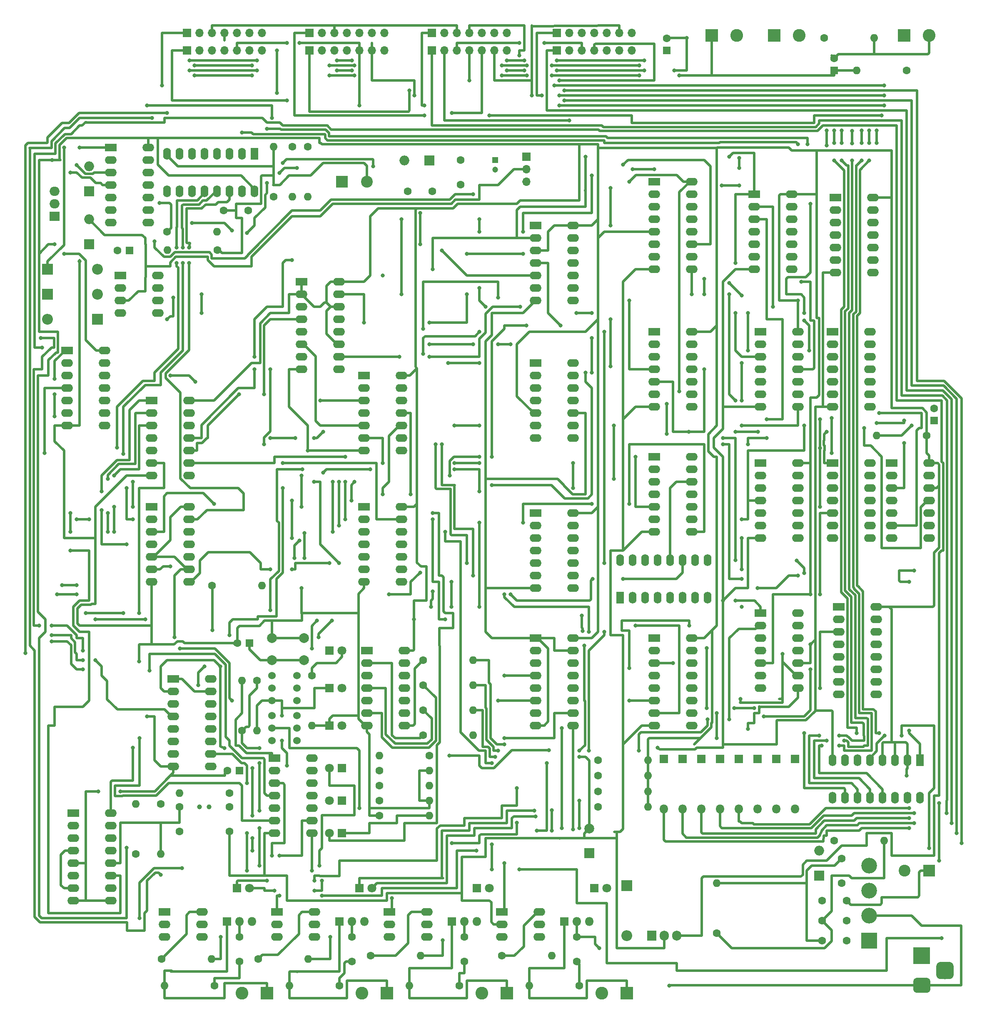
<source format=gbr>
G04 #@! TF.GenerationSoftware,KiCad,Pcbnew,5.0.2-5.fc29*
G04 #@! TF.CreationDate,2020-04-01T19:18:32+03:00*
G04 #@! TF.ProjectId,circuit_design,63697263-7569-4745-9f64-657369676e2e,rev?*
G04 #@! TF.SameCoordinates,Original*
G04 #@! TF.FileFunction,Copper,L2,Bot*
G04 #@! TF.FilePolarity,Positive*
%FSLAX46Y46*%
G04 Gerber Fmt 4.6, Leading zero omitted, Abs format (unit mm)*
G04 Created by KiCad (PCBNEW 5.0.2-5.fc29) date Wed 01 Apr 2020 07:18:32 PM EEST*
%MOMM*%
%LPD*%
G01*
G04 APERTURE LIST*
G04 #@! TA.AperFunction,ComponentPad*
%ADD10C,3.200000*%
G04 #@! TD*
G04 #@! TA.AperFunction,ComponentPad*
%ADD11R,3.200000X3.200000*%
G04 #@! TD*
G04 #@! TA.AperFunction,ComponentPad*
%ADD12C,2.400000*%
G04 #@! TD*
G04 #@! TA.AperFunction,ComponentPad*
%ADD13R,2.400000X2.400000*%
G04 #@! TD*
G04 #@! TA.AperFunction,ComponentPad*
%ADD14R,2.600000X2.600000*%
G04 #@! TD*
G04 #@! TA.AperFunction,ComponentPad*
%ADD15C,2.600000*%
G04 #@! TD*
G04 #@! TA.AperFunction,ComponentPad*
%ADD16C,1.524000*%
G04 #@! TD*
G04 #@! TA.AperFunction,ComponentPad*
%ADD17C,1.800000*%
G04 #@! TD*
G04 #@! TA.AperFunction,ComponentPad*
%ADD18R,1.800000X1.800000*%
G04 #@! TD*
G04 #@! TA.AperFunction,ComponentPad*
%ADD19C,2.000000*%
G04 #@! TD*
G04 #@! TA.AperFunction,ComponentPad*
%ADD20O,1.905000X2.000000*%
G04 #@! TD*
G04 #@! TA.AperFunction,ComponentPad*
%ADD21R,1.905000X2.000000*%
G04 #@! TD*
G04 #@! TA.AperFunction,ComponentPad*
%ADD22O,1.600000X1.600000*%
G04 #@! TD*
G04 #@! TA.AperFunction,ComponentPad*
%ADD23C,1.600000*%
G04 #@! TD*
G04 #@! TA.AperFunction,ComponentPad*
%ADD24R,1.700000X1.700000*%
G04 #@! TD*
G04 #@! TA.AperFunction,ComponentPad*
%ADD25O,1.700000X1.700000*%
G04 #@! TD*
G04 #@! TA.AperFunction,ComponentPad*
%ADD26O,1.800000X1.800000*%
G04 #@! TD*
G04 #@! TA.AperFunction,ComponentPad*
%ADD27R,1.600000X1.600000*%
G04 #@! TD*
G04 #@! TA.AperFunction,ComponentPad*
%ADD28O,2.400000X1.600000*%
G04 #@! TD*
G04 #@! TA.AperFunction,ComponentPad*
%ADD29R,2.400000X1.600000*%
G04 #@! TD*
G04 #@! TA.AperFunction,ComponentPad*
%ADD30O,1.600000X2.400000*%
G04 #@! TD*
G04 #@! TA.AperFunction,ComponentPad*
%ADD31R,1.600000X2.400000*%
G04 #@! TD*
G04 #@! TA.AperFunction,ComponentPad*
%ADD32R,2.000000X2.000000*%
G04 #@! TD*
G04 #@! TA.AperFunction,ComponentPad*
%ADD33C,1.200000*%
G04 #@! TD*
G04 #@! TA.AperFunction,ComponentPad*
%ADD34R,1.200000X1.200000*%
G04 #@! TD*
G04 #@! TA.AperFunction,Conductor*
%ADD35C,0.100000*%
G04 #@! TD*
G04 #@! TA.AperFunction,ComponentPad*
%ADD36C,3.500000*%
G04 #@! TD*
G04 #@! TA.AperFunction,ComponentPad*
%ADD37C,3.000000*%
G04 #@! TD*
G04 #@! TA.AperFunction,ComponentPad*
%ADD38R,3.500000X3.500000*%
G04 #@! TD*
G04 #@! TA.AperFunction,ComponentPad*
%ADD39O,2.200000X2.200000*%
G04 #@! TD*
G04 #@! TA.AperFunction,ComponentPad*
%ADD40R,2.200000X2.200000*%
G04 #@! TD*
G04 #@! TA.AperFunction,ComponentPad*
%ADD41O,2.000000X2.000000*%
G04 #@! TD*
G04 #@! TA.AperFunction,ComponentPad*
%ADD42O,2.000000X1.905000*%
G04 #@! TD*
G04 #@! TA.AperFunction,ComponentPad*
%ADD43R,2.000000X1.905000*%
G04 #@! TD*
G04 #@! TA.AperFunction,ComponentPad*
%ADD44C,1.000000*%
G04 #@! TD*
G04 #@! TA.AperFunction,ViaPad*
%ADD45C,0.800000*%
G04 #@! TD*
G04 #@! TA.AperFunction,Conductor*
%ADD46C,0.500000*%
G04 #@! TD*
G04 #@! TA.AperFunction,Conductor*
%ADD47C,0.250000*%
G04 #@! TD*
G04 APERTURE END LIST*
D10*
G04 #@! TO.P,DB_PWR_1,4*
G04 #@! TO.N,GND*
X221488000Y-160528000D03*
G04 #@! TO.P,DB_PWR_1,3*
G04 #@! TO.N,VAC*
X221488000Y-165608000D03*
G04 #@! TO.P,DB_PWR_1,2*
G04 #@! TO.N,GNDREF*
X221488000Y-170688000D03*
D11*
G04 #@! TO.P,DB_PWR_1,1*
G04 #@! TO.N,Net-(C_PWR_1-Pad1)*
X221488000Y-175768000D03*
G04 #@! TD*
D12*
G04 #@! TO.P,C7,2*
G04 #@! TO.N,GND*
X119300000Y-21590000D03*
D13*
G04 #@! TO.P,C7,1*
G04 #@! TO.N,PWR_ALW*
X114300000Y-21590000D03*
G04 #@! TD*
D12*
G04 #@! TO.P,C_PWR_1,2*
G04 #@! TO.N,GND*
X228680000Y-161544000D03*
D13*
G04 #@! TO.P,C_PWR_1,1*
G04 #@! TO.N,Net-(C_PWR_1-Pad1)*
X233680000Y-161544000D03*
G04 #@! TD*
D14*
G04 #@! TO.P,CONN_OUT_FINISHED1,1*
G04 #@! TO.N,Net-(CONN_OUT_FINISHED1-Pad1)*
X228600000Y8128000D03*
D15*
G04 #@! TO.P,CONN_OUT_FINISHED1,2*
G04 #@! TO.N,GND*
X233680000Y8128000D03*
G04 #@! TD*
D14*
G04 #@! TO.P,CONN_PWR_LINE_3,1*
G04 #@! TO.N,Net-(CONN_PWR_LINE_3-Pad1)*
X147828000Y-186436000D03*
D15*
G04 #@! TO.P,CONN_PWR_LINE_3,2*
G04 #@! TO.N,GNDREF*
X142748000Y-186436000D03*
G04 #@! TD*
D16*
G04 #@! TO.P,SW_TIMER1,6*
G04 #@! TO.N,Net-(SW_TIMER1-Pad6)*
X105156000Y-135128000D03*
G04 #@! TO.P,SW_TIMER1,5*
G04 #@! TO.N,Net-(SW_TIMER1-Pad5)*
X105156000Y-132588000D03*
G04 #@! TO.P,SW_TIMER1,4*
G04 #@! TO.N,Net-(SW_TIMER1-Pad4)*
X105156000Y-130048000D03*
G04 #@! TO.P,SW_TIMER1,3*
G04 #@! TO.N,PWR_ALW*
X100076000Y-135128000D03*
G04 #@! TO.P,SW_TIMER1,2*
G04 #@! TO.N,Net-(R16-Pad1)*
X100076000Y-132588000D03*
G04 #@! TO.P,SW_TIMER1,1*
G04 #@! TO.N,Net-(SW_TIMER1-Pad1)*
X100076000Y-130048000D03*
G04 #@! TD*
G04 #@! TO.P,SW_MODE1,6*
G04 #@! TO.N,N/C*
X105156000Y-127000000D03*
G04 #@! TO.P,SW_MODE1,5*
X105156000Y-124460000D03*
G04 #@! TO.P,SW_MODE1,4*
X105156000Y-121920000D03*
G04 #@! TO.P,SW_MODE1,3*
G04 #@! TO.N,/Mode_Raw*
X100076000Y-127000000D03*
G04 #@! TO.P,SW_MODE1,2*
G04 #@! TO.N,GND*
X100076000Y-124460000D03*
G04 #@! TO.P,SW_MODE1,1*
G04 #@! TO.N,Net-(SW_MODE1-Pad1)*
X100076000Y-121920000D03*
G04 #@! TD*
D17*
G04 #@! TO.P,D_LED_RUNNING1,2*
G04 #@! TO.N,/Running(Led)*
X111760000Y-140716000D03*
D18*
G04 #@! TO.P,D_LED_RUNNING1,1*
G04 #@! TO.N,Net-(D_LED_RUNNING1-Pad1)*
X114300000Y-140716000D03*
G04 #@! TD*
D17*
G04 #@! TO.P,D_LED_BATT_REP1,2*
G04 #@! TO.N,Net-(D_LED_BATT_REP1-Pad2)*
X111760000Y-153924000D03*
D18*
G04 #@! TO.P,D_LED_BATT_REP1,1*
G04 #@! TO.N,Net-(D_LED_BATT_REP1-Pad1)*
X114300000Y-153924000D03*
G04 #@! TD*
D19*
G04 #@! TO.P,SW_CONTROL_PUSH1,2*
G04 #@! TO.N,Net-(C1-Pad1)*
X100076000Y-118800000D03*
G04 #@! TO.P,SW_CONTROL_PUSH1,1*
G04 #@! TO.N,GND*
X100076000Y-114300000D03*
G04 #@! TO.P,SW_CONTROL_PUSH1,2*
G04 #@! TO.N,Net-(C1-Pad1)*
X106576000Y-118800000D03*
G04 #@! TO.P,SW_CONTROL_PUSH1,1*
G04 #@! TO.N,GND*
X106576000Y-114300000D03*
G04 #@! TD*
D18*
G04 #@! TO.P,D_LED_LINE1,1*
G04 #@! TO.N,Net-(D_LED_LINE1-Pad1)*
X92964000Y-165100000D03*
D17*
G04 #@! TO.P,D_LED_LINE1,2*
G04 #@! TO.N,Net-(D_LED_LINE1-Pad2)*
X95504000Y-165100000D03*
G04 #@! TD*
G04 #@! TO.P,D_LED_LINE2,2*
G04 #@! TO.N,Net-(D_LED_LINE2-Pad2)*
X120396000Y-165100000D03*
D18*
G04 #@! TO.P,D_LED_LINE2,1*
G04 #@! TO.N,Net-(D_LED_LINE2-Pad1)*
X117856000Y-165100000D03*
G04 #@! TD*
D17*
G04 #@! TO.P,D_LED_LINE3,2*
G04 #@! TO.N,Net-(D_LED_LINE3-Pad2)*
X144272000Y-165100000D03*
D18*
G04 #@! TO.P,D_LED_LINE3,1*
G04 #@! TO.N,Net-(D_LED_LINE3-Pad1)*
X141732000Y-165100000D03*
G04 #@! TD*
D17*
G04 #@! TO.P,D_LED_LINE4,2*
G04 #@! TO.N,Net-(D_LED_LINE4-Pad2)*
X168148000Y-165100000D03*
D18*
G04 #@! TO.P,D_LED_LINE4,1*
G04 #@! TO.N,Net-(D_LED_LINE4-Pad1)*
X165608000Y-165100000D03*
G04 #@! TD*
D17*
G04 #@! TO.P,D_LED_MODE1,2*
G04 #@! TO.N,Net-(D_LED_MODE1-Pad2)*
X114300000Y-124460000D03*
D18*
G04 #@! TO.P,D_LED_MODE1,1*
G04 #@! TO.N,/Mode_Raw*
X111760000Y-124460000D03*
G04 #@! TD*
D17*
G04 #@! TO.P,D_LED_PWR1,2*
G04 #@! TO.N,Net-(D_LED_PWR1-Pad2)*
X114300000Y-116840000D03*
D18*
G04 #@! TO.P,D_LED_PWR1,1*
G04 #@! TO.N,+5V*
X111760000Y-116840000D03*
G04 #@! TD*
D17*
G04 #@! TO.P,D_LED_RAIN1,2*
G04 #@! TO.N,/Rain(Led)*
X111760000Y-147320000D03*
D18*
G04 #@! TO.P,D_LED_RAIN1,1*
G04 #@! TO.N,Net-(D_LED_RAIN1-Pad1)*
X114300000Y-147320000D03*
G04 #@! TD*
D17*
G04 #@! TO.P,D_LED_TIMER1,2*
G04 #@! TO.N,Net-(D_LED_TIMER1-Pad2)*
X114300000Y-132080000D03*
D18*
G04 #@! TO.P,D_LED_TIMER1,1*
G04 #@! TO.N,GND*
X111760000Y-132080000D03*
G04 #@! TD*
D15*
G04 #@! TO.P,CONN_CONTROL_3,2*
G04 #@! TO.N,GND*
X207264000Y8128000D03*
D14*
G04 #@! TO.P,CONN_CONTROL_3,1*
G04 #@! TO.N,/Conn_Control_Raw*
X202184000Y8128000D03*
G04 #@! TD*
G04 #@! TO.P,CONN_PWR_LINE_1,1*
G04 #@! TO.N,Net-(CONN_PWR_LINE_1-Pad1)*
X99060000Y-186436000D03*
D15*
G04 #@! TO.P,CONN_PWR_LINE_1,2*
G04 #@! TO.N,GNDREF*
X93980000Y-186436000D03*
G04 #@! TD*
D14*
G04 #@! TO.P,CONN_PWR_LINE_2,1*
G04 #@! TO.N,Net-(CONN_PWR_LINE_2-Pad1)*
X123444000Y-186436000D03*
D15*
G04 #@! TO.P,CONN_PWR_LINE_2,2*
G04 #@! TO.N,GNDREF*
X118364000Y-186436000D03*
G04 #@! TD*
D14*
G04 #@! TO.P,CONN_PWR_LINE_4,1*
G04 #@! TO.N,Net-(CONN_PWR_LINE_4-Pad1)*
X172212000Y-186436000D03*
D15*
G04 #@! TO.P,CONN_PWR_LINE_4,2*
G04 #@! TO.N,GNDREF*
X167132000Y-186436000D03*
G04 #@! TD*
G04 #@! TO.P,CONN_RAIN_SENSOR_5,2*
G04 #@! TO.N,GND*
X194564000Y8128000D03*
D14*
G04 #@! TO.P,CONN_RAIN_SENSOR_5,1*
G04 #@! TO.N,/Rain_Sensor_Raw*
X189484000Y8128000D03*
G04 #@! TD*
D20*
G04 #@! TO.P,U38,3*
G04 #@! TO.N,Net-(D11-Pad2)*
X182372000Y-174752000D03*
G04 #@! TO.P,U38,2*
G04 #@! TO.N,GND*
X179832000Y-174752000D03*
D21*
G04 #@! TO.P,U38,1*
G04 #@! TO.N,+9V*
X177292000Y-174752000D03*
G04 #@! TD*
D22*
G04 #@! TO.P,R30,2*
G04 #@! TO.N,Net-(C13-Pad1)*
X223012000Y-73152000D03*
D23*
G04 #@! TO.P,R30,1*
G04 #@! TO.N,+5V*
X233172000Y-73152000D03*
G04 #@! TD*
D24*
G04 #@! TO.P,U40,1*
G04 #@! TO.N,Net-(D4-Pad2)*
X82804000Y5080000D03*
D25*
G04 #@! TO.P,U40,2*
G04 #@! TO.N,/D0*
X85344000Y5080000D03*
G04 #@! TO.P,U40,3*
G04 #@! TO.N,/D1*
X87884000Y5080000D03*
G04 #@! TO.P,U40,4*
G04 #@! TO.N,/D2*
X90424000Y5080000D03*
G04 #@! TO.P,U40,5*
G04 #@! TO.N,/D3*
X92964000Y5080000D03*
G04 #@! TO.P,U40,6*
G04 #@! TO.N,/D4*
X95504000Y5080000D03*
G04 #@! TO.P,U40,7*
G04 #@! TO.N,Net-(U40-Pad7)*
X98044000Y5080000D03*
G04 #@! TD*
D24*
G04 #@! TO.P,U41,1*
G04 #@! TO.N,Net-(D8-Pad2)*
X82804000Y8636000D03*
D25*
G04 #@! TO.P,U41,2*
G04 #@! TO.N,/D0*
X85344000Y8636000D03*
G04 #@! TO.P,U41,3*
G04 #@! TO.N,/D1*
X87884000Y8636000D03*
G04 #@! TO.P,U41,4*
G04 #@! TO.N,/D2*
X90424000Y8636000D03*
G04 #@! TO.P,U41,5*
G04 #@! TO.N,/D3*
X92964000Y8636000D03*
G04 #@! TO.P,U41,6*
G04 #@! TO.N,/D4*
X95504000Y8636000D03*
G04 #@! TO.P,U41,7*
G04 #@! TO.N,Net-(U41-Pad7)*
X98044000Y8636000D03*
G04 #@! TD*
D24*
G04 #@! TO.P,U42,1*
G04 #@! TO.N,Net-(D3-Pad2)*
X107696000Y5080000D03*
D25*
G04 #@! TO.P,U42,2*
G04 #@! TO.N,/D0*
X110236000Y5080000D03*
G04 #@! TO.P,U42,3*
G04 #@! TO.N,/D1*
X112776000Y5080000D03*
G04 #@! TO.P,U42,4*
G04 #@! TO.N,/D2*
X115316000Y5080000D03*
G04 #@! TO.P,U42,5*
G04 #@! TO.N,/D3*
X117856000Y5080000D03*
G04 #@! TO.P,U42,6*
G04 #@! TO.N,/D4*
X120396000Y5080000D03*
G04 #@! TO.P,U42,7*
G04 #@! TO.N,Net-(U42-Pad7)*
X122936000Y5080000D03*
G04 #@! TD*
D24*
G04 #@! TO.P,U43,1*
G04 #@! TO.N,Net-(D7-Pad2)*
X107696000Y8636000D03*
D25*
G04 #@! TO.P,U43,2*
G04 #@! TO.N,/D0*
X110236000Y8636000D03*
G04 #@! TO.P,U43,3*
G04 #@! TO.N,/D1*
X112776000Y8636000D03*
G04 #@! TO.P,U43,4*
G04 #@! TO.N,/D2*
X115316000Y8636000D03*
G04 #@! TO.P,U43,5*
G04 #@! TO.N,/D3*
X117856000Y8636000D03*
G04 #@! TO.P,U43,6*
G04 #@! TO.N,/D4*
X120396000Y8636000D03*
G04 #@! TO.P,U43,7*
G04 #@! TO.N,Net-(U43-Pad7)*
X122936000Y8636000D03*
G04 #@! TD*
D24*
G04 #@! TO.P,U44,1*
G04 #@! TO.N,Net-(D2-Pad2)*
X132588000Y5080000D03*
D25*
G04 #@! TO.P,U44,2*
G04 #@! TO.N,/D0*
X135128000Y5080000D03*
G04 #@! TO.P,U44,3*
G04 #@! TO.N,/D1*
X137668000Y5080000D03*
G04 #@! TO.P,U44,4*
G04 #@! TO.N,/D2*
X140208000Y5080000D03*
G04 #@! TO.P,U44,5*
G04 #@! TO.N,/D3*
X142748000Y5080000D03*
G04 #@! TO.P,U44,6*
G04 #@! TO.N,/D4*
X145288000Y5080000D03*
G04 #@! TO.P,U44,7*
G04 #@! TO.N,Net-(U44-Pad7)*
X147828000Y5080000D03*
G04 #@! TD*
D24*
G04 #@! TO.P,U45,1*
G04 #@! TO.N,Net-(D6-Pad2)*
X132588000Y8636000D03*
D25*
G04 #@! TO.P,U45,2*
G04 #@! TO.N,/D0*
X135128000Y8636000D03*
G04 #@! TO.P,U45,3*
G04 #@! TO.N,/D1*
X137668000Y8636000D03*
G04 #@! TO.P,U45,4*
G04 #@! TO.N,/D2*
X140208000Y8636000D03*
G04 #@! TO.P,U45,5*
G04 #@! TO.N,/D3*
X142748000Y8636000D03*
G04 #@! TO.P,U45,6*
G04 #@! TO.N,/D4*
X145288000Y8636000D03*
G04 #@! TO.P,U45,7*
G04 #@! TO.N,Net-(U45-Pad7)*
X147828000Y8636000D03*
G04 #@! TD*
D24*
G04 #@! TO.P,U46,1*
G04 #@! TO.N,Net-(D1-Pad2)*
X157988000Y5080000D03*
D25*
G04 #@! TO.P,U46,2*
G04 #@! TO.N,/D0*
X160528000Y5080000D03*
G04 #@! TO.P,U46,3*
G04 #@! TO.N,/D1*
X163068000Y5080000D03*
G04 #@! TO.P,U46,4*
G04 #@! TO.N,/D2*
X165608000Y5080000D03*
G04 #@! TO.P,U46,5*
G04 #@! TO.N,/D3*
X168148000Y5080000D03*
G04 #@! TO.P,U46,6*
G04 #@! TO.N,/D4*
X170688000Y5080000D03*
G04 #@! TO.P,U46,7*
G04 #@! TO.N,Net-(U46-Pad7)*
X173228000Y5080000D03*
G04 #@! TD*
D24*
G04 #@! TO.P,U47,1*
G04 #@! TO.N,Net-(D5-Pad2)*
X157988000Y8636000D03*
D25*
G04 #@! TO.P,U47,2*
G04 #@! TO.N,/D0*
X160528000Y8636000D03*
G04 #@! TO.P,U47,3*
G04 #@! TO.N,/D1*
X163068000Y8636000D03*
G04 #@! TO.P,U47,4*
G04 #@! TO.N,/D2*
X165608000Y8636000D03*
G04 #@! TO.P,U47,5*
G04 #@! TO.N,/D3*
X168148000Y8636000D03*
G04 #@! TO.P,U47,6*
G04 #@! TO.N,/D4*
X170688000Y8636000D03*
G04 #@! TO.P,U47,7*
G04 #@! TO.N,Net-(U47-Pad7)*
X173228000Y8636000D03*
G04 #@! TD*
D22*
G04 #@! TO.P,R16,2*
G04 #@! TO.N,Net-(D_LED_TIMER1-Pad2)*
X121920000Y-138176000D03*
D23*
G04 #@! TO.P,R16,1*
G04 #@! TO.N,Net-(R16-Pad1)*
X132080000Y-138176000D03*
G04 #@! TD*
D22*
G04 #@! TO.P,R32,2*
G04 #@! TO.N,GND*
X98044000Y-103632000D03*
D23*
G04 #@! TO.P,R32,1*
G04 #@! TO.N,Net-(R16-Pad1)*
X87884000Y-103632000D03*
G04 #@! TD*
D22*
G04 #@! TO.P,R21,2*
G04 #@! TO.N,Net-(R21-Pad2)*
X140970000Y-118745000D03*
D23*
G04 #@! TO.P,R21,1*
G04 #@! TO.N,Net-(R21-Pad1)*
X130810000Y-118745000D03*
G04 #@! TD*
D22*
G04 #@! TO.P,R20,2*
G04 #@! TO.N,Net-(R20-Pad2)*
X140970000Y-123825000D03*
D23*
G04 #@! TO.P,R20,1*
G04 #@! TO.N,Net-(R20-Pad1)*
X130810000Y-123825000D03*
G04 #@! TD*
D22*
G04 #@! TO.P,R19,2*
G04 #@! TO.N,Net-(R19-Pad2)*
X140970000Y-128905000D03*
D23*
G04 #@! TO.P,R19,1*
G04 #@! TO.N,Net-(R19-Pad1)*
X130810000Y-128905000D03*
G04 #@! TD*
D22*
G04 #@! TO.P,R18,2*
G04 #@! TO.N,Net-(R18-Pad2)*
X140970000Y-133985000D03*
D23*
G04 #@! TO.P,R18,1*
G04 #@! TO.N,Net-(R18-Pad1)*
X130810000Y-133985000D03*
G04 #@! TD*
D22*
G04 #@! TO.P,R_PWR_1,2*
G04 #@! TO.N,Net-(C_PWR_6-Pad2)*
X224536000Y-155448000D03*
D23*
G04 #@! TO.P,R_PWR_1,1*
G04 #@! TO.N,+9V*
X214376000Y-155448000D03*
G04 #@! TD*
D22*
G04 #@! TO.P,R_PWR_2,2*
G04 #@! TO.N,GND*
X190500000Y-164084000D03*
D23*
G04 #@! TO.P,R_PWR_2,1*
G04 #@! TO.N,Net-(C_PWR_6-Pad2)*
X190500000Y-174244000D03*
G04 #@! TD*
D22*
G04 #@! TO.P,R10,2*
G04 #@! TO.N,+5V*
X176530000Y-139065000D03*
D23*
G04 #@! TO.P,R10,1*
G04 #@! TO.N,Net-(D_LED_LINE4-Pad2)*
X166370000Y-139065000D03*
G04 #@! TD*
D22*
G04 #@! TO.P,R11,2*
G04 #@! TO.N,+5V*
X176530000Y-142240000D03*
D23*
G04 #@! TO.P,R11,1*
G04 #@! TO.N,Net-(D_LED_LINE3-Pad2)*
X166370000Y-142240000D03*
G04 #@! TD*
D22*
G04 #@! TO.P,R13,2*
G04 #@! TO.N,+5V*
X176530000Y-148590000D03*
D23*
G04 #@! TO.P,R13,1*
G04 #@! TO.N,Net-(D_LED_LINE1-Pad2)*
X166370000Y-148590000D03*
G04 #@! TD*
D22*
G04 #@! TO.P,R12,2*
G04 #@! TO.N,+5V*
X176530000Y-145415000D03*
D23*
G04 #@! TO.P,R12,1*
G04 #@! TO.N,Net-(D_LED_LINE2-Pad2)*
X166370000Y-145415000D03*
G04 #@! TD*
D22*
G04 #@! TO.P,R8,2*
G04 #@! TO.N,Net-(C2-Pad1)*
X77470000Y-158115000D03*
D23*
G04 #@! TO.P,R8,1*
G04 #@! TO.N,Net-(R6-Pad2)*
X77470000Y-147955000D03*
G04 #@! TD*
D22*
G04 #@! TO.P,R6,2*
G04 #@! TO.N,Net-(R6-Pad2)*
X72390000Y-147955000D03*
D23*
G04 #@! TO.P,R6,1*
G04 #@! TO.N,Net-(R6-Pad1)*
X72390000Y-158115000D03*
G04 #@! TD*
D22*
G04 #@! TO.P,R9,2*
G04 #@! TO.N,Net-(R6-Pad1)*
X81280000Y-145796000D03*
D23*
G04 #@! TO.P,R9,1*
G04 #@! TO.N,Net-(C3-Pad1)*
X91440000Y-145796000D03*
G04 #@! TD*
D18*
G04 #@! TO.P,Q1,1*
G04 #@! TO.N,Net-(CONN_PWR_LINE_1-Pad1)*
X90932000Y-171831000D03*
D26*
G04 #@! TO.P,Q1,2*
G04 #@! TO.N,VAC*
X93472000Y-171831000D03*
G04 #@! TO.P,Q1,3*
G04 #@! TO.N,Net-(Q1-Pad3)*
X96012000Y-171831000D03*
G04 #@! TD*
D18*
G04 #@! TO.P,Q2,1*
G04 #@! TO.N,Net-(CONN_PWR_LINE_2-Pad1)*
X113792000Y-171831000D03*
D26*
G04 #@! TO.P,Q2,2*
G04 #@! TO.N,VAC*
X116332000Y-171831000D03*
G04 #@! TO.P,Q2,3*
G04 #@! TO.N,Net-(Q2-Pad3)*
X118872000Y-171831000D03*
G04 #@! TD*
D18*
G04 #@! TO.P,Q4,1*
G04 #@! TO.N,Net-(CONN_PWR_LINE_4-Pad1)*
X159512000Y-171831000D03*
D26*
G04 #@! TO.P,Q4,2*
G04 #@! TO.N,VAC*
X162052000Y-171831000D03*
G04 #@! TO.P,Q4,3*
G04 #@! TO.N,Net-(Q4-Pad3)*
X164592000Y-171831000D03*
G04 #@! TD*
D18*
G04 #@! TO.P,Q3,1*
G04 #@! TO.N,Net-(CONN_PWR_LINE_3-Pad1)*
X136652000Y-171831000D03*
D26*
G04 #@! TO.P,Q3,2*
G04 #@! TO.N,VAC*
X139192000Y-171831000D03*
G04 #@! TO.P,Q3,3*
G04 #@! TO.N,Net-(Q3-Pad3)*
X141732000Y-171831000D03*
G04 #@! TD*
D23*
G04 #@! TO.P,C14,2*
G04 #@! TO.N,GND*
X214376000Y3516000D03*
D27*
G04 #@! TO.P,C14,1*
G04 #@! TO.N,/Rain_Sensor_Raw*
X214376000Y1016000D03*
G04 #@! TD*
D22*
G04 #@! TO.P,R31,2*
G04 #@! TO.N,/Rain_Sensor_Raw*
X218948000Y1016000D03*
D23*
G04 #@! TO.P,R31,1*
G04 #@! TO.N,+5V*
X229108000Y1016000D03*
G04 #@! TD*
D22*
G04 #@! TO.P,R5,2*
G04 #@! TO.N,Net-(D_LED_MODE1-Pad2)*
X132080000Y-144272000D03*
D23*
G04 #@! TO.P,R5,1*
G04 #@! TO.N,+5V*
X121920000Y-144272000D03*
G04 #@! TD*
D28*
G04 #@! TO.P,U32,14*
G04 #@! TO.N,+5V*
X126365000Y-87630000D03*
G04 #@! TO.P,U32,7*
G04 #@! TO.N,GND*
X118745000Y-102870000D03*
G04 #@! TO.P,U32,13*
G04 #@! TO.N,/Running(Out)*
X126365000Y-90170000D03*
G04 #@! TO.P,U32,6*
G04 #@! TO.N,N/C*
X118745000Y-100330000D03*
G04 #@! TO.P,U32,12*
G04 #@! TO.N,/RunningInv(out)*
X126365000Y-92710000D03*
G04 #@! TO.P,U32,5*
G04 #@! TO.N,N/C*
X118745000Y-97790000D03*
G04 #@! TO.P,U32,11*
X126365000Y-95250000D03*
G04 #@! TO.P,U32,4*
G04 #@! TO.N,Net-(U32-Pad4)*
X118745000Y-95250000D03*
G04 #@! TO.P,U32,10*
G04 #@! TO.N,N/C*
X126365000Y-97790000D03*
G04 #@! TO.P,U32,3*
G04 #@! TO.N,/Mode(In)*
X118745000Y-92710000D03*
G04 #@! TO.P,U32,9*
G04 #@! TO.N,Net-(U31-Pad13)*
X126365000Y-100330000D03*
G04 #@! TO.P,U32,2*
G04 #@! TO.N,Net-(U32-Pad2)*
X118745000Y-90170000D03*
G04 #@! TO.P,U32,8*
G04 #@! TO.N,Net-(U18-Pad2)*
X126365000Y-102870000D03*
D29*
G04 #@! TO.P,U32,1*
G04 #@! TO.N,Net-(U31-Pad1)*
X118745000Y-87630000D03*
G04 #@! TD*
D22*
G04 #@! TO.P,R14,2*
G04 #@! TO.N,GND*
X222504000Y7620000D03*
D23*
G04 #@! TO.P,R14,1*
G04 #@! TO.N,/Conn_Control_Raw*
X212344000Y7620000D03*
G04 #@! TD*
D28*
G04 #@! TO.P,U36,14*
G04 #@! TO.N,+5V*
X108204000Y-138684000D03*
G04 #@! TO.P,U36,7*
G04 #@! TO.N,GND*
X100584000Y-153924000D03*
G04 #@! TO.P,U36,13*
G04 #@! TO.N,N/C*
X108204000Y-141224000D03*
G04 #@! TO.P,U36,6*
G04 #@! TO.N,/Mode(Ext.)*
X100584000Y-151384000D03*
G04 #@! TO.P,U36,12*
G04 #@! TO.N,N/C*
X108204000Y-143764000D03*
G04 #@! TO.P,U36,5*
G04 #@! TO.N,/Mode_Raw*
X100584000Y-148844000D03*
G04 #@! TO.P,U36,11*
G04 #@! TO.N,N/C*
X108204000Y-146304000D03*
G04 #@! TO.P,U36,4*
G04 #@! TO.N,Net-(U36-Pad4)*
X100584000Y-146304000D03*
G04 #@! TO.P,U36,10*
G04 #@! TO.N,N/C*
X108204000Y-148844000D03*
G04 #@! TO.P,U36,3*
G04 #@! TO.N,/Conn_Control_Raw*
X100584000Y-143764000D03*
G04 #@! TO.P,U36,9*
G04 #@! TO.N,/Rain_Sensor_Raw*
X108204000Y-151384000D03*
G04 #@! TO.P,U36,2*
G04 #@! TO.N,/Control(Ext.)*
X100584000Y-141224000D03*
G04 #@! TO.P,U36,8*
G04 #@! TO.N,/Rain_Sensor(Ext.)*
X108204000Y-153924000D03*
D29*
G04 #@! TO.P,U36,1*
G04 #@! TO.N,Net-(C1-Pad1)*
X100584000Y-138684000D03*
G04 #@! TD*
D22*
G04 #@! TO.P,R15,2*
G04 #@! TO.N,/Mode_Raw*
X97028000Y-133096000D03*
D23*
G04 #@! TO.P,R15,1*
G04 #@! TO.N,+5V*
X97028000Y-122936000D03*
G04 #@! TD*
G04 #@! TO.P,C4,2*
G04 #@! TO.N,GND*
X180340000Y7580000D03*
D27*
G04 #@! TO.P,C4,1*
G04 #@! TO.N,/Conn_Control_Raw*
X180340000Y5080000D03*
G04 #@! TD*
D23*
G04 #@! TO.P,C5,2*
G04 #@! TO.N,GND*
X90972000Y-141224000D03*
D27*
G04 #@! TO.P,C5,1*
G04 #@! TO.N,/Mode_Raw*
X93472000Y-141224000D03*
G04 #@! TD*
D23*
G04 #@! TO.P,C8,2*
G04 #@! TO.N,GND*
X90250000Y-27432000D03*
G04 #@! TO.P,C8,1*
G04 #@! TO.N,+9V*
X95250000Y-27432000D03*
G04 #@! TD*
D28*
G04 #@! TO.P,U9,14*
G04 #@! TO.N,Net-(U11-Pad6)*
X161290000Y-58420000D03*
G04 #@! TO.P,U9,7*
G04 #@! TO.N,Net-(U9-Pad7)*
X153670000Y-73660000D03*
G04 #@! TO.P,U9,13*
G04 #@! TO.N,Net-(U9-Pad13)*
X161290000Y-60960000D03*
G04 #@! TO.P,U9,6*
G04 #@! TO.N,Net-(U9-Pad6)*
X153670000Y-71120000D03*
G04 #@! TO.P,U9,12*
G04 #@! TO.N,Net-(U11-Pad12)*
X161290000Y-63500000D03*
G04 #@! TO.P,U9,5*
G04 #@! TO.N,+5V*
X153670000Y-68580000D03*
G04 #@! TO.P,U9,11*
G04 #@! TO.N,Net-(U12-Pad5)*
X161290000Y-66040000D03*
G04 #@! TO.P,U9,4*
G04 #@! TO.N,Net-(U9-Pad4)*
X153670000Y-66040000D03*
G04 #@! TO.P,U9,10*
G04 #@! TO.N,GND*
X161290000Y-68580000D03*
G04 #@! TO.P,U9,3*
G04 #@! TO.N,Net-(U4-Pad2)*
X153670000Y-63500000D03*
G04 #@! TO.P,U9,9*
G04 #@! TO.N,Net-(U11-Pad13)*
X161290000Y-71120000D03*
G04 #@! TO.P,U9,2*
G04 #@! TO.N,Net-(U4-Pad2)*
X153670000Y-60960000D03*
G04 #@! TO.P,U9,8*
G04 #@! TO.N,Net-(U12-Pad4)*
X161290000Y-73660000D03*
D29*
G04 #@! TO.P,U9,1*
G04 #@! TO.N,Net-(U11-Pad12)*
X153670000Y-58420000D03*
G04 #@! TD*
D23*
G04 #@! TO.P,R_OUT_4,1*
G04 #@! TO.N,Net-(C_OUT_4-Pad2)*
X162560000Y-184912000D03*
D22*
G04 #@! TO.P,R_OUT_4,2*
G04 #@! TO.N,Net-(CONN_PWR_LINE_4-Pad1)*
X152400000Y-184912000D03*
G04 #@! TD*
D23*
G04 #@! TO.P,R_OUT_3,1*
G04 #@! TO.N,Net-(C_OUT_3-Pad2)*
X138176000Y-184912000D03*
D22*
G04 #@! TO.P,R_OUT_3,2*
G04 #@! TO.N,Net-(CONN_PWR_LINE_3-Pad1)*
X128016000Y-184912000D03*
G04 #@! TD*
D23*
G04 #@! TO.P,R_OUT_2,1*
G04 #@! TO.N,Net-(C_OUT_2-Pad2)*
X113792000Y-184912000D03*
D22*
G04 #@! TO.P,R_OUT_2,2*
G04 #@! TO.N,Net-(CONN_PWR_LINE_2-Pad1)*
X103632000Y-184912000D03*
G04 #@! TD*
D23*
G04 #@! TO.P,R_OUT_1,1*
G04 #@! TO.N,Net-(C_OUT_1-Pad2)*
X88392000Y-184912000D03*
D22*
G04 #@! TO.P,R_OUT_1,2*
G04 #@! TO.N,Net-(CONN_PWR_LINE_1-Pad1)*
X78232000Y-184912000D03*
G04 #@! TD*
D23*
G04 #@! TO.P,R4,1*
G04 #@! TO.N,+5V*
X93980000Y-133096000D03*
D22*
G04 #@! TO.P,R4,2*
G04 #@! TO.N,Net-(C1-Pad1)*
X93980000Y-122936000D03*
G04 #@! TD*
G04 #@! TO.P,R7,2*
G04 #@! TO.N,GND*
X108204000Y-132080000D03*
D23*
G04 #@! TO.P,R7,1*
G04 #@! TO.N,Net-(D_LED_PWR1-Pad2)*
X108204000Y-121920000D03*
G04 #@! TD*
D22*
G04 #@! TO.P,R3,2*
G04 #@! TO.N,GND*
X132080000Y-147320000D03*
D23*
G04 #@! TO.P,R3,1*
G04 #@! TO.N,Net-(D_LED_RAIN1-Pad1)*
X121920000Y-147320000D03*
G04 #@! TD*
D22*
G04 #@! TO.P,R2,2*
G04 #@! TO.N,GND*
X132080000Y-141224000D03*
D23*
G04 #@! TO.P,R2,1*
G04 #@! TO.N,Net-(D_LED_RUNNING1-Pad1)*
X121920000Y-141224000D03*
G04 #@! TD*
D28*
G04 #@! TO.P,U39,14*
G04 #@! TO.N,+5V*
X74930000Y-14605000D03*
G04 #@! TO.P,U39,7*
G04 #@! TO.N,GND*
X67310000Y-29845000D03*
G04 #@! TO.P,U39,13*
G04 #@! TO.N,N/C*
X74930000Y-17145000D03*
G04 #@! TO.P,U39,6*
X67310000Y-27305000D03*
G04 #@! TO.P,U39,12*
X74930000Y-19685000D03*
G04 #@! TO.P,U39,5*
X67310000Y-24765000D03*
G04 #@! TO.P,U39,11*
X74930000Y-22225000D03*
G04 #@! TO.P,U39,4*
G04 #@! TO.N,/Control(Ext.2)*
X67310000Y-22225000D03*
G04 #@! TO.P,U39,10*
G04 #@! TO.N,N/C*
X74930000Y-24765000D03*
G04 #@! TO.P,U39,3*
G04 #@! TO.N,Net-(U36-Pad4)*
X67310000Y-19685000D03*
G04 #@! TO.P,U39,9*
G04 #@! TO.N,N/C*
X74930000Y-27305000D03*
G04 #@! TO.P,U39,2*
G04 #@! TO.N,Net-(U17-Pad11)*
X67310000Y-17145000D03*
G04 #@! TO.P,U39,8*
G04 #@! TO.N,N/C*
X74930000Y-29845000D03*
D29*
G04 #@! TO.P,U39,1*
G04 #@! TO.N,Net-(U14-Pad11)*
X67310000Y-14605000D03*
G04 #@! TD*
D30*
G04 #@! TO.P,U7,16*
G04 #@! TO.N,+5V*
X96520000Y-23495000D03*
G04 #@! TO.P,U7,8*
G04 #@! TO.N,GND*
X78740000Y-15875000D03*
G04 #@! TO.P,U7,15*
G04 #@! TO.N,Net-(U7-Pad15)*
X93980000Y-23495000D03*
G04 #@! TO.P,U7,7*
G04 #@! TO.N,Net-(U7-Pad7)*
X81280000Y-15875000D03*
G04 #@! TO.P,U7,14*
G04 #@! TO.N,Net-(U34-Pad13)*
X91440000Y-23495000D03*
G04 #@! TO.P,U7,6*
G04 #@! TO.N,Net-(U7-Pad6)*
X83820000Y-15875000D03*
G04 #@! TO.P,U7,13*
G04 #@! TO.N,Net-(U34-Pad1)*
X88900000Y-23495000D03*
G04 #@! TO.P,U7,5*
G04 #@! TO.N,Net-(U7-Pad5)*
X86360000Y-15875000D03*
G04 #@! TO.P,U7,12*
G04 #@! TO.N,Net-(U34-Pad2)*
X86360000Y-23495000D03*
G04 #@! TO.P,U7,4*
G04 #@! TO.N,Net-(U7-Pad4)*
X88900000Y-15875000D03*
G04 #@! TO.P,U7,11*
G04 #@! TO.N,Net-(U5-Pad6)*
X83820000Y-23495000D03*
G04 #@! TO.P,U7,3*
G04 #@! TO.N,Net-(U7-Pad3)*
X91440000Y-15875000D03*
G04 #@! TO.P,U7,10*
G04 #@! TO.N,CLK_MIN*
X81280000Y-23495000D03*
G04 #@! TO.P,U7,2*
G04 #@! TO.N,Net-(U7-Pad2)*
X93980000Y-15875000D03*
G04 #@! TO.P,U7,9*
G04 #@! TO.N,Net-(U7-Pad9)*
X78740000Y-23495000D03*
D31*
G04 #@! TO.P,U7,1*
G04 #@! TO.N,Net-(U7-Pad1)*
X96520000Y-15875000D03*
G04 #@! TD*
D22*
G04 #@! TO.P,R17,2*
G04 #@! TO.N,GND*
X100334425Y-14449756D03*
D23*
G04 #@! TO.P,R17,1*
G04 #@! TO.N,Net-(R17-Pad1)*
X100334425Y-24609756D03*
G04 #@! TD*
G04 #@! TO.P,R25,1*
G04 #@! TO.N,Net-(R25-Pad1)*
X146812000Y-178816000D03*
D22*
G04 #@! TO.P,R25,2*
G04 #@! TO.N,VAC*
X156972000Y-178816000D03*
G04 #@! TD*
D23*
G04 #@! TO.P,R24,1*
G04 #@! TO.N,Net-(R24-Pad1)*
X120142000Y-178816000D03*
D22*
G04 #@! TO.P,R24,2*
G04 #@! TO.N,VAC*
X130302000Y-178816000D03*
G04 #@! TD*
D23*
G04 #@! TO.P,R23,1*
G04 #@! TO.N,Net-(R23-Pad1)*
X97282000Y-179451000D03*
D22*
G04 #@! TO.P,R23,2*
G04 #@! TO.N,VAC*
X107442000Y-179451000D03*
G04 #@! TD*
D23*
G04 #@! TO.P,R22,1*
G04 #@! TO.N,Net-(R22-Pad1)*
X77597000Y-179451000D03*
D22*
G04 #@! TO.P,R22,2*
G04 #@! TO.N,VAC*
X87757000Y-179451000D03*
G04 #@! TD*
D19*
G04 #@! TO.P,C_PWR_5,2*
G04 #@! TO.N,GND*
X164592000Y-152988000D03*
D32*
G04 #@! TO.P,C_PWR_5,1*
G04 #@! TO.N,+9V*
X164592000Y-157988000D03*
G04 #@! TD*
D33*
G04 #@! TO.P,C12,2*
G04 #@! TO.N,GND*
X145415000Y-19145000D03*
D34*
G04 #@! TO.P,C12,1*
G04 #@! TO.N,BATT_OUT_+*
X145415000Y-17145000D03*
G04 #@! TD*
D23*
G04 #@! TO.P,C10,2*
G04 #@! TO.N,Net-(C10-Pad2)*
X68620000Y-35560000D03*
D27*
G04 #@! TO.P,C10,1*
G04 #@! TO.N,Net-(C10-Pad1)*
X71120000Y-35560000D03*
G04 #@! TD*
D23*
G04 #@! TO.P,C13,2*
G04 #@! TO.N,GND*
X234696000Y-67604000D03*
D27*
G04 #@! TO.P,C13,1*
G04 #@! TO.N,Net-(C13-Pad1)*
X234696000Y-70104000D03*
G04 #@! TD*
D23*
G04 #@! TO.P,C_PWR_6,2*
G04 #@! TO.N,Net-(C_PWR_6-Pad2)*
X211916000Y-171704000D03*
G04 #@! TO.P,C_PWR_6,1*
G04 #@! TO.N,+9V*
X216916000Y-171704000D03*
G04 #@! TD*
G04 #@! TO.P,C11,2*
G04 #@! TO.N,GND*
X138430000Y-22145000D03*
G04 #@! TO.P,C11,1*
G04 #@! TO.N,BATT_OUT_+*
X138430000Y-17145000D03*
G04 #@! TD*
G04 #@! TO.P,C_OUT_1,1*
G04 #@! TO.N,VAC*
X93472000Y-175006000D03*
G04 #@! TO.P,C_OUT_1,2*
G04 #@! TO.N,Net-(C_OUT_1-Pad2)*
X93472000Y-180006000D03*
G04 #@! TD*
G04 #@! TO.P,C9,2*
G04 #@! TO.N,GND*
X132635000Y-23495000D03*
G04 #@! TO.P,C9,1*
G04 #@! TO.N,PWR_ALW*
X127635000Y-23495000D03*
G04 #@! TD*
G04 #@! TO.P,C_OUT_2,1*
G04 #@! TO.N,VAC*
X116332000Y-175006000D03*
G04 #@! TO.P,C_OUT_2,2*
G04 #@! TO.N,Net-(C_OUT_2-Pad2)*
X116332000Y-180006000D03*
G04 #@! TD*
G04 #@! TO.P,C_OUT_3,1*
G04 #@! TO.N,VAC*
X139192000Y-175006000D03*
G04 #@! TO.P,C_OUT_3,2*
G04 #@! TO.N,Net-(C_OUT_3-Pad2)*
X139192000Y-180006000D03*
G04 #@! TD*
G04 #@! TO.P,C_OUT_4,1*
G04 #@! TO.N,VAC*
X162052000Y-175006000D03*
G04 #@! TO.P,C_OUT_4,2*
G04 #@! TO.N,Net-(C_OUT_4-Pad2)*
X162052000Y-180006000D03*
G04 #@! TD*
G04 #@! TO.P,C_PWR_2,2*
G04 #@! TO.N,GND*
X211916000Y-175768000D03*
G04 #@! TO.P,C_PWR_2,1*
G04 #@! TO.N,Net-(C_PWR_1-Pad1)*
X216916000Y-175768000D03*
G04 #@! TD*
G04 #@! TO.P,C_PWR_3,2*
G04 #@! TO.N,Net-(C_PWR_3-Pad2)*
X211916000Y-167640000D03*
G04 #@! TO.P,C_PWR_3,1*
G04 #@! TO.N,Net-(C_PWR_1-Pad1)*
X216916000Y-167640000D03*
G04 #@! TD*
G04 #@! TO.P,C_PWR_4,2*
G04 #@! TO.N,GND*
X215900000Y-159084000D03*
G04 #@! TO.P,C_PWR_4,1*
G04 #@! TO.N,+9V*
X215900000Y-164084000D03*
G04 #@! TD*
D35*
G04 #@! TO.N,N/C*
G04 #@! TO.C,J_PWR_1*
G36*
X237816765Y-180070213D02*
X237901704Y-180082813D01*
X237984999Y-180103677D01*
X238065848Y-180132605D01*
X238143472Y-180169319D01*
X238217124Y-180213464D01*
X238286094Y-180264616D01*
X238349718Y-180322282D01*
X238407384Y-180385906D01*
X238458536Y-180454876D01*
X238502681Y-180528528D01*
X238539395Y-180606152D01*
X238568323Y-180687001D01*
X238589187Y-180770296D01*
X238601787Y-180855235D01*
X238606000Y-180941000D01*
X238606000Y-182691000D01*
X238601787Y-182776765D01*
X238589187Y-182861704D01*
X238568323Y-182944999D01*
X238539395Y-183025848D01*
X238502681Y-183103472D01*
X238458536Y-183177124D01*
X238407384Y-183246094D01*
X238349718Y-183309718D01*
X238286094Y-183367384D01*
X238217124Y-183418536D01*
X238143472Y-183462681D01*
X238065848Y-183499395D01*
X237984999Y-183528323D01*
X237901704Y-183549187D01*
X237816765Y-183561787D01*
X237731000Y-183566000D01*
X235981000Y-183566000D01*
X235895235Y-183561787D01*
X235810296Y-183549187D01*
X235727001Y-183528323D01*
X235646152Y-183499395D01*
X235568528Y-183462681D01*
X235494876Y-183418536D01*
X235425906Y-183367384D01*
X235362282Y-183309718D01*
X235304616Y-183246094D01*
X235253464Y-183177124D01*
X235209319Y-183103472D01*
X235172605Y-183025848D01*
X235143677Y-182944999D01*
X235122813Y-182861704D01*
X235110213Y-182776765D01*
X235106000Y-182691000D01*
X235106000Y-180941000D01*
X235110213Y-180855235D01*
X235122813Y-180770296D01*
X235143677Y-180687001D01*
X235172605Y-180606152D01*
X235209319Y-180528528D01*
X235253464Y-180454876D01*
X235304616Y-180385906D01*
X235362282Y-180322282D01*
X235425906Y-180264616D01*
X235494876Y-180213464D01*
X235568528Y-180169319D01*
X235646152Y-180132605D01*
X235727001Y-180103677D01*
X235810296Y-180082813D01*
X235895235Y-180070213D01*
X235981000Y-180066000D01*
X237731000Y-180066000D01*
X237816765Y-180070213D01*
X237816765Y-180070213D01*
G37*
D36*
G04 #@! TD*
G04 #@! TO.P,J_PWR_1,3*
G04 #@! TO.N,N/C*
X236856000Y-181816000D03*
D35*
G04 #@! TO.N,GNDREF*
G04 #@! TO.C,J_PWR_1*
G36*
X233229513Y-183319611D02*
X233302318Y-183330411D01*
X233373714Y-183348295D01*
X233443013Y-183373090D01*
X233509548Y-183404559D01*
X233572678Y-183442398D01*
X233631795Y-183486242D01*
X233686330Y-183535670D01*
X233735758Y-183590205D01*
X233779602Y-183649322D01*
X233817441Y-183712452D01*
X233848910Y-183778987D01*
X233873705Y-183848286D01*
X233891589Y-183919682D01*
X233902389Y-183992487D01*
X233906000Y-184066000D01*
X233906000Y-185566000D01*
X233902389Y-185639513D01*
X233891589Y-185712318D01*
X233873705Y-185783714D01*
X233848910Y-185853013D01*
X233817441Y-185919548D01*
X233779602Y-185982678D01*
X233735758Y-186041795D01*
X233686330Y-186096330D01*
X233631795Y-186145758D01*
X233572678Y-186189602D01*
X233509548Y-186227441D01*
X233443013Y-186258910D01*
X233373714Y-186283705D01*
X233302318Y-186301589D01*
X233229513Y-186312389D01*
X233156000Y-186316000D01*
X231156000Y-186316000D01*
X231082487Y-186312389D01*
X231009682Y-186301589D01*
X230938286Y-186283705D01*
X230868987Y-186258910D01*
X230802452Y-186227441D01*
X230739322Y-186189602D01*
X230680205Y-186145758D01*
X230625670Y-186096330D01*
X230576242Y-186041795D01*
X230532398Y-185982678D01*
X230494559Y-185919548D01*
X230463090Y-185853013D01*
X230438295Y-185783714D01*
X230420411Y-185712318D01*
X230409611Y-185639513D01*
X230406000Y-185566000D01*
X230406000Y-184066000D01*
X230409611Y-183992487D01*
X230420411Y-183919682D01*
X230438295Y-183848286D01*
X230463090Y-183778987D01*
X230494559Y-183712452D01*
X230532398Y-183649322D01*
X230576242Y-183590205D01*
X230625670Y-183535670D01*
X230680205Y-183486242D01*
X230739322Y-183442398D01*
X230802452Y-183404559D01*
X230868987Y-183373090D01*
X230938286Y-183348295D01*
X231009682Y-183330411D01*
X231082487Y-183319611D01*
X231156000Y-183316000D01*
X233156000Y-183316000D01*
X233229513Y-183319611D01*
X233229513Y-183319611D01*
G37*
D37*
G04 #@! TD*
G04 #@! TO.P,J_PWR_1,2*
G04 #@! TO.N,GNDREF*
X232156000Y-184816000D03*
D38*
G04 #@! TO.P,J_PWR_1,1*
G04 #@! TO.N,VAC*
X232156000Y-178816000D03*
G04 #@! TD*
D25*
G04 #@! TO.P,J1,3*
G04 #@! TO.N,GND*
X151765000Y-21590000D03*
G04 #@! TO.P,J1,2*
G04 #@! TO.N,BATT_OUT_MID*
X151765000Y-19050000D03*
D24*
G04 #@! TO.P,J1,1*
G04 #@! TO.N,BATT_OUT_+*
X151765000Y-16510000D03*
G04 #@! TD*
D39*
G04 #@! TO.P,D9,2*
G04 #@! TO.N,Net-(D10-Pad1)*
X64592440Y-44400857D03*
D40*
G04 #@! TO.P,D9,1*
G04 #@! TO.N,PWR_ALW*
X54432440Y-44400857D03*
G04 #@! TD*
D39*
G04 #@! TO.P,D11,2*
G04 #@! TO.N,Net-(D11-Pad2)*
X64592440Y-39370000D03*
D40*
G04 #@! TO.P,D11,1*
G04 #@! TO.N,PWR_ALW*
X54432440Y-39370000D03*
G04 #@! TD*
D39*
G04 #@! TO.P,D12,2*
G04 #@! TO.N,Net-(D11-Pad2)*
X172212000Y-174752000D03*
D40*
G04 #@! TO.P,D12,1*
G04 #@! TO.N,+5V*
X172212000Y-164592000D03*
G04 #@! TD*
D39*
G04 #@! TO.P,D10,2*
G04 #@! TO.N,Net-(D10-Pad2)*
X54432440Y-49480857D03*
D40*
G04 #@! TO.P,D10,1*
G04 #@! TO.N,Net-(D10-Pad1)*
X64592440Y-49480857D03*
G04 #@! TD*
D30*
G04 #@! TO.P,U37,16*
G04 #@! TO.N,PWR_ALW*
X170815000Y-98425000D03*
G04 #@! TO.P,U37,8*
G04 #@! TO.N,GND*
X188595000Y-106045000D03*
G04 #@! TO.P,U37,15*
G04 #@! TO.N,Net-(U12-Pad13)*
X173355000Y-98425000D03*
G04 #@! TO.P,U37,7*
G04 #@! TO.N,Net-(U37-Pad7)*
X186055000Y-106045000D03*
G04 #@! TO.P,U37,14*
G04 #@! TO.N,Net-(U37-Pad14)*
X175895000Y-98425000D03*
G04 #@! TO.P,U37,6*
G04 #@! TO.N,Net-(U37-Pad6)*
X183515000Y-106045000D03*
G04 #@! TO.P,U37,13*
G04 #@! TO.N,Net-(U12-Pad10)*
X178435000Y-98425000D03*
G04 #@! TO.P,U37,5*
G04 #@! TO.N,Net-(U37-Pad5)*
X180975000Y-106045000D03*
G04 #@! TO.P,U37,12*
G04 #@! TO.N,Net-(U12-Pad12)*
X180975000Y-98425000D03*
G04 #@! TO.P,U37,4*
G04 #@! TO.N,Net-(U12-Pad9)*
X178435000Y-106045000D03*
G04 #@! TO.P,U37,11*
G04 #@! TO.N,Net-(U34-Pad8)*
X183515000Y-98425000D03*
G04 #@! TO.P,U37,3*
G04 #@! TO.N,Net-(U37-Pad3)*
X175895000Y-106045000D03*
G04 #@! TO.P,U37,10*
G04 #@! TO.N,CLK_MIN*
X186055000Y-98425000D03*
G04 #@! TO.P,U37,2*
G04 #@! TO.N,Net-(U37-Pad2)*
X173355000Y-106045000D03*
G04 #@! TO.P,U37,9*
G04 #@! TO.N,Net-(U37-Pad9)*
X188595000Y-98425000D03*
D31*
G04 #@! TO.P,U37,1*
G04 #@! TO.N,Net-(U37-Pad1)*
X170815000Y-106045000D03*
G04 #@! TD*
D29*
G04 #@! TO.P,U25,1*
G04 #@! TO.N,Net-(R18-Pad2)*
X78232000Y-169926000D03*
D28*
G04 #@! TO.P,U25,4*
G04 #@! TO.N,Net-(Q1-Pad3)*
X85852000Y-175006000D03*
G04 #@! TO.P,U25,2*
G04 #@! TO.N,GND*
X78232000Y-172466000D03*
G04 #@! TO.P,U25,5*
G04 #@! TO.N,Net-(U25-Pad5)*
X85852000Y-172466000D03*
G04 #@! TO.P,U25,3*
G04 #@! TO.N,Net-(U25-Pad3)*
X78232000Y-175006000D03*
G04 #@! TO.P,U25,6*
G04 #@! TO.N,Net-(R22-Pad1)*
X85852000Y-169926000D03*
G04 #@! TD*
D29*
G04 #@! TO.P,U26,1*
G04 #@! TO.N,Net-(R19-Pad2)*
X101092000Y-169926000D03*
D28*
G04 #@! TO.P,U26,4*
G04 #@! TO.N,Net-(Q2-Pad3)*
X108712000Y-175006000D03*
G04 #@! TO.P,U26,2*
G04 #@! TO.N,GND*
X101092000Y-172466000D03*
G04 #@! TO.P,U26,5*
G04 #@! TO.N,Net-(U26-Pad5)*
X108712000Y-172466000D03*
G04 #@! TO.P,U26,3*
G04 #@! TO.N,Net-(U26-Pad3)*
X101092000Y-175006000D03*
G04 #@! TO.P,U26,6*
G04 #@! TO.N,Net-(R23-Pad1)*
X108712000Y-169926000D03*
G04 #@! TD*
D29*
G04 #@! TO.P,U28,1*
G04 #@! TO.N,Net-(R21-Pad2)*
X146812000Y-169926000D03*
D28*
G04 #@! TO.P,U28,4*
G04 #@! TO.N,Net-(Q4-Pad3)*
X154432000Y-175006000D03*
G04 #@! TO.P,U28,2*
G04 #@! TO.N,GND*
X146812000Y-172466000D03*
G04 #@! TO.P,U28,5*
G04 #@! TO.N,Net-(U28-Pad5)*
X154432000Y-172466000D03*
G04 #@! TO.P,U28,3*
G04 #@! TO.N,Net-(U28-Pad3)*
X146812000Y-175006000D03*
G04 #@! TO.P,U28,6*
G04 #@! TO.N,Net-(R25-Pad1)*
X154432000Y-169926000D03*
G04 #@! TD*
D29*
G04 #@! TO.P,U27,1*
G04 #@! TO.N,Net-(R20-Pad2)*
X123952000Y-169926000D03*
D28*
G04 #@! TO.P,U27,4*
G04 #@! TO.N,Net-(Q3-Pad3)*
X131572000Y-175006000D03*
G04 #@! TO.P,U27,2*
G04 #@! TO.N,GND*
X123952000Y-172466000D03*
G04 #@! TO.P,U27,5*
G04 #@! TO.N,Net-(U27-Pad5)*
X131572000Y-172466000D03*
G04 #@! TO.P,U27,3*
G04 #@! TO.N,Net-(U27-Pad3)*
X123952000Y-175006000D03*
G04 #@! TO.P,U27,6*
G04 #@! TO.N,Net-(R24-Pad1)*
X131572000Y-169926000D03*
G04 #@! TD*
G04 #@! TO.P,U8,8*
G04 #@! TO.N,BATT_OUT_+*
X76835000Y-40640000D03*
G04 #@! TO.P,U8,4*
G04 #@! TO.N,Net-(C10-Pad2)*
X69215000Y-48260000D03*
G04 #@! TO.P,U8,7*
G04 #@! TO.N,Net-(U8-Pad7)*
X76835000Y-43180000D03*
G04 #@! TO.P,U8,3*
G04 #@! TO.N,BATT_OUT_MID*
X69215000Y-45720000D03*
G04 #@! TO.P,U8,6*
G04 #@! TO.N,Net-(U8-Pad6)*
X76835000Y-45720000D03*
G04 #@! TO.P,U8,2*
G04 #@! TO.N,Net-(C10-Pad1)*
X69215000Y-43180000D03*
G04 #@! TO.P,U8,5*
G04 #@! TO.N,GND*
X76835000Y-48260000D03*
D29*
G04 #@! TO.P,U8,1*
G04 #@! TO.N,Net-(U8-Pad1)*
X69215000Y-40640000D03*
G04 #@! TD*
D41*
G04 #@! TO.P,D_BATT_1,2*
G04 #@! TO.N,Net-(D_BATT_1-Pad2)*
X127000000Y-17272000D03*
D32*
G04 #@! TO.P,D_BATT_1,1*
G04 #@! TO.N,BATT_OUT_+*
X132080000Y-17272000D03*
G04 #@! TD*
D41*
G04 #@! TO.P,D_BATT_2,2*
G04 #@! TO.N,BATT_OUT_MID*
X62865000Y-29210000D03*
D32*
G04 #@! TO.P,D_BATT_2,1*
G04 #@! TO.N,BATT_OUT_+*
X62865000Y-34290000D03*
G04 #@! TD*
D41*
G04 #@! TO.P,D_BATT_3,2*
G04 #@! TO.N,GND*
X62865000Y-18415000D03*
D32*
G04 #@! TO.P,D_BATT_3,1*
G04 #@! TO.N,BATT_OUT_MID*
X62865000Y-23495000D03*
G04 #@! TD*
D41*
G04 #@! TO.P,D_PWR_1,2*
G04 #@! TO.N,GND*
X211328000Y-157480000D03*
D32*
G04 #@! TO.P,D_PWR_1,1*
G04 #@! TO.N,Net-(D_PWR_1-Pad1)*
X211328000Y-162560000D03*
G04 #@! TD*
D42*
G04 #@! TO.P,U29,3*
G04 #@! TO.N,Net-(D10-Pad2)*
X55880000Y-23495000D03*
G04 #@! TO.P,U29,2*
G04 #@! TO.N,GND*
X55880000Y-26035000D03*
D43*
G04 #@! TO.P,U29,1*
G04 #@! TO.N,BATT_OUT_+*
X55880000Y-28575000D03*
G04 #@! TD*
D22*
G04 #@! TO.P,R1,2*
G04 #@! TO.N,Net-(D_LED_BATT_REP1-Pad1)*
X132080000Y-150368000D03*
D23*
G04 #@! TO.P,R1,1*
G04 #@! TO.N,GND*
X121920000Y-150368000D03*
G04 #@! TD*
D22*
G04 #@! TO.P,R28,2*
G04 #@! TO.N,Net-(R28-Pad2)*
X78817155Y-35445614D03*
D23*
G04 #@! TO.P,R28,1*
G04 #@! TO.N,GND*
X88977155Y-35445614D03*
G04 #@! TD*
D22*
G04 #@! TO.P,R29,2*
G04 #@! TO.N,Net-(R29-Pad2)*
X88900000Y-31750000D03*
D23*
G04 #@! TO.P,R29,1*
G04 #@! TO.N,Net-(R28-Pad2)*
X78740000Y-31750000D03*
G04 #@! TD*
D22*
G04 #@! TO.P,R27,2*
G04 #@! TO.N,Net-(R27-Pad2)*
X107319425Y-24609756D03*
D23*
G04 #@! TO.P,R27,1*
G04 #@! TO.N,+9V*
X107319425Y-14449756D03*
G04 #@! TD*
D22*
G04 #@! TO.P,R26,2*
G04 #@! TO.N,Net-(R26-Pad2)*
X104144425Y-24609756D03*
D23*
G04 #@! TO.P,R26,1*
G04 #@! TO.N,+9V*
X104144425Y-14449756D03*
G04 #@! TD*
D26*
G04 #@! TO.P,D1,2*
G04 #@! TO.N,Net-(D1-Pad2)*
X183498850Y-149037853D03*
D18*
G04 #@! TO.P,D1,1*
G04 #@! TO.N,Net-(D1-Pad1)*
X183498850Y-138877853D03*
G04 #@! TD*
D26*
G04 #@! TO.P,D3,2*
G04 #@! TO.N,Net-(D3-Pad2)*
X198738850Y-149037853D03*
D18*
G04 #@! TO.P,D3,1*
G04 #@! TO.N,Net-(D3-Pad1)*
X198738850Y-138877853D03*
G04 #@! TD*
D26*
G04 #@! TO.P,D5,2*
G04 #@! TO.N,Net-(D5-Pad2)*
X179688850Y-149037853D03*
D18*
G04 #@! TO.P,D5,1*
G04 #@! TO.N,Net-(D5-Pad1)*
X179688850Y-138877853D03*
G04 #@! TD*
D26*
G04 #@! TO.P,D4,2*
G04 #@! TO.N,Net-(D4-Pad2)*
X206358850Y-149037853D03*
D18*
G04 #@! TO.P,D4,1*
G04 #@! TO.N,Net-(D4-Pad1)*
X206358850Y-138877853D03*
G04 #@! TD*
D26*
G04 #@! TO.P,D8,2*
G04 #@! TO.N,Net-(D8-Pad2)*
X202548850Y-149037853D03*
D18*
G04 #@! TO.P,D8,1*
G04 #@! TO.N,Net-(D8-Pad1)*
X202548850Y-138877853D03*
G04 #@! TD*
D26*
G04 #@! TO.P,D6,2*
G04 #@! TO.N,Net-(D6-Pad2)*
X187308850Y-149037853D03*
D18*
G04 #@! TO.P,D6,1*
G04 #@! TO.N,Net-(D6-Pad1)*
X187308850Y-138877853D03*
G04 #@! TD*
D26*
G04 #@! TO.P,D7,2*
G04 #@! TO.N,Net-(D7-Pad2)*
X194928850Y-149037853D03*
D18*
G04 #@! TO.P,D7,1*
G04 #@! TO.N,Net-(D7-Pad1)*
X194928850Y-138877853D03*
G04 #@! TD*
D26*
G04 #@! TO.P,D2,2*
G04 #@! TO.N,Net-(D2-Pad2)*
X191118850Y-149037853D03*
D18*
G04 #@! TO.P,D2,1*
G04 #@! TO.N,Net-(D2-Pad1)*
X191118850Y-138877853D03*
G04 #@! TD*
D28*
G04 #@! TO.P,U35,16*
G04 #@! TO.N,+5V*
X113665000Y-41910000D03*
G04 #@! TO.P,U35,8*
G04 #@! TO.N,GND*
X106045000Y-59690000D03*
G04 #@! TO.P,U35,15*
G04 #@! TO.N,Net-(U15-Pad4)*
X113665000Y-44450000D03*
G04 #@! TO.P,U35,7*
G04 #@! TO.N,/Running(Out)*
X106045000Y-57150000D03*
G04 #@! TO.P,U35,14*
G04 #@! TO.N,+5V*
X113665000Y-46990000D03*
G04 #@! TO.P,U35,6*
G04 #@! TO.N,Net-(U33-Pad5)*
X106045000Y-54610000D03*
G04 #@! TO.P,U35,13*
G04 #@! TO.N,GND*
X113665000Y-49530000D03*
G04 #@! TO.P,U35,5*
G04 #@! TO.N,Net-(U31-Pad4)*
X106045000Y-52070000D03*
G04 #@! TO.P,U35,12*
G04 #@! TO.N,Net-(U11-Pad8)*
X113665000Y-52070000D03*
G04 #@! TO.P,U35,4*
G04 #@! TO.N,Net-(U31-Pad10)*
X106045000Y-49530000D03*
G04 #@! TO.P,U35,11*
G04 #@! TO.N,+5V*
X113665000Y-54610000D03*
G04 #@! TO.P,U35,3*
G04 #@! TO.N,GND*
X106045000Y-46990000D03*
G04 #@! TO.P,U35,10*
G04 #@! TO.N,Net-(U14-Pad4)*
X113665000Y-57150000D03*
G04 #@! TO.P,U35,2*
G04 #@! TO.N,+5V*
X106045000Y-44450000D03*
G04 #@! TO.P,U35,9*
G04 #@! TO.N,Net-(U16-Pad2)*
X113665000Y-59690000D03*
D29*
G04 #@! TO.P,U35,1*
G04 #@! TO.N,+5V*
X106045000Y-41910000D03*
G04 #@! TD*
D28*
G04 #@! TO.P,U31,14*
G04 #@! TO.N,+5V*
X83185000Y-66040000D03*
G04 #@! TO.P,U31,7*
G04 #@! TO.N,GND*
X75565000Y-81280000D03*
G04 #@! TO.P,U31,13*
G04 #@! TO.N,Net-(U31-Pad13)*
X83185000Y-68580000D03*
G04 #@! TO.P,U31,6*
G04 #@! TO.N,/Completed(In)*
X75565000Y-78740000D03*
G04 #@! TO.P,U31,12*
G04 #@! TO.N,Finished*
X83185000Y-71120000D03*
G04 #@! TO.P,U31,5*
G04 #@! TO.N,/Rain(In)*
X75565000Y-76200000D03*
G04 #@! TO.P,U31,11*
G04 #@! TO.N,/Reset(Out)*
X83185000Y-73660000D03*
G04 #@! TO.P,U31,4*
G04 #@! TO.N,Net-(U31-Pad4)*
X75565000Y-73660000D03*
G04 #@! TO.P,U31,10*
G04 #@! TO.N,Net-(U31-Pad10)*
X83185000Y-76200000D03*
G04 #@! TO.P,U31,3*
G04 #@! TO.N,/Control(In2)*
X75565000Y-71120000D03*
G04 #@! TO.P,U31,9*
G04 #@! TO.N,Net-(U14-Pad9)*
X83185000Y-78740000D03*
G04 #@! TO.P,U31,2*
G04 #@! TO.N,/Control(In1)*
X75565000Y-68580000D03*
G04 #@! TO.P,U31,8*
G04 #@! TO.N,Net-(U31-Pad8)*
X83185000Y-81280000D03*
D29*
G04 #@! TO.P,U31,1*
G04 #@! TO.N,Net-(U31-Pad1)*
X75565000Y-66040000D03*
G04 #@! TD*
D28*
G04 #@! TO.P,U33,14*
G04 #@! TO.N,+5V*
X126365000Y-60960000D03*
G04 #@! TO.P,U33,7*
G04 #@! TO.N,GND*
X118745000Y-76200000D03*
G04 #@! TO.P,U33,13*
G04 #@! TO.N,Net-(U17-Pad9)*
X126365000Y-63500000D03*
G04 #@! TO.P,U33,6*
G04 #@! TO.N,Net-(U14-Pad9)*
X118745000Y-73660000D03*
G04 #@! TO.P,U33,12*
G04 #@! TO.N,CLK_SEC*
X126365000Y-66040000D03*
G04 #@! TO.P,U33,5*
G04 #@! TO.N,Net-(U33-Pad5)*
X118745000Y-71120000D03*
G04 #@! TO.P,U33,11*
G04 #@! TO.N,Net-(D_LED_BATT_REP1-Pad2)*
X126365000Y-68580000D03*
G04 #@! TO.P,U33,4*
G04 #@! TO.N,Net-(U33-Pad4)*
X118745000Y-68580000D03*
G04 #@! TO.P,U33,10*
G04 #@! TO.N,/Mode(In)*
X126365000Y-71120000D03*
G04 #@! TO.P,U33,3*
G04 #@! TO.N,Net-(U31-Pad8)*
X118745000Y-66040000D03*
G04 #@! TO.P,U33,9*
G04 #@! TO.N,Net-(U32-Pad2)*
X126365000Y-73660000D03*
G04 #@! TO.P,U33,2*
G04 #@! TO.N,Net-(U32-Pad4)*
X118745000Y-63500000D03*
G04 #@! TO.P,U33,8*
G04 #@! TO.N,/Next(Out)*
X126365000Y-76200000D03*
D29*
G04 #@! TO.P,U33,1*
G04 #@! TO.N,Net-(U32-Pad2)*
X118745000Y-60960000D03*
G04 #@! TD*
D28*
G04 #@! TO.P,U34,14*
G04 #@! TO.N,PWR_ALW*
X83185000Y-87630000D03*
G04 #@! TO.P,U34,7*
G04 #@! TO.N,GND*
X75565000Y-102870000D03*
G04 #@! TO.P,U34,13*
G04 #@! TO.N,Net-(U34-Pad13)*
X83185000Y-90170000D03*
G04 #@! TO.P,U34,6*
G04 #@! TO.N,Net-(U33-Pad4)*
X75565000Y-100330000D03*
G04 #@! TO.P,U34,12*
G04 #@! TO.N,Net-(U17-Pad15)*
X83185000Y-92710000D03*
G04 #@! TO.P,U34,5*
G04 #@! TO.N,PWR_ALW*
X75565000Y-97790000D03*
G04 #@! TO.P,U34,11*
G04 #@! TO.N,Net-(SW_TIMER1-Pad5)*
X83185000Y-95250000D03*
G04 #@! TO.P,U34,4*
G04 #@! TO.N,Net-(U31-Pad1)*
X75565000Y-95250000D03*
G04 #@! TO.P,U34,10*
G04 #@! TO.N,Net-(R16-Pad1)*
X83185000Y-97790000D03*
G04 #@! TO.P,U34,3*
G04 #@! TO.N,Net-(SW_TIMER1-Pad6)*
X75565000Y-92710000D03*
G04 #@! TO.P,U34,9*
G04 #@! TO.N,PWR_ALW*
X83185000Y-100330000D03*
G04 #@! TO.P,U34,2*
G04 #@! TO.N,Net-(U34-Pad2)*
X75565000Y-90170000D03*
G04 #@! TO.P,U34,8*
G04 #@! TO.N,Net-(U34-Pad8)*
X83185000Y-102870000D03*
D29*
G04 #@! TO.P,U34,1*
G04 #@! TO.N,Net-(U34-Pad1)*
X75565000Y-87630000D03*
G04 #@! TD*
D27*
G04 #@! TO.P,C1,1*
G04 #@! TO.N,Net-(C1-Pad1)*
X95504000Y-115316000D03*
D23*
G04 #@! TO.P,C1,2*
G04 #@! TO.N,GND*
X93004000Y-115316000D03*
G04 #@! TD*
G04 #@! TO.P,C2,2*
G04 #@! TO.N,GND*
X81280000Y-153590000D03*
G04 #@! TO.P,C2,1*
G04 #@! TO.N,Net-(C2-Pad1)*
X81280000Y-148590000D03*
G04 #@! TD*
G04 #@! TO.P,C3,2*
G04 #@! TO.N,GND*
X91440000Y-153590000D03*
G04 #@! TO.P,C3,1*
G04 #@! TO.N,Net-(C3-Pad1)*
X91440000Y-148590000D03*
G04 #@! TD*
D44*
G04 #@! TO.P,Y1,2*
G04 #@! TO.N,Net-(C3-Pad1)*
X87216053Y-148590000D03*
G04 #@! TO.P,Y1,1*
G04 #@! TO.N,Net-(C2-Pad1)*
X85316053Y-148590000D03*
G04 #@! TD*
D28*
G04 #@! TO.P,U4,14*
G04 #@! TO.N,+5V*
X161290000Y-88900000D03*
G04 #@! TO.P,U4,7*
G04 #@! TO.N,GND*
X153670000Y-104140000D03*
G04 #@! TO.P,U4,13*
G04 #@! TO.N,N/C*
X161290000Y-91440000D03*
G04 #@! TO.P,U4,6*
G04 #@! TO.N,Net-(U11-Pad9)*
X153670000Y-101600000D03*
G04 #@! TO.P,U4,12*
G04 #@! TO.N,N/C*
X161290000Y-93980000D03*
G04 #@! TO.P,U4,5*
G04 #@! TO.N,Net-(U11-Pad3)*
X153670000Y-99060000D03*
G04 #@! TO.P,U4,11*
G04 #@! TO.N,Net-(U12-Pad6)*
X161290000Y-96520000D03*
G04 #@! TO.P,U4,4*
G04 #@! TO.N,N/C*
X153670000Y-96520000D03*
G04 #@! TO.P,U4,10*
G04 #@! TO.N,Net-(U16-Pad1)*
X161290000Y-99060000D03*
G04 #@! TO.P,U4,3*
G04 #@! TO.N,N/C*
X153670000Y-93980000D03*
G04 #@! TO.P,U4,9*
X161290000Y-101600000D03*
G04 #@! TO.P,U4,2*
G04 #@! TO.N,Net-(U4-Pad2)*
X153670000Y-91440000D03*
G04 #@! TO.P,U4,8*
G04 #@! TO.N,N/C*
X161290000Y-104140000D03*
D29*
G04 #@! TO.P,U4,1*
G04 #@! TO.N,Net-(U3-Pad6)*
X153670000Y-88900000D03*
G04 #@! TD*
D28*
G04 #@! TO.P,U12,14*
G04 #@! TO.N,PWR_ALW*
X185420000Y-77470000D03*
G04 #@! TO.P,U12,7*
G04 #@! TO.N,GND*
X177800000Y-92710000D03*
G04 #@! TO.P,U12,13*
G04 #@! TO.N,Net-(U12-Pad13)*
X185420000Y-80010000D03*
G04 #@! TO.P,U12,6*
G04 #@! TO.N,Net-(U12-Pad6)*
X177800000Y-90170000D03*
G04 #@! TO.P,U12,12*
G04 #@! TO.N,Net-(U12-Pad12)*
X185420000Y-82550000D03*
G04 #@! TO.P,U12,5*
G04 #@! TO.N,Net-(U12-Pad5)*
X177800000Y-87630000D03*
G04 #@! TO.P,U12,11*
G04 #@! TO.N,N/C*
X185420000Y-85090000D03*
G04 #@! TO.P,U12,4*
G04 #@! TO.N,Net-(U12-Pad4)*
X177800000Y-85090000D03*
G04 #@! TO.P,U12,10*
G04 #@! TO.N,Net-(U12-Pad10)*
X185420000Y-87630000D03*
G04 #@! TO.P,U12,3*
G04 #@! TO.N,N/C*
X177800000Y-82550000D03*
G04 #@! TO.P,U12,9*
G04 #@! TO.N,Net-(U12-Pad9)*
X185420000Y-90170000D03*
G04 #@! TO.P,U12,2*
G04 #@! TO.N,Net-(U11-Pad13)*
X177800000Y-80010000D03*
G04 #@! TO.P,U12,8*
G04 #@! TO.N,Net-(SW_TIMER1-Pad5)*
X185420000Y-92710000D03*
D29*
G04 #@! TO.P,U12,1*
G04 #@! TO.N,Net-(U11-Pad12)*
X177800000Y-77470000D03*
G04 #@! TD*
D28*
G04 #@! TO.P,U3,14*
G04 #@! TO.N,+5V*
X161290000Y-30480000D03*
G04 #@! TO.P,U3,7*
G04 #@! TO.N,GND*
X153670000Y-45720000D03*
G04 #@! TO.P,U3,13*
G04 #@! TO.N,N/C*
X161290000Y-33020000D03*
G04 #@! TO.P,U3,6*
G04 #@! TO.N,Net-(U3-Pad6)*
X153670000Y-43180000D03*
G04 #@! TO.P,U3,12*
G04 #@! TO.N,N/C*
X161290000Y-35560000D03*
G04 #@! TO.P,U3,5*
G04 #@! TO.N,/Mem.Comparison.Equal*
X153670000Y-40640000D03*
G04 #@! TO.P,U3,11*
G04 #@! TO.N,N/C*
X161290000Y-38100000D03*
G04 #@! TO.P,U3,4*
G04 #@! TO.N,/Timer.End*
X153670000Y-38100000D03*
G04 #@! TO.P,U3,10*
G04 #@! TO.N,N/C*
X161290000Y-40640000D03*
G04 #@! TO.P,U3,3*
G04 #@! TO.N,+5V*
X153670000Y-35560000D03*
G04 #@! TO.P,U3,9*
G04 #@! TO.N,N/C*
X161290000Y-43180000D03*
G04 #@! TO.P,U3,2*
G04 #@! TO.N,/Reset(Out)*
X153670000Y-33020000D03*
G04 #@! TO.P,U3,8*
G04 #@! TO.N,N/C*
X161290000Y-45720000D03*
D29*
G04 #@! TO.P,U3,1*
G04 #@! TO.N,/Next(Out)*
X153670000Y-30480000D03*
G04 #@! TD*
D28*
G04 #@! TO.P,U14,14*
G04 #@! TO.N,+5V*
X207010000Y-52070000D03*
G04 #@! TO.P,U14,7*
G04 #@! TO.N,GND*
X199390000Y-67310000D03*
G04 #@! TO.P,U14,13*
G04 #@! TO.N,Net-(R28-Pad2)*
X207010000Y-54610000D03*
G04 #@! TO.P,U14,6*
G04 #@! TO.N,Net-(U14-Pad6)*
X199390000Y-64770000D03*
G04 #@! TO.P,U14,12*
G04 #@! TO.N,Init*
X207010000Y-57150000D03*
G04 #@! TO.P,U14,5*
G04 #@! TO.N,Net-(U14-Pad5)*
X199390000Y-62230000D03*
G04 #@! TO.P,U14,11*
G04 #@! TO.N,Net-(U14-Pad11)*
X207010000Y-59690000D03*
G04 #@! TO.P,U14,4*
G04 #@! TO.N,Net-(U14-Pad4)*
X199390000Y-59690000D03*
G04 #@! TO.P,U14,10*
G04 #@! TO.N,Init*
X207010000Y-62230000D03*
G04 #@! TO.P,U14,3*
G04 #@! TO.N,/Timer.End*
X199390000Y-57150000D03*
G04 #@! TO.P,U14,9*
G04 #@! TO.N,Net-(U14-Pad9)*
X207010000Y-64770000D03*
G04 #@! TO.P,U14,2*
G04 #@! TO.N,Net-(U14-Pad2)*
X199390000Y-54610000D03*
G04 #@! TO.P,U14,8*
G04 #@! TO.N,/Reset(Out)*
X207010000Y-67310000D03*
D29*
G04 #@! TO.P,U14,1*
G04 #@! TO.N,Net-(U14-Pad1)*
X199390000Y-52070000D03*
G04 #@! TD*
D28*
G04 #@! TO.P,U19,14*
G04 #@! TO.N,+5V*
X233680000Y-78740000D03*
G04 #@! TO.P,U19,7*
G04 #@! TO.N,GND*
X226060000Y-93980000D03*
G04 #@! TO.P,U19,13*
G04 #@! TO.N,Net-(C13-Pad1)*
X233680000Y-81280000D03*
G04 #@! TO.P,U19,6*
G04 #@! TO.N,Net-(U10-Pad4)*
X226060000Y-91440000D03*
G04 #@! TO.P,U19,12*
G04 #@! TO.N,+5V*
X233680000Y-83820000D03*
G04 #@! TO.P,U19,5*
G04 #@! TO.N,Net-(U13-Pad8)*
X226060000Y-88900000D03*
G04 #@! TO.P,U19,11*
G04 #@! TO.N,Init*
X233680000Y-86360000D03*
G04 #@! TO.P,U19,4*
G04 #@! TO.N,Net-(U19-Pad4)*
X226060000Y-86360000D03*
G04 #@! TO.P,U19,10*
G04 #@! TO.N,Net-(U13-Pad11)*
X233680000Y-88900000D03*
G04 #@! TO.P,U19,3*
G04 #@! TO.N,Net-(U10-Pad3)*
X226060000Y-83820000D03*
G04 #@! TO.P,U19,9*
G04 #@! TO.N,Net-(U19-Pad9)*
X233680000Y-91440000D03*
G04 #@! TO.P,U19,2*
G04 #@! TO.N,Net-(U13-Pad9)*
X226060000Y-81280000D03*
G04 #@! TO.P,U19,8*
G04 #@! TO.N,Net-(U10-Pad5)*
X233680000Y-93980000D03*
D29*
G04 #@! TO.P,U19,1*
G04 #@! TO.N,Net-(U19-Pad1)*
X226060000Y-78740000D03*
G04 #@! TD*
D28*
G04 #@! TO.P,U15,14*
G04 #@! TO.N,+5V*
X205740000Y-24130000D03*
G04 #@! TO.P,U15,7*
G04 #@! TO.N,GND*
X198120000Y-39370000D03*
G04 #@! TO.P,U15,13*
G04 #@! TO.N,N/C*
X205740000Y-26670000D03*
G04 #@! TO.P,U15,6*
G04 #@! TO.N,/Comparison.Equal*
X198120000Y-36830000D03*
G04 #@! TO.P,U15,12*
G04 #@! TO.N,N/C*
X205740000Y-29210000D03*
G04 #@! TO.P,U15,5*
G04 #@! TO.N,Net-(U10-Pad6)*
X198120000Y-34290000D03*
G04 #@! TO.P,U15,11*
G04 #@! TO.N,N/C*
X205740000Y-31750000D03*
G04 #@! TO.P,U15,4*
G04 #@! TO.N,Net-(U15-Pad4)*
X198120000Y-31750000D03*
G04 #@! TO.P,U15,10*
G04 #@! TO.N,N/C*
X205740000Y-34290000D03*
G04 #@! TO.P,U15,3*
G04 #@! TO.N,Net-(U15-Pad3)*
X198120000Y-29210000D03*
G04 #@! TO.P,U15,9*
G04 #@! TO.N,N/C*
X205740000Y-36830000D03*
G04 #@! TO.P,U15,2*
G04 #@! TO.N,Net-(U15-Pad2)*
X198120000Y-26670000D03*
G04 #@! TO.P,U15,8*
G04 #@! TO.N,N/C*
X205740000Y-39370000D03*
D29*
G04 #@! TO.P,U15,1*
G04 #@! TO.N,/Reset(Out)*
X198120000Y-24130000D03*
G04 #@! TD*
D28*
G04 #@! TO.P,U16,14*
G04 #@! TO.N,+5V*
X185420000Y-52070000D03*
G04 #@! TO.P,U16,7*
G04 #@! TO.N,GND*
X177800000Y-67310000D03*
G04 #@! TO.P,U16,13*
G04 #@! TO.N,N/C*
X185420000Y-54610000D03*
G04 #@! TO.P,U16,6*
G04 #@! TO.N,Net-(U14-Pad2)*
X177800000Y-64770000D03*
G04 #@! TO.P,U16,12*
G04 #@! TO.N,N/C*
X185420000Y-57150000D03*
G04 #@! TO.P,U16,5*
G04 #@! TO.N,Net-(U14-Pad4)*
X177800000Y-62230000D03*
G04 #@! TO.P,U16,11*
G04 #@! TO.N,N/C*
X185420000Y-59690000D03*
G04 #@! TO.P,U16,4*
G04 #@! TO.N,Net-(U11-Pad11)*
X177800000Y-59690000D03*
G04 #@! TO.P,U16,10*
G04 #@! TO.N,N/C*
X185420000Y-62230000D03*
G04 #@! TO.P,U16,3*
G04 #@! TO.N,Net-(U14-Pad1)*
X177800000Y-57150000D03*
G04 #@! TO.P,U16,9*
G04 #@! TO.N,N/C*
X185420000Y-64770000D03*
G04 #@! TO.P,U16,2*
G04 #@! TO.N,Net-(U16-Pad2)*
X177800000Y-54610000D03*
G04 #@! TO.P,U16,8*
G04 #@! TO.N,N/C*
X185420000Y-67310000D03*
D29*
G04 #@! TO.P,U16,1*
G04 #@! TO.N,Net-(U16-Pad1)*
X177800000Y-52070000D03*
G04 #@! TD*
D28*
G04 #@! TO.P,U18,14*
G04 #@! TO.N,Net-(U18-Pad14)*
X207010000Y-109220000D03*
G04 #@! TO.P,U18,7*
G04 #@! TO.N,Net-(U18-Pad7)*
X199390000Y-124460000D03*
G04 #@! TO.P,U18,13*
G04 #@! TO.N,Net-(U18-Pad13)*
X207010000Y-111760000D03*
G04 #@! TO.P,U18,6*
G04 #@! TO.N,Net-(U18-Pad6)*
X199390000Y-121920000D03*
G04 #@! TO.P,U18,12*
G04 #@! TO.N,Net-(U18-Pad12)*
X207010000Y-114300000D03*
G04 #@! TO.P,U18,5*
G04 #@! TO.N,+5V*
X199390000Y-119380000D03*
G04 #@! TO.P,U18,11*
G04 #@! TO.N,Finished*
X207010000Y-116840000D03*
G04 #@! TO.P,U18,4*
G04 #@! TO.N,Net-(U18-Pad4)*
X199390000Y-116840000D03*
G04 #@! TO.P,U18,10*
G04 #@! TO.N,GND*
X207010000Y-119380000D03*
G04 #@! TO.P,U18,3*
G04 #@! TO.N,Net-(U18-Pad2)*
X199390000Y-114300000D03*
G04 #@! TO.P,U18,9*
G04 #@! TO.N,Net-(U18-Pad9)*
X207010000Y-121920000D03*
G04 #@! TO.P,U18,2*
G04 #@! TO.N,Net-(U18-Pad2)*
X199390000Y-111760000D03*
G04 #@! TO.P,U18,8*
G04 #@! TO.N,Net-(U18-Pad8)*
X207010000Y-124460000D03*
D29*
G04 #@! TO.P,U18,1*
G04 #@! TO.N,Net-(U14-Pad6)*
X199390000Y-109220000D03*
G04 #@! TD*
D28*
G04 #@! TO.P,U23,14*
G04 #@! TO.N,+5V*
X127000000Y-116840000D03*
G04 #@! TO.P,U23,7*
G04 #@! TO.N,GND*
X119380000Y-132080000D03*
G04 #@! TO.P,U23,13*
G04 #@! TO.N,N/C*
X127000000Y-119380000D03*
G04 #@! TO.P,U23,6*
G04 #@! TO.N,Net-(R20-Pad1)*
X119380000Y-129540000D03*
G04 #@! TO.P,U23,12*
G04 #@! TO.N,N/C*
X127000000Y-121920000D03*
G04 #@! TO.P,U23,5*
G04 #@! TO.N,Net-(U22-Pad5)*
X119380000Y-127000000D03*
G04 #@! TO.P,U23,11*
G04 #@! TO.N,N/C*
X127000000Y-124460000D03*
G04 #@! TO.P,U23,4*
G04 #@! TO.N,Net-(R19-Pad1)*
X119380000Y-124460000D03*
G04 #@! TO.P,U23,10*
G04 #@! TO.N,N/C*
X127000000Y-127000000D03*
G04 #@! TO.P,U23,3*
G04 #@! TO.N,Net-(U22-Pad6)*
X119380000Y-121920000D03*
G04 #@! TO.P,U23,9*
G04 #@! TO.N,Net-(U22-Pad4)*
X127000000Y-129540000D03*
G04 #@! TO.P,U23,2*
G04 #@! TO.N,Net-(R18-Pad1)*
X119380000Y-119380000D03*
G04 #@! TO.P,U23,8*
G04 #@! TO.N,Net-(R21-Pad1)*
X127000000Y-132080000D03*
D29*
G04 #@! TO.P,U23,1*
G04 #@! TO.N,Net-(U22-Pad7)*
X119380000Y-116840000D03*
G04 #@! TD*
D28*
G04 #@! TO.P,U5,14*
G04 #@! TO.N,+5V*
X221615000Y-52070000D03*
G04 #@! TO.P,U5,7*
G04 #@! TO.N,GND*
X213995000Y-67310000D03*
G04 #@! TO.P,U5,13*
G04 #@! TO.N,Net-(U15-Pad2)*
X221615000Y-54610000D03*
G04 #@! TO.P,U5,6*
G04 #@! TO.N,Net-(U5-Pad6)*
X213995000Y-64770000D03*
G04 #@! TO.P,U5,12*
G04 #@! TO.N,/Next(Out)*
X221615000Y-57150000D03*
G04 #@! TO.P,U5,5*
G04 #@! TO.N,Net-(R16-Pad1)*
X213995000Y-62230000D03*
G04 #@! TO.P,U5,11*
G04 #@! TO.N,Net-(U5-Pad10)*
X221615000Y-59690000D03*
G04 #@! TO.P,U5,4*
G04 #@! TO.N,Net-(U5-Pad3)*
X213995000Y-59690000D03*
G04 #@! TO.P,U5,10*
G04 #@! TO.N,Net-(U5-Pad10)*
X221615000Y-62230000D03*
G04 #@! TO.P,U5,3*
G04 #@! TO.N,Net-(U5-Pad3)*
X213995000Y-57150000D03*
G04 #@! TO.P,U5,9*
G04 #@! TO.N,Net-(U5-Pad10)*
X221615000Y-64770000D03*
G04 #@! TO.P,U5,2*
G04 #@! TO.N,Net-(R28-Pad2)*
X213995000Y-54610000D03*
G04 #@! TO.P,U5,8*
G04 #@! TO.N,Net-(U14-Pad5)*
X221615000Y-67310000D03*
D29*
G04 #@! TO.P,U5,1*
G04 #@! TO.N,Net-(R28-Pad2)*
X213995000Y-52070000D03*
G04 #@! TD*
D28*
G04 #@! TO.P,U6,14*
G04 #@! TO.N,+5V*
X207010000Y-78740000D03*
G04 #@! TO.P,U6,7*
G04 #@! TO.N,GND*
X199390000Y-93980000D03*
G04 #@! TO.P,U6,13*
G04 #@! TO.N,Net-(U15-Pad3)*
X207010000Y-81280000D03*
G04 #@! TO.P,U6,6*
X199390000Y-91440000D03*
G04 #@! TO.P,U6,12*
G04 #@! TO.N,Net-(U11-Pad8)*
X207010000Y-83820000D03*
G04 #@! TO.P,U6,5*
G04 #@! TO.N,/Reset(Out)*
X199390000Y-88900000D03*
G04 #@! TO.P,U6,11*
G04 #@! TO.N,Net-(U13-Pad2)*
X207010000Y-86360000D03*
G04 #@! TO.P,U6,4*
G04 #@! TO.N,/Next(Out)*
X199390000Y-86360000D03*
G04 #@! TO.P,U6,10*
G04 #@! TO.N,Init*
X207010000Y-88900000D03*
G04 #@! TO.P,U6,3*
G04 #@! TO.N,N/C*
X199390000Y-83820000D03*
G04 #@! TO.P,U6,9*
G04 #@! TO.N,Finished*
X207010000Y-91440000D03*
G04 #@! TO.P,U6,2*
G04 #@! TO.N,N/C*
X199390000Y-81280000D03*
G04 #@! TO.P,U6,8*
G04 #@! TO.N,/Completed(In)*
X207010000Y-93980000D03*
D29*
G04 #@! TO.P,U6,1*
G04 #@! TO.N,N/C*
X199390000Y-78740000D03*
G04 #@! TD*
D28*
G04 #@! TO.P,U10,14*
G04 #@! TO.N,+5V*
X222250000Y-24765000D03*
G04 #@! TO.P,U10,7*
G04 #@! TO.N,GND*
X214630000Y-40005000D03*
G04 #@! TO.P,U10,13*
G04 #@! TO.N,N/C*
X222250000Y-27305000D03*
G04 #@! TO.P,U10,6*
G04 #@! TO.N,Net-(U10-Pad6)*
X214630000Y-37465000D03*
G04 #@! TO.P,U10,12*
G04 #@! TO.N,N/C*
X222250000Y-29845000D03*
G04 #@! TO.P,U10,5*
G04 #@! TO.N,Net-(U10-Pad5)*
X214630000Y-34925000D03*
G04 #@! TO.P,U10,11*
G04 #@! TO.N,N/C*
X222250000Y-32385000D03*
G04 #@! TO.P,U10,4*
G04 #@! TO.N,Net-(U10-Pad4)*
X214630000Y-32385000D03*
G04 #@! TO.P,U10,10*
G04 #@! TO.N,N/C*
X222250000Y-34925000D03*
G04 #@! TO.P,U10,3*
G04 #@! TO.N,Net-(U10-Pad3)*
X214630000Y-29845000D03*
G04 #@! TO.P,U10,9*
G04 #@! TO.N,N/C*
X222250000Y-37465000D03*
G04 #@! TO.P,U10,2*
X214630000Y-27305000D03*
G04 #@! TO.P,U10,8*
X222250000Y-40005000D03*
D29*
G04 #@! TO.P,U10,1*
X214630000Y-24765000D03*
G04 #@! TD*
D28*
G04 #@! TO.P,U11,14*
G04 #@! TO.N,+5V*
X66040000Y-55880000D03*
G04 #@! TO.P,U11,7*
G04 #@! TO.N,GND*
X58420000Y-71120000D03*
G04 #@! TO.P,U11,13*
G04 #@! TO.N,Net-(U11-Pad13)*
X66040000Y-58420000D03*
G04 #@! TO.P,U11,6*
G04 #@! TO.N,Net-(U11-Pad6)*
X58420000Y-68580000D03*
G04 #@! TO.P,U11,12*
G04 #@! TO.N,Net-(U11-Pad12)*
X66040000Y-60960000D03*
G04 #@! TO.P,U11,5*
G04 #@! TO.N,/Running(Out)*
X58420000Y-66040000D03*
G04 #@! TO.P,U11,11*
G04 #@! TO.N,Net-(U11-Pad11)*
X66040000Y-63500000D03*
G04 #@! TO.P,U11,4*
G04 #@! TO.N,CLK_MIN*
X58420000Y-63500000D03*
G04 #@! TO.P,U11,10*
G04 #@! TO.N,/Mem.Comparison.Equal*
X66040000Y-66040000D03*
G04 #@! TO.P,U11,3*
G04 #@! TO.N,Net-(U11-Pad3)*
X58420000Y-60960000D03*
G04 #@! TO.P,U11,9*
G04 #@! TO.N,Net-(U11-Pad9)*
X66040000Y-68580000D03*
G04 #@! TO.P,U11,2*
G04 #@! TO.N,/Running(Out)*
X58420000Y-58420000D03*
G04 #@! TO.P,U11,8*
G04 #@! TO.N,Net-(U11-Pad8)*
X66040000Y-71120000D03*
D29*
G04 #@! TO.P,U11,1*
G04 #@! TO.N,Net-(U1-Pad11)*
X58420000Y-55880000D03*
G04 #@! TD*
D28*
G04 #@! TO.P,U13,14*
G04 #@! TO.N,Net-(U13-Pad14)*
X221615000Y-78740000D03*
G04 #@! TO.P,U13,7*
G04 #@! TO.N,Net-(U13-Pad7)*
X213995000Y-93980000D03*
G04 #@! TO.P,U13,13*
G04 #@! TO.N,Net-(U13-Pad13)*
X221615000Y-81280000D03*
G04 #@! TO.P,U13,6*
G04 #@! TO.N,Net-(U13-Pad6)*
X213995000Y-91440000D03*
G04 #@! TO.P,U13,12*
G04 #@! TO.N,Net-(U13-Pad12)*
X221615000Y-83820000D03*
G04 #@! TO.P,U13,5*
G04 #@! TO.N,+5V*
X213995000Y-88900000D03*
G04 #@! TO.P,U13,11*
G04 #@! TO.N,Net-(U13-Pad11)*
X221615000Y-86360000D03*
G04 #@! TO.P,U13,4*
G04 #@! TO.N,Net-(U13-Pad4)*
X213995000Y-86360000D03*
G04 #@! TO.P,U13,10*
G04 #@! TO.N,GND*
X221615000Y-88900000D03*
G04 #@! TO.P,U13,3*
G04 #@! TO.N,Net-(U13-Pad2)*
X213995000Y-83820000D03*
G04 #@! TO.P,U13,9*
G04 #@! TO.N,Net-(U13-Pad9)*
X221615000Y-91440000D03*
G04 #@! TO.P,U13,2*
G04 #@! TO.N,Net-(U13-Pad2)*
X213995000Y-81280000D03*
G04 #@! TO.P,U13,8*
G04 #@! TO.N,Net-(U13-Pad8)*
X221615000Y-93980000D03*
D29*
G04 #@! TO.P,U13,1*
G04 #@! TO.N,/Timer.End*
X213995000Y-78740000D03*
G04 #@! TD*
D28*
G04 #@! TO.P,U24,16*
G04 #@! TO.N,+5V*
X161290000Y-114300000D03*
G04 #@! TO.P,U24,8*
G04 #@! TO.N,GND*
X153670000Y-132080000D03*
G04 #@! TO.P,U24,15*
X161290000Y-116840000D03*
G04 #@! TO.P,U24,7*
G04 #@! TO.N,Net-(D_LED_LINE3-Pad1)*
X153670000Y-129540000D03*
G04 #@! TO.P,U24,14*
G04 #@! TO.N,Net-(U24-Pad14)*
X161290000Y-119380000D03*
G04 #@! TO.P,U24,6*
G04 #@! TO.N,Net-(U22-Pad5)*
X153670000Y-127000000D03*
G04 #@! TO.P,U24,13*
G04 #@! TO.N,Net-(U24-Pad13)*
X161290000Y-121920000D03*
G04 #@! TO.P,U24,5*
G04 #@! TO.N,Net-(D_LED_LINE2-Pad1)*
X153670000Y-124460000D03*
G04 #@! TO.P,U24,12*
G04 #@! TO.N,Finished*
X161290000Y-124460000D03*
G04 #@! TO.P,U24,4*
G04 #@! TO.N,Net-(U22-Pad6)*
X153670000Y-121920000D03*
G04 #@! TO.P,U24,11*
G04 #@! TO.N,Net-(CONN_OUT_FINISHED1-Pad1)*
X161290000Y-127000000D03*
G04 #@! TO.P,U24,3*
G04 #@! TO.N,Net-(D_LED_LINE1-Pad1)*
X153670000Y-119380000D03*
G04 #@! TO.P,U24,10*
G04 #@! TO.N,Net-(U22-Pad4)*
X161290000Y-129540000D03*
G04 #@! TO.P,U24,2*
G04 #@! TO.N,Net-(U22-Pad7)*
X153670000Y-116840000D03*
G04 #@! TO.P,U24,9*
G04 #@! TO.N,Net-(D_LED_LINE4-Pad1)*
X161290000Y-132080000D03*
D29*
G04 #@! TO.P,U24,1*
G04 #@! TO.N,GND*
X153670000Y-114300000D03*
G04 #@! TD*
D28*
G04 #@! TO.P,U21,16*
G04 #@! TO.N,+5V*
X222885000Y-107950000D03*
G04 #@! TO.P,U21,8*
G04 #@! TO.N,GND*
X215265000Y-125730000D03*
G04 #@! TO.P,U21,15*
G04 #@! TO.N,Net-(D4-Pad1)*
X222885000Y-110490000D03*
G04 #@! TO.P,U21,7*
G04 #@! TO.N,Net-(D5-Pad1)*
X215265000Y-123190000D03*
G04 #@! TO.P,U21,14*
G04 #@! TO.N,Net-(D8-Pad1)*
X222885000Y-113030000D03*
G04 #@! TO.P,U21,6*
G04 #@! TO.N,/Running(Out)*
X215265000Y-120650000D03*
G04 #@! TO.P,U21,13*
G04 #@! TO.N,Net-(D3-Pad1)*
X222885000Y-115570000D03*
G04 #@! TO.P,U21,5*
G04 #@! TO.N,GND*
X215265000Y-118110000D03*
G04 #@! TO.P,U21,12*
G04 #@! TO.N,Net-(D7-Pad1)*
X222885000Y-118110000D03*
G04 #@! TO.P,U21,4*
G04 #@! TO.N,GND*
X215265000Y-115570000D03*
G04 #@! TO.P,U21,11*
G04 #@! TO.N,Net-(D2-Pad1)*
X222885000Y-120650000D03*
G04 #@! TO.P,U21,3*
G04 #@! TO.N,Net-(U18-Pad8)*
X215265000Y-113030000D03*
G04 #@! TO.P,U21,10*
G04 #@! TO.N,Net-(D6-Pad1)*
X222885000Y-123190000D03*
G04 #@! TO.P,U21,2*
G04 #@! TO.N,Net-(U18-Pad9)*
X215265000Y-110490000D03*
G04 #@! TO.P,U21,9*
G04 #@! TO.N,Net-(D1-Pad1)*
X222885000Y-125730000D03*
D29*
G04 #@! TO.P,U21,1*
G04 #@! TO.N,Net-(U14-Pad4)*
X215265000Y-107950000D03*
G04 #@! TD*
D30*
G04 #@! TO.P,U20,16*
G04 #@! TO.N,+5V*
X231775000Y-146685000D03*
G04 #@! TO.P,U20,8*
G04 #@! TO.N,GND*
X213995000Y-139065000D03*
G04 #@! TO.P,U20,15*
G04 #@! TO.N,Net-(U20-Pad15)*
X229235000Y-146685000D03*
G04 #@! TO.P,U20,7*
G04 #@! TO.N,Net-(U19-Pad4)*
X216535000Y-139065000D03*
G04 #@! TO.P,U20,14*
G04 #@! TO.N,Net-(U20-Pad14)*
X226695000Y-146685000D03*
G04 #@! TO.P,U20,6*
G04 #@! TO.N,Net-(U19-Pad9)*
X219075000Y-139065000D03*
G04 #@! TO.P,U20,13*
G04 #@! TO.N,/D3*
X224155000Y-146685000D03*
G04 #@! TO.P,U20,5*
G04 #@! TO.N,/RunningInv(out)*
X221615000Y-139065000D03*
G04 #@! TO.P,U20,12*
G04 #@! TO.N,/D2*
X221615000Y-146685000D03*
G04 #@! TO.P,U20,4*
G04 #@! TO.N,+5V*
X224155000Y-139065000D03*
G04 #@! TO.P,U20,11*
G04 #@! TO.N,/D1*
X219075000Y-146685000D03*
G04 #@! TO.P,U20,3*
G04 #@! TO.N,+5V*
X226695000Y-139065000D03*
G04 #@! TO.P,U20,10*
G04 #@! TO.N,/D0*
X216535000Y-146685000D03*
G04 #@! TO.P,U20,2*
G04 #@! TO.N,+5V*
X229235000Y-139065000D03*
G04 #@! TO.P,U20,9*
G04 #@! TO.N,Net-(U19-Pad1)*
X213995000Y-146685000D03*
D31*
G04 #@! TO.P,U20,1*
G04 #@! TO.N,/D4*
X231775000Y-139065000D03*
G04 #@! TD*
D28*
G04 #@! TO.P,U2,16*
G04 #@! TO.N,+5V*
X87630000Y-122555000D03*
G04 #@! TO.P,U2,8*
G04 #@! TO.N,GND*
X80010000Y-140335000D03*
G04 #@! TO.P,U2,15*
X87630000Y-125095000D03*
G04 #@! TO.P,U2,7*
G04 #@! TO.N,/Mode(In)*
X80010000Y-137795000D03*
G04 #@! TO.P,U2,14*
G04 #@! TO.N,/Running(Out)*
X87630000Y-127635000D03*
G04 #@! TO.P,U2,6*
G04 #@! TO.N,/Mode(Ext.)*
X80010000Y-135255000D03*
G04 #@! TO.P,U2,13*
G04 #@! TO.N,/Running(Led)*
X87630000Y-130175000D03*
G04 #@! TO.P,U2,5*
G04 #@! TO.N,/Control(In2)*
X80010000Y-132715000D03*
G04 #@! TO.P,U2,12*
G04 #@! TO.N,/Rain(In)*
X87630000Y-132715000D03*
G04 #@! TO.P,U2,4*
G04 #@! TO.N,/Control(Ext.2)*
X80010000Y-130175000D03*
G04 #@! TO.P,U2,11*
G04 #@! TO.N,/Rain(Led)*
X87630000Y-135255000D03*
G04 #@! TO.P,U2,3*
G04 #@! TO.N,/Control(In1)*
X80010000Y-127635000D03*
G04 #@! TO.P,U2,10*
G04 #@! TO.N,/Rain_Sensor(Ext.)*
X87630000Y-137795000D03*
G04 #@! TO.P,U2,2*
G04 #@! TO.N,/Control(Ext.)*
X80010000Y-125095000D03*
G04 #@! TO.P,U2,9*
G04 #@! TO.N,/Rain(In)*
X87630000Y-140335000D03*
D29*
G04 #@! TO.P,U2,1*
G04 #@! TO.N,GND*
X80010000Y-122555000D03*
G04 #@! TD*
D28*
G04 #@! TO.P,U17,16*
G04 #@! TO.N,PWR_ALW*
X185420000Y-21590000D03*
G04 #@! TO.P,U17,8*
G04 #@! TO.N,GND*
X177800000Y-39370000D03*
G04 #@! TO.P,U17,15*
G04 #@! TO.N,Net-(U17-Pad15)*
X185420000Y-24130000D03*
G04 #@! TO.P,U17,7*
G04 #@! TO.N,Net-(U17-Pad7)*
X177800000Y-36830000D03*
G04 #@! TO.P,U17,14*
G04 #@! TO.N,Net-(U17-Pad14)*
X185420000Y-26670000D03*
G04 #@! TO.P,U17,6*
G04 #@! TO.N,/Mem.Comparison.Equal*
X177800000Y-34290000D03*
G04 #@! TO.P,U17,13*
G04 #@! TO.N,Net-(U17-Pad13)*
X185420000Y-29210000D03*
G04 #@! TO.P,U17,5*
G04 #@! TO.N,+5V*
X177800000Y-31750000D03*
G04 #@! TO.P,U17,12*
G04 #@! TO.N,Net-(U17-Pad12)*
X185420000Y-31750000D03*
G04 #@! TO.P,U17,4*
G04 #@! TO.N,Net-(U11-Pad3)*
X177800000Y-29210000D03*
G04 #@! TO.P,U17,11*
G04 #@! TO.N,Net-(U17-Pad11)*
X185420000Y-34290000D03*
G04 #@! TO.P,U17,3*
G04 #@! TO.N,/Comparison.Equal*
X177800000Y-26670000D03*
G04 #@! TO.P,U17,10*
G04 #@! TO.N,Net-(U17-Pad10)*
X185420000Y-36830000D03*
G04 #@! TO.P,U17,2*
G04 #@! TO.N,/Comparison.Equal*
X177800000Y-24130000D03*
G04 #@! TO.P,U17,9*
G04 #@! TO.N,Net-(U17-Pad9)*
X185420000Y-39370000D03*
D29*
G04 #@! TO.P,U17,1*
G04 #@! TO.N,Net-(U15-Pad4)*
X177800000Y-21590000D03*
G04 #@! TD*
D28*
G04 #@! TO.P,U1,16*
G04 #@! TO.N,PWR_ALW*
X67310000Y-149860000D03*
G04 #@! TO.P,U1,8*
G04 #@! TO.N,GND*
X59690000Y-167640000D03*
G04 #@! TO.P,U1,15*
G04 #@! TO.N,Net-(U1-Pad15)*
X67310000Y-152400000D03*
G04 #@! TO.P,U1,7*
G04 #@! TO.N,Net-(U1-Pad4)*
X59690000Y-165100000D03*
G04 #@! TO.P,U1,14*
G04 #@! TO.N,Net-(U1-Pad14)*
X67310000Y-154940000D03*
G04 #@! TO.P,U1,6*
G04 #@! TO.N,CLK_SEC*
X59690000Y-162560000D03*
G04 #@! TO.P,U1,13*
G04 #@! TO.N,Net-(R6-Pad1)*
X67310000Y-157480000D03*
G04 #@! TO.P,U1,5*
G04 #@! TO.N,GND*
X59690000Y-160020000D03*
G04 #@! TO.P,U1,12*
G04 #@! TO.N,Net-(C2-Pad1)*
X67310000Y-160020000D03*
G04 #@! TO.P,U1,4*
G04 #@! TO.N,Net-(U1-Pad4)*
X59690000Y-157480000D03*
G04 #@! TO.P,U1,11*
G04 #@! TO.N,Net-(U1-Pad11)*
X67310000Y-162560000D03*
G04 #@! TO.P,U1,3*
G04 #@! TO.N,Net-(U1-Pad3)*
X59690000Y-154940000D03*
G04 #@! TO.P,U1,10*
G04 #@! TO.N,CLK_MIN*
X67310000Y-165100000D03*
G04 #@! TO.P,U1,2*
G04 #@! TO.N,Net-(U1-Pad2)*
X59690000Y-152400000D03*
G04 #@! TO.P,U1,9*
G04 #@! TO.N,GND*
X67310000Y-167640000D03*
D29*
G04 #@! TO.P,U1,1*
G04 #@! TO.N,Net-(U1-Pad1)*
X59690000Y-149860000D03*
G04 #@! TD*
D28*
G04 #@! TO.P,U22,16*
G04 #@! TO.N,+5V*
X185420000Y-114300000D03*
G04 #@! TO.P,U22,8*
G04 #@! TO.N,GND*
X177800000Y-132080000D03*
G04 #@! TO.P,U22,15*
G04 #@! TO.N,Net-(U22-Pad15)*
X185420000Y-116840000D03*
G04 #@! TO.P,U22,7*
G04 #@! TO.N,Net-(U22-Pad7)*
X177800000Y-129540000D03*
G04 #@! TO.P,U22,14*
G04 #@! TO.N,Net-(U22-Pad14)*
X185420000Y-119380000D03*
G04 #@! TO.P,U22,6*
G04 #@! TO.N,Net-(U22-Pad6)*
X177800000Y-127000000D03*
G04 #@! TO.P,U22,13*
G04 #@! TO.N,Net-(U18-Pad9)*
X185420000Y-121920000D03*
G04 #@! TO.P,U22,5*
G04 #@! TO.N,Net-(U22-Pad5)*
X177800000Y-124460000D03*
G04 #@! TO.P,U22,12*
G04 #@! TO.N,Net-(U22-Pad12)*
X185420000Y-124460000D03*
G04 #@! TO.P,U22,4*
G04 #@! TO.N,Net-(U22-Pad4)*
X177800000Y-121920000D03*
G04 #@! TO.P,U22,11*
G04 #@! TO.N,Net-(U22-Pad11)*
X185420000Y-127000000D03*
G04 #@! TO.P,U22,3*
G04 #@! TO.N,Net-(U18-Pad8)*
X177800000Y-119380000D03*
G04 #@! TO.P,U22,10*
G04 #@! TO.N,Net-(U22-Pad10)*
X185420000Y-129540000D03*
G04 #@! TO.P,U22,2*
G04 #@! TO.N,GND*
X177800000Y-116840000D03*
G04 #@! TO.P,U22,9*
G04 #@! TO.N,Net-(U22-Pad9)*
X185420000Y-132080000D03*
D29*
G04 #@! TO.P,U22,1*
G04 #@! TO.N,/Running(Out)*
X177800000Y-114300000D03*
G04 #@! TD*
D45*
G04 #@! TO.N,GND*
X107315000Y-76200000D03*
X108585000Y-82550000D03*
X113665000Y-99060000D03*
X85725000Y-44450000D03*
X85725000Y-48260000D03*
X60960000Y-37719999D03*
X191770000Y-106680000D03*
X209550000Y-115570000D03*
X178435000Y-136525000D03*
X162560000Y-138430000D03*
X69215000Y-145415000D03*
X64770000Y-145415000D03*
X223012000Y-70612000D03*
X228600000Y-70104000D03*
X106005000Y-104140000D03*
X74676000Y-130175000D03*
X73025000Y-118999000D03*
X100076000Y-8636000D03*
X74676000Y-6096000D03*
X83312000Y1016000D03*
X97028000Y1016000D03*
X113284000Y1016000D03*
X116332000Y1016000D03*
X147828000Y1016000D03*
X151384000Y1016000D03*
X157988000Y1016000D03*
X175768000Y1016000D03*
X181864000Y1016000D03*
X184404000Y7620000D03*
G04 #@! TO.N,+5V*
X128905000Y-110490000D03*
X57785000Y-36195000D03*
X55880000Y-34290000D03*
X211455000Y-105410000D03*
X209550000Y-105410000D03*
X70485000Y-156845000D03*
X229108000Y-142240000D03*
X55372000Y-17145000D03*
X97536000Y-136652000D03*
X84328000Y2032000D03*
X96012000Y2032000D03*
X111760000Y2032000D03*
X116840000Y2032000D03*
X146812000Y2032000D03*
X151892000Y2032000D03*
X156972000Y2032000D03*
X174752000Y2032000D03*
X207010000Y-45720000D03*
G04 #@! TO.N,/Running(Out)*
X60325000Y-90170000D03*
X62865000Y-90170000D03*
X102235000Y-78740000D03*
X135255000Y-110490000D03*
X132715000Y-90170000D03*
X102235000Y-83820000D03*
X99695000Y-59690000D03*
X98425000Y-74930000D03*
X209550000Y-120650000D03*
X200025000Y-130175000D03*
X85090000Y-123825000D03*
X86360000Y-120015000D03*
X91440000Y-113665000D03*
G04 #@! TO.N,Net-(U18-Pad8)*
X181610000Y-119380000D03*
X211455000Y-124460000D03*
X196850000Y-132715000D03*
G04 #@! TO.N,Net-(U22-Pad4)*
X147320000Y-134620000D03*
G04 #@! TO.N,Net-(U22-Pad5)*
X146050000Y-127000000D03*
G04 #@! TO.N,Net-(U18-Pad9)*
X203835000Y-117475000D03*
X195249980Y-126669980D03*
G04 #@! TO.N,Net-(U22-Pad6)*
X147320000Y-121920000D03*
X172720000Y-127000000D03*
X172720000Y-127000000D03*
X172720000Y-127000000D03*
G04 #@! TO.N,Net-(U22-Pad7)*
X173990000Y-111760000D03*
G04 #@! TO.N,Net-(U1-Pad11)*
X55880000Y-61595000D03*
X55880000Y-64770000D03*
X55880000Y-69215000D03*
X59055000Y-88900000D03*
X59055000Y-92710000D03*
X59055000Y-96520000D03*
G04 #@! TO.N,Net-(U11-Pad8)*
X194310000Y-66040000D03*
X194310000Y-72390000D03*
X198882000Y-72390000D03*
X146050000Y-45085000D03*
X130810000Y-51435000D03*
X193040000Y-44450000D03*
G04 #@! TO.N,Net-(U15-Pad4)*
X118745000Y-50165000D03*
X132080000Y-50165000D03*
X139700000Y-44450000D03*
X139700000Y-36195000D03*
X151130000Y-36195000D03*
X151130000Y-31750000D03*
X165100000Y-20320000D03*
X173355000Y-19050000D03*
X177800000Y-19050000D03*
X177800000Y-19050000D03*
G04 #@! TO.N,Net-(U11-Pad3)*
X126365000Y-44450000D03*
X133350000Y-74930000D03*
X139700000Y-99060000D03*
X126365000Y-29210000D03*
G04 #@! TO.N,Net-(U19-Pad1)*
X229616000Y-102870000D03*
X230632000Y-100584000D03*
G04 #@! TO.N,/RunningInv(out)*
X135255000Y-92710000D03*
X144780000Y-139700000D03*
X144780000Y-156210000D03*
X144780000Y-161290000D03*
X233680000Y-156972000D03*
X224576616Y-134112000D03*
X228092000Y-134112000D03*
X150368000Y-161290000D03*
X236220000Y-175260000D03*
G04 #@! TO.N,Net-(U16-Pad2)*
X148590000Y-54610000D03*
X140970000Y-54610000D03*
X132080000Y-54610000D03*
X146050000Y-54610000D03*
G04 #@! TO.N,Net-(D5-Pad1)*
X190500000Y-129540000D03*
X190500000Y-134620000D03*
G04 #@! TO.N,Net-(U11-Pad12)*
X135890000Y-58420000D03*
X142240000Y-58420000D03*
G04 #@! TO.N,Net-(U12-Pad4)*
X161290000Y-78740000D03*
X161290000Y-83820000D03*
G04 #@! TO.N,Net-(U11-Pad13)*
X137160000Y-71120000D03*
X142240000Y-71120000D03*
G04 #@! TO.N,Net-(U12-Pad5)*
X173990000Y-77470000D03*
G04 #@! TO.N,Net-(U11-Pad6)*
X142240000Y-31750000D03*
X142240000Y-43180000D03*
X143510000Y-46990000D03*
X142240000Y-29210000D03*
G04 #@! TO.N,Net-(U11-Pad9)*
X122555000Y-40640000D03*
X134620000Y-74930000D03*
X140970000Y-101600000D03*
G04 #@! TO.N,Net-(U11-Pad11)*
X168910000Y-30480000D03*
X130175000Y-34290000D03*
X130175000Y-27940000D03*
X168910000Y-22860000D03*
X172720000Y-45720000D03*
G04 #@! TO.N,Net-(U10-Pad4)*
X223520000Y-68580000D03*
G04 #@! TO.N,Net-(U10-Pad3)*
X228600000Y-74676000D03*
G04 #@! TO.N,/Completed(In)*
X73025000Y-109220000D03*
G04 #@! TO.N,/Reset(Out)*
X193040000Y-16510000D03*
X163830000Y-16510000D03*
X194310000Y-38100000D03*
X196850000Y-48260000D03*
X196850000Y-55880000D03*
X195580000Y-58420000D03*
X195580000Y-66040000D03*
X195580000Y-71120000D03*
X132715000Y-39370000D03*
X104140000Y-37465000D03*
X96520000Y-59690000D03*
X96520000Y-57150000D03*
G04 #@! TO.N,/Next(Out)*
X195580000Y-93980000D03*
X195580000Y-90170000D03*
X195580000Y-107950000D03*
X142240000Y-107950000D03*
X195580000Y-100330000D03*
X142240000Y-90805000D03*
X208280000Y-71120000D03*
G04 #@! TO.N,Net-(U15-Pad2)*
X201930000Y-46990000D03*
G04 #@! TO.N,Net-(U14-Pad6)*
X194310000Y-106680000D03*
G04 #@! TO.N,Net-(U16-Pad1)*
X167640000Y-52070000D03*
X167640000Y-99060000D03*
G04 #@! TO.N,Net-(D3-Pad2)*
X240284000Y-155956000D03*
X159512000Y-3048000D03*
X128016000Y-3048000D03*
G04 #@! TO.N,Net-(D1-Pad2)*
X238252000Y-151892000D03*
X230632000Y-151892000D03*
G04 #@! TO.N,Net-(D2-Pad2)*
X237236000Y-149860000D03*
X230632000Y-149860000D03*
G04 #@! TO.N,Net-(D4-Pad2)*
X239268000Y-153924000D03*
X159512000Y-5080000D03*
X103124000Y-5080000D03*
G04 #@! TO.N,Net-(D5-Pad2)*
X229616000Y-152908000D03*
X224536000Y-4064000D03*
X158496000Y-4064000D03*
X154940000Y-4064000D03*
G04 #@! TO.N,Net-(D6-Pad2)*
X229616000Y-150876000D03*
X224536000Y-6096000D03*
X131064000Y-6096000D03*
X158496000Y-6096000D03*
G04 #@! TO.N,Net-(D7-Pad2)*
X229616000Y-148844000D03*
X224028000Y-8128000D03*
X131064000Y-8128000D03*
X144272000Y-8128000D03*
G04 #@! TO.N,Net-(D8-Pad2)*
X224536000Y-2032000D03*
X77724000Y-2032000D03*
X157480000Y-2032000D03*
G04 #@! TO.N,/D4*
X229616000Y-133096000D03*
X223520000Y-133604000D03*
X221488000Y-17272000D03*
X221488000Y-13716000D03*
X221488000Y-11176000D03*
X101092000Y5080000D03*
X101092000Y-3556000D03*
X129032000Y-4064000D03*
X152908000Y-4064000D03*
G04 #@! TO.N,/D0*
X208280000Y-133604000D03*
X218948000Y-133604000D03*
X214376000Y-17272000D03*
X214376000Y-13716000D03*
X214376000Y-11176000D03*
X160528000Y-9144000D03*
G04 #@! TO.N,/D1*
X211328000Y-134112000D03*
X215392000Y-134112000D03*
X215900000Y-17272000D03*
X215900000Y-13716000D03*
X215900000Y-11176000D03*
X150368000Y6604000D03*
X155448000Y6604000D03*
G04 #@! TO.N,/D2*
X212852000Y-135128000D03*
X216408000Y-135128000D03*
X217980021Y-17272000D03*
X217980021Y-13764021D03*
X217980021Y-11224021D03*
X150368000Y4064000D03*
X158496000Y-1016000D03*
X140208000Y-1016000D03*
G04 #@! TO.N,/D3*
X211836000Y-136144000D03*
X215392000Y-136144000D03*
X219964000Y-17272000D03*
X219964000Y-13716000D03*
X219964000Y-11176000D03*
X103124000Y6604000D03*
X105664000Y6604000D03*
X117856000Y-6096000D03*
X136652000Y-7620000D03*
G04 #@! TO.N,Net-(U31-Pad10)*
X93345000Y-64770000D03*
X98425000Y-64770000D03*
G04 #@! TO.N,Net-(U32-Pad2)*
X114935000Y-90170000D03*
X114935000Y-82550000D03*
X114935000Y-82550000D03*
G04 #@! TO.N,Net-(U32-Pad4)*
X112395000Y-92710000D03*
X112395000Y-82550000D03*
X112395000Y-82550000D03*
G04 #@! TO.N,Net-(U31-Pad8)*
X109855000Y-66040000D03*
G04 #@! TO.N,Net-(U31-Pad1)*
X79375000Y-60960000D03*
X84455000Y-62230000D03*
X106045000Y-81280000D03*
X106045000Y-87630000D03*
X70485000Y-95250000D03*
X65405000Y-88265000D03*
X65405000Y-84455000D03*
X79375000Y-60960000D03*
X106045000Y-87630000D03*
X84455000Y-62230000D03*
X84455000Y-62230000D03*
G04 #@! TO.N,/Control(Ext.2)*
X59055000Y-19685000D03*
X55245000Y-113665000D03*
X61595000Y-118745000D03*
X64135000Y-118745000D03*
G04 #@! TO.N,/Running(Led)*
X109728000Y-160528000D03*
X97525980Y-139700000D03*
X97536000Y-160528000D03*
X97536000Y-152908000D03*
X97536000Y-149352000D03*
G04 #@! TO.N,/Rain(Led)*
X96062002Y-140716000D03*
X96062002Y-150317998D03*
X96062002Y-154940000D03*
X96062002Y-157480000D03*
G04 #@! TO.N,/Control(Ext.)*
X89535000Y-120015000D03*
X90424000Y-136652000D03*
G04 #@! TO.N,/Rain_Sensor(Ext.)*
X94996000Y-143764000D03*
X94996000Y-153924000D03*
X94996000Y-161544000D03*
X108204000Y-161544000D03*
G04 #@! TO.N,/Mode(Ext.)*
X73152000Y-134620000D03*
G04 #@! TO.N,/Mode(In)*
X122555000Y-85090000D03*
X122555000Y-85090000D03*
G04 #@! TO.N,/Control(In2)*
X67945000Y-92710000D03*
X67945000Y-81280000D03*
X67945000Y-87630000D03*
G04 #@! TO.N,/Control(In1)*
X80010000Y-127635000D03*
X66675000Y-92710000D03*
X66675000Y-88900000D03*
X66675000Y-81915000D03*
G04 #@! TO.N,/Mem.Comparison.Equal*
X134620000Y-35560000D03*
G04 #@! TO.N,/Timer.End*
X158750000Y-50800000D03*
X194310000Y-48260000D03*
X212852000Y-72390000D03*
G04 #@! TO.N,Net-(U14-Pad4)*
X187960000Y-59690000D03*
X130810000Y-56515000D03*
X125984000Y-57150000D03*
X142240000Y-52070000D03*
X165100000Y-53340000D03*
X198755000Y-104140000D03*
X195580000Y-102235000D03*
X191770000Y-74930000D03*
X184785000Y-72390000D03*
X207010000Y-101600000D03*
X165100000Y-60325000D03*
G04 #@! TO.N,Net-(R20-Pad2)*
X146050000Y-137160000D03*
X124460000Y-167132000D03*
G04 #@! TO.N,Net-(R21-Pad2)*
X147320000Y-135890000D03*
X147320000Y-160020000D03*
G04 #@! TO.N,Net-(R19-Pad2)*
X145415000Y-138430000D03*
X141605000Y-157480000D03*
X101600000Y-166624000D03*
X110236000Y-166624000D03*
G04 #@! TO.N,PWR_ALW*
X172720000Y-21590000D03*
X57785000Y-14605000D03*
X102235000Y-17780000D03*
X80215000Y-114095000D03*
X61595000Y-116840000D03*
X52705000Y-111760000D03*
X55245000Y-111760000D03*
X180340000Y-72790000D03*
X180340000Y-66675000D03*
X182880000Y-64135000D03*
X120650000Y-18415000D03*
X53015299Y-53340000D03*
X71755000Y-136525000D03*
X91948000Y-127000000D03*
X81318010Y-116370010D03*
G04 #@! TO.N,VAC*
X89662000Y-175006000D03*
X111887000Y-175006000D03*
X134747000Y-175641000D03*
X166624000Y-177292000D03*
G04 #@! TO.N,+9V*
X235712000Y-147828000D03*
X235712000Y-159512000D03*
G04 #@! TO.N,Net-(C13-Pad1)*
X230124000Y-71120000D03*
G04 #@! TO.N,Net-(D11-Pad2)*
X53340000Y-55245000D03*
G04 #@! TO.N,CLK_MIN*
X53848000Y-76708000D03*
X80010000Y-45085000D03*
X78740000Y-49530000D03*
X69850000Y-109220000D03*
X62230000Y-109220000D03*
X60325000Y-105410000D03*
X56388000Y-105410000D03*
G04 #@! TO.N,Net-(U34-Pad8)*
X99695000Y-100330000D03*
X104140000Y-100330000D03*
X111760000Y-99060000D03*
X132715000Y-104775000D03*
X148590000Y-105410000D03*
X136525000Y-102870000D03*
X165265010Y-102235000D03*
X171450000Y-102235000D03*
X136525000Y-107950000D03*
X132383626Y-107950000D03*
G04 #@! TO.N,Net-(U34-Pad13)*
X83185000Y-34925000D03*
X83185000Y-38100000D03*
G04 #@! TO.N,Net-(U34-Pad1)*
X81915000Y-34925000D03*
X81915000Y-38100000D03*
X71755000Y-87630000D03*
X71755000Y-82550000D03*
X69850000Y-76835000D03*
G04 #@! TO.N,Net-(U34-Pad2)*
X80645000Y-34925000D03*
X80645000Y-38100000D03*
X68580000Y-75565000D03*
X70485000Y-83820000D03*
X71755000Y-90170000D03*
G04 #@! TO.N,CLK_SEC*
X106181002Y-80010000D03*
X60325000Y-103505000D03*
X64135000Y-110490000D03*
X74295000Y-110490000D03*
X99695000Y-108585000D03*
X57404000Y-103505000D03*
G04 #@! TO.N,Net-(U17-Pad9)*
X132080000Y-57150000D03*
X185420000Y-44450000D03*
X165100000Y-48260000D03*
X161925000Y-48260000D03*
X150495000Y-46990000D03*
G04 #@! TO.N,Net-(U17-Pad11)*
X76200000Y-33655000D03*
X140970000Y-24130000D03*
X171450000Y-18099999D03*
G04 #@! TO.N,Net-(U17-Pad15)*
X187960000Y-41275000D03*
X187960000Y-44450000D03*
X151765000Y-50800000D03*
X144780000Y-77470000D03*
X142240000Y-77470000D03*
X104140000Y-93980000D03*
X104140000Y-86360000D03*
X116205000Y-86360000D03*
X116840000Y-82550000D03*
X136209999Y-81280000D03*
G04 #@! TO.N,Net-(U18-Pad2)*
X147320000Y-105410000D03*
X193040000Y-130810000D03*
X188595000Y-130810000D03*
X174625000Y-137160000D03*
X164465000Y-137160000D03*
X167640000Y-113030000D03*
X164465000Y-113030000D03*
G04 #@! TO.N,Net-(U15-Pad3)*
X200660000Y-69850000D03*
X200660000Y-73660000D03*
X196850000Y-74930000D03*
G04 #@! TO.N,Net-(U33-Pad4)*
X79375000Y-99695000D03*
X113665000Y-91440000D03*
X113665000Y-82550000D03*
G04 #@! TO.N,GNDREF*
X180848000Y-184912000D03*
G04 #@! TO.N,Init*
X211455000Y-69850000D03*
X211455000Y-87630000D03*
X220472000Y-71628000D03*
X211455000Y-75692000D03*
G04 #@! TO.N,Net-(U14-Pad11)*
X60960000Y-14605000D03*
X93980000Y-11595010D03*
X207645000Y-41910000D03*
X207010000Y-13970000D03*
G04 #@! TO.N,Net-(U36-Pad4)*
X60325000Y-18169002D03*
X55245000Y-114935000D03*
X61595000Y-120650000D03*
X75184000Y-120904000D03*
G04 #@! TO.N,/Rain_Sensor_Raw*
X101600000Y-158496000D03*
X77431990Y-162344010D03*
X75692000Y-8636000D03*
X84328000Y0D03*
X96012000Y0D03*
X111760000Y0D03*
X116840000Y0D03*
X146812000Y0D03*
X151892000Y0D03*
X156972000Y0D03*
X174752000Y0D03*
X182880000Y0D03*
G04 #@! TO.N,/Mode_Raw*
X102108000Y-130048000D03*
X103124000Y-140208000D03*
X102108000Y-135128000D03*
G04 #@! TO.N,/Conn_Control_Raw*
X100076000Y-158496000D03*
X81788000Y-161036000D03*
X73152000Y-171196000D03*
X83312000Y3048000D03*
X97028000Y3048000D03*
X113284000Y3048000D03*
X116332000Y3048000D03*
X147828000Y3048000D03*
X151384000Y3048000D03*
X157988000Y3048000D03*
X175768000Y3048000D03*
G04 #@! TO.N,Net-(U14-Pad9)*
X114935000Y-77470000D03*
X122555000Y-78740000D03*
X168910000Y-49530000D03*
X168910000Y-59055000D03*
X163830000Y-60325000D03*
X137160000Y-78740000D03*
X142240000Y-78740000D03*
X144780000Y-83185000D03*
G04 #@! TO.N,Net-(R16-Pad1)*
X87945001Y-112714999D03*
X117856000Y-148844000D03*
X213868000Y-69596000D03*
X213868000Y-76708000D03*
X136144000Y-138176000D03*
X156346002Y-137042002D03*
X162560000Y-137160000D03*
X163576000Y-115824000D03*
X163176001Y-112884001D03*
X163068000Y-109728000D03*
X208280000Y-101092000D03*
X206756000Y-98552000D03*
G04 #@! TO.N,Net-(D_LED_LINE4-Pad2)*
X162560000Y-147320000D03*
X162560000Y-152908000D03*
G04 #@! TO.N,Net-(D_LED_LINE2-Pad2)*
X153670000Y-150495000D03*
G04 #@! TO.N,Net-(D_LED_LINE3-Pad2)*
X156972000Y-149225000D03*
X156972000Y-153369000D03*
G04 #@! TO.N,Net-(D_LED_LINE1-Pad2)*
X149860000Y-151765000D03*
X136652000Y-155956000D03*
X110236000Y-163576000D03*
X108712000Y-165608000D03*
X100584000Y-165608000D03*
G04 #@! TO.N,Net-(D_LED_LINE3-Pad1)*
X153924000Y-153416000D03*
X155956000Y-139700000D03*
G04 #@! TO.N,Net-(D_LED_LINE2-Pad1)*
X153416000Y-149352000D03*
G04 #@! TO.N,Net-(D_LED_LINE1-Pad1)*
X149860000Y-144780000D03*
X99060000Y-163576000D03*
X108712000Y-163576000D03*
G04 #@! TO.N,Net-(D_LED_LINE4-Pad1)*
X161290000Y-153162000D03*
G04 #@! TO.N,Net-(D_LED_BATT_REP1-Pad2)*
X132715000Y-88900000D03*
X128270000Y-85090000D03*
G04 #@! TO.N,Net-(SW_TIMER1-Pad6)*
X88265000Y-86995000D03*
X109554001Y-114126001D03*
X112268000Y-110744000D03*
X106680000Y-98044000D03*
X106680000Y-92964000D03*
G04 #@! TO.N,Net-(SW_TIMER1-Pad5)*
X123825000Y-105410000D03*
X130175000Y-100965000D03*
X151130000Y-90805000D03*
X165100000Y-86995000D03*
X172720000Y-86995000D03*
X108126001Y-116409999D03*
X109220000Y-110744000D03*
X104648000Y-98044000D03*
X105664000Y-94488000D03*
G04 #@! TO.N,Net-(CONN_OUT_FINISHED1-Pad1)*
X159004000Y-132588000D03*
X159004000Y-152908000D03*
X49926010Y-117348000D03*
X223012000Y-11176000D03*
X223012000Y-13716000D03*
X212852000Y-14224000D03*
X212852000Y-11176000D03*
X78740000Y-7620000D03*
G04 #@! TO.N,Finished*
X104775000Y-73660000D03*
X99695000Y-73660000D03*
X108585000Y-73660000D03*
X110490000Y-72390000D03*
X110490000Y-80645000D03*
X120015000Y-80010000D03*
X137160000Y-80010000D03*
X142240000Y-84455000D03*
X169545000Y-81915000D03*
X169545000Y-71120000D03*
X191770000Y-73660000D03*
X194310000Y-98425000D03*
X104775000Y-73660000D03*
X104775000Y-73660000D03*
X198120000Y-128524000D03*
X194056000Y-128524000D03*
X188468000Y-128524000D03*
X188468000Y-116332000D03*
X184912000Y-111760000D03*
X172720000Y-120396000D03*
G04 #@! TO.N,Net-(R28-Pad2)*
X208280000Y-48260000D03*
X209550000Y-26035000D03*
X208915000Y-13970000D03*
X99060000Y-10795000D03*
X77216000Y-25908000D03*
G04 #@! TO.N,Net-(U5-Pad6)*
X83820000Y-29972000D03*
X209296000Y-55880000D03*
X208280000Y-49784000D03*
X195580000Y-44704000D03*
X193040000Y-42164000D03*
X191516000Y-22352000D03*
X195072000Y-22352000D03*
X195072000Y-18796000D03*
X195072000Y-16764000D03*
X105156000Y-18796000D03*
X101600000Y-19812000D03*
X99060000Y-21844000D03*
X94996000Y-32004000D03*
X91948000Y-31496000D03*
G04 #@! TD*
D46*
G04 #@! TO.N,GND*
X77470000Y-140335000D02*
X80010000Y-140335000D01*
X76200000Y-139065000D02*
X77470000Y-140335000D01*
X76200000Y-136525000D02*
X76200000Y-139065000D01*
X84250000Y-125095000D02*
X87630000Y-125095000D01*
X80010000Y-122555000D02*
X81710000Y-122555000D01*
X81710000Y-122555000D02*
X84250000Y-125095000D01*
X75565000Y-81280000D02*
X70485000Y-81280000D01*
X70485000Y-81280000D02*
X64135000Y-87630000D01*
X64135000Y-87630000D02*
X64135000Y-93980000D01*
X64135000Y-93980000D02*
X57785000Y-93980000D01*
X106045000Y-59690000D02*
X103505000Y-59690000D01*
X103505000Y-59690000D02*
X103505000Y-67310000D01*
X103505000Y-67310000D02*
X107315000Y-71120000D01*
X107315000Y-71120000D02*
X107315000Y-76200000D01*
X107315000Y-76200000D02*
X118745000Y-76200000D01*
X109855000Y-82550000D02*
X109855000Y-95250000D01*
X109855000Y-95250000D02*
X113665000Y-99060000D01*
X147320000Y-104140000D02*
X153670000Y-104140000D01*
X171450000Y-96520000D02*
X173990000Y-93980000D01*
X194310000Y-104140000D02*
X196850000Y-104140000D01*
X194310000Y-39370000D02*
X198120000Y-39370000D01*
X191770000Y-41910000D02*
X194310000Y-39370000D01*
X171450000Y-96520000D02*
X171450000Y-69850000D01*
X173990000Y-67310000D02*
X177800000Y-67310000D01*
X171450000Y-69850000D02*
X173990000Y-67310000D01*
X171450000Y-69850000D02*
X171450000Y-41910000D01*
X171450000Y-41910000D02*
X173990000Y-39370000D01*
X173990000Y-39370000D02*
X177800000Y-39370000D01*
X161290000Y-68580000D02*
X163830000Y-68580000D01*
X163830000Y-68580000D02*
X163830000Y-85090000D01*
X191770000Y-67310000D02*
X199390000Y-67310000D01*
X191770000Y-67310000D02*
X191770000Y-41910000D01*
X196850000Y-104140000D02*
X196850000Y-93980000D01*
X196850000Y-93980000D02*
X199390000Y-93980000D01*
X175260000Y-132080000D02*
X177800000Y-132080000D01*
X171450000Y-135890000D02*
X175260000Y-132080000D01*
X75565000Y-109250000D02*
X75565000Y-107950000D01*
X75565000Y-107950000D02*
X75565000Y-102870000D01*
X207010000Y-119380000D02*
X209550000Y-119380000D01*
D47*
X213995000Y-139065000D02*
X213995000Y-137795000D01*
D46*
X161290000Y-116840000D02*
X157480000Y-116840000D01*
X157480000Y-116840000D02*
X157480000Y-114300000D01*
X157480000Y-114300000D02*
X153670000Y-114300000D01*
X191770000Y-71755000D02*
X191770000Y-67310000D01*
X189865000Y-73660000D02*
X191770000Y-71755000D01*
X189865000Y-75565000D02*
X189865000Y-73660000D01*
X191770000Y-77470000D02*
X189865000Y-75565000D01*
X191770000Y-106680000D02*
X191770000Y-77470000D01*
X58420000Y-71120000D02*
X55880000Y-71120000D01*
X58420000Y-71120000D02*
X57785000Y-71120000D01*
X59260000Y-71120000D02*
X58420000Y-71120000D01*
X85725000Y-44450000D02*
X85725000Y-48260000D01*
X78740000Y-15875000D02*
X78740000Y-15475000D01*
X78740000Y-16275000D02*
X80880000Y-18415000D01*
X78740000Y-15875000D02*
X78740000Y-16275000D01*
X80880000Y-18415000D02*
X100334425Y-18415000D01*
X100334425Y-18415000D02*
X100334425Y-14449756D01*
X119300000Y-18335000D02*
X119300000Y-21590000D01*
X101604425Y-22220575D02*
X103505000Y-20320000D01*
X110490000Y-17780000D02*
X118745000Y-17780000D01*
X100334425Y-22220575D02*
X101604425Y-22220575D01*
X107950000Y-20320000D02*
X110490000Y-17780000D01*
X103505000Y-20320000D02*
X107950000Y-20320000D01*
X118745000Y-17780000D02*
X119300000Y-18335000D01*
X60960000Y-53975000D02*
X60960000Y-71120000D01*
X60960000Y-71120000D02*
X58420000Y-71120000D01*
X168910000Y-113665000D02*
X171450000Y-113665000D01*
X168910000Y-96520000D02*
X168910000Y-113665000D01*
X171450000Y-96520000D02*
X168910000Y-96520000D01*
X191770000Y-106680000D02*
X194310000Y-104140000D01*
X177800000Y-92710000D02*
X175260000Y-92710000D01*
X63361384Y-107315000D02*
X63196374Y-107480010D01*
X64135000Y-107315000D02*
X63361384Y-107315000D01*
X64135000Y-93980000D02*
X64135000Y-107315000D01*
X63196374Y-107480010D02*
X61291374Y-107480010D01*
X61291374Y-107480010D02*
X60490010Y-108281374D01*
X60490010Y-108281374D02*
X60490010Y-111290010D01*
X60490010Y-111290010D02*
X60960000Y-111760000D01*
X60960000Y-111760000D02*
X64135000Y-111760000D01*
X143510000Y-104140000D02*
X143510000Y-82550000D01*
X161153998Y-85090000D02*
X159385000Y-83321002D01*
X163830000Y-85090000D02*
X161153998Y-85090000D01*
X159385000Y-83321002D02*
X159385000Y-83185000D01*
X158115000Y-81915000D02*
X143510000Y-81915000D01*
X159385000Y-83185000D02*
X158115000Y-81915000D01*
X144780000Y-52705000D02*
X143510000Y-53975000D01*
X143510000Y-81915000D02*
X143510000Y-53975000D01*
X144780000Y-48260000D02*
X144780000Y-52705000D01*
X144780000Y-48260000D02*
X151130000Y-48260000D01*
X151130000Y-48260000D02*
X153670000Y-45720000D01*
X209550000Y-115570000D02*
X209550000Y-119380000D01*
X212090000Y-40005000D02*
X212090000Y-67310000D01*
X214630000Y-40005000D02*
X212090000Y-40005000D01*
X212090000Y-67310000D02*
X210504999Y-67310000D01*
X106005000Y-109180000D02*
X106045000Y-109220000D01*
X76200000Y-130175000D02*
X74676000Y-130175000D01*
X143510000Y-82550000D02*
X143510000Y-81915000D01*
X60960000Y-53975000D02*
X60960000Y-37465000D01*
X75565000Y-115570000D02*
X75565000Y-114300000D01*
X175260000Y-92710000D02*
X173990000Y-93980000D01*
X147320000Y-104140000D02*
X143510000Y-104140000D01*
X76200000Y-136525000D02*
X76200000Y-130175000D01*
X80146002Y-115570000D02*
X80010000Y-115570000D01*
X80781002Y-114935000D02*
X80146002Y-115570000D01*
X80010000Y-115570000D02*
X75565000Y-115570000D01*
X81915000Y-114935000D02*
X80781002Y-114935000D01*
X109855000Y-82550000D02*
X108585000Y-82550000D01*
X55880000Y-74295000D02*
X57785000Y-76200000D01*
X55880000Y-74295000D02*
X55880000Y-71120000D01*
X57785000Y-76200000D02*
X57785000Y-93980000D01*
X78232000Y-172466000D02*
X77832000Y-172466000D01*
X191770000Y-135890000D02*
X191770000Y-106680000D01*
X213995000Y-139065000D02*
X213995000Y-137160000D01*
X171450000Y-113665000D02*
X171450000Y-132715000D01*
X171450000Y-132715000D02*
X171450000Y-135890000D01*
X210504999Y-114615001D02*
X209550000Y-115570000D01*
X210504999Y-114300000D02*
X210504999Y-114615001D01*
X210504999Y-67310000D02*
X210504999Y-114300000D01*
X178834999Y-136924999D02*
X178435000Y-136525000D01*
X186012769Y-136924999D02*
X178834999Y-136924999D01*
X191770000Y-136525000D02*
X186412768Y-136525000D01*
X191770000Y-135890000D02*
X191770000Y-136525000D01*
X118980000Y-132080000D02*
X119380000Y-132080000D01*
X117629990Y-130729990D02*
X118980000Y-132080000D01*
X117659998Y-118110000D02*
X117629990Y-118140008D01*
X117629990Y-118140008D02*
X117629990Y-124460000D01*
X155370000Y-132080000D02*
X156210000Y-131240000D01*
X153670000Y-132080000D02*
X155370000Y-132080000D01*
X154070000Y-114300000D02*
X153670000Y-114300000D01*
X156210000Y-116440000D02*
X154070000Y-114300000D01*
X156210000Y-131240000D02*
X156210000Y-116440000D01*
X171450000Y-132715000D02*
X171450000Y-153035000D01*
X59690000Y-160020000D02*
X62230000Y-160020000D01*
X62230000Y-160020000D02*
X62230000Y-167640000D01*
X67310000Y-167640000D02*
X62230000Y-167640000D01*
X62230000Y-167640000D02*
X59690000Y-167640000D01*
X80010000Y-140335000D02*
X80010000Y-141635000D01*
X143510000Y-107950000D02*
X143510000Y-104140000D01*
X143510000Y-113030000D02*
X143510000Y-107950000D01*
X144780000Y-114300000D02*
X143510000Y-113030000D01*
X153670000Y-114300000D02*
X144780000Y-114300000D01*
X62230000Y-145415000D02*
X64770000Y-145415000D01*
X62230000Y-160020000D02*
X62230000Y-145415000D01*
X76230000Y-145415000D02*
X69215000Y-145415000D01*
X171450000Y-153035000D02*
X170815000Y-153670000D01*
X208788000Y-175768000D02*
X211916000Y-175768000D01*
X209804000Y-160528000D02*
X208788000Y-161544000D01*
X215900000Y-159084000D02*
X214456000Y-160528000D01*
X214456000Y-160528000D02*
X209804000Y-160528000D01*
X190500000Y-164084000D02*
X208788000Y-164084000D01*
X208788000Y-161544000D02*
X208788000Y-164084000D01*
X208788000Y-164084000D02*
X208788000Y-175768000D01*
X186412768Y-136525000D02*
X186012769Y-136924999D01*
X213995000Y-132715000D02*
X213995000Y-139065000D01*
X202692000Y-133096000D02*
X202692000Y-135890000D01*
X202692000Y-135890000D02*
X191770000Y-135890000D01*
X213995000Y-132715000D02*
X213995000Y-129159000D01*
X213868000Y-129032000D02*
X210504999Y-129032000D01*
X213995000Y-129159000D02*
X213868000Y-129032000D01*
X210504999Y-114300000D02*
X210504999Y-129032000D01*
X202780990Y-130975010D02*
X202692000Y-131064000D01*
X202692000Y-131064000D02*
X202692000Y-133096000D01*
X208611374Y-130975010D02*
X202780990Y-130975010D01*
X210504999Y-129032000D02*
X210504999Y-129081385D01*
X210504999Y-129081385D02*
X208611374Y-130975010D01*
X224028000Y-70612000D02*
X228600000Y-70612000D01*
X228600000Y-70612000D02*
X228600000Y-70104000D01*
X224028000Y-70612000D02*
X223012000Y-70612000D01*
X179832000Y-174752000D02*
X179832000Y-177292000D01*
X119380000Y-133380000D02*
X119888000Y-133888000D01*
X119380000Y-132080000D02*
X119380000Y-133380000D01*
X92456000Y-115570000D02*
X92390001Y-115504001D01*
X97470001Y-111825999D02*
X98552000Y-110744000D01*
X170180000Y-177292000D02*
X170180000Y-167132000D01*
X170815000Y-153670000D02*
X170180000Y-153670000D01*
X179832000Y-177292000D02*
X170180000Y-177292000D01*
X98552000Y-110744000D02*
X100076000Y-110744000D01*
X100076000Y-114300000D02*
X100076000Y-110744000D01*
X106576000Y-114300000D02*
X100076000Y-114300000D01*
X90464000Y-142240000D02*
X79405000Y-142240000D01*
X80010000Y-141635000D02*
X79248000Y-142397000D01*
X79405000Y-142240000D02*
X79248000Y-142397000D01*
X79248000Y-142397000D02*
X76230000Y-145415000D01*
X118745000Y-104170000D02*
X118745000Y-102870000D01*
X117629990Y-105285010D02*
X118745000Y-104170000D01*
X113284000Y-109220000D02*
X113665000Y-109220000D01*
X106045000Y-109220000D02*
X113284000Y-109220000D01*
X117629990Y-109220000D02*
X113284000Y-109220000D01*
X117629990Y-109220000D02*
X117629990Y-105285010D01*
X117629990Y-118140008D02*
X117629990Y-109220000D01*
X111760000Y-132080000D02*
X111760000Y-130680000D01*
X111760000Y-130680000D02*
X112392000Y-130048000D01*
X112392000Y-130048000D02*
X117629990Y-130048000D01*
X117629990Y-124460000D02*
X117629990Y-130048000D01*
X117629990Y-130048000D02*
X117629990Y-130729990D01*
X132080000Y-141224000D02*
X130048000Y-141224000D01*
X130048000Y-141224000D02*
X130048000Y-147320000D01*
X130048000Y-147320000D02*
X132080000Y-147320000D01*
X108204000Y-132080000D02*
X111760000Y-132080000D01*
X106005000Y-104140000D02*
X106005000Y-109180000D01*
X106172000Y-109347000D02*
X106005000Y-109180000D01*
X106172000Y-110744000D02*
X106172000Y-109347000D01*
X100076000Y-110744000D02*
X106172000Y-110744000D01*
X143510000Y-158750000D02*
X138684000Y-158750000D01*
X100076000Y-153924000D02*
X98552000Y-153924000D01*
X90464000Y-141732000D02*
X90972000Y-141224000D01*
X90464000Y-142240000D02*
X90464000Y-141732000D01*
X91440000Y-159004000D02*
X91440000Y-153590000D01*
X146544000Y-154940000D02*
X143510000Y-154940000D01*
X143510000Y-154940000D02*
X143510000Y-158750000D01*
X170180000Y-154940000D02*
X170180000Y-153670000D01*
X170180000Y-167132000D02*
X170180000Y-154940000D01*
X158496000Y-154940000D02*
X146544000Y-154940000D01*
X162560000Y-138430000D02*
X163830000Y-138430000D01*
X119888000Y-148844000D02*
X132080000Y-148844000D01*
X132080000Y-148844000D02*
X132080000Y-147320000D01*
X119888000Y-133888000D02*
X119888000Y-148844000D01*
X121920000Y-150368000D02*
X119888000Y-150368000D01*
X119888000Y-148844000D02*
X119888000Y-150368000D01*
X73152000Y-115570000D02*
X73025000Y-115697000D01*
X73025000Y-115697000D02*
X73025000Y-118999000D01*
X75565000Y-115570000D02*
X73152000Y-115570000D01*
X75565000Y-114300000D02*
X75565000Y-111760000D01*
X64135000Y-111760000D02*
X75565000Y-111760000D01*
X75565000Y-111760000D02*
X75565000Y-107950000D01*
X100076000Y-8636000D02*
X100076000Y-6096000D01*
X100076000Y-6096000D02*
X89408000Y-6096000D01*
X89408000Y-6096000D02*
X74676000Y-6096000D01*
X74676000Y-6096000D02*
X74676000Y-6096000D01*
X83312000Y1016000D02*
X96127384Y1016000D01*
X96127384Y1016000D02*
X97028000Y1016000D01*
X97028000Y1016000D02*
X97028000Y1016000D01*
X113284000Y1016000D02*
X116332000Y1016000D01*
X116332000Y1016000D02*
X116332000Y1016000D01*
X147828000Y1016000D02*
X151384000Y1016000D01*
X151384000Y1016000D02*
X151384000Y1016000D01*
X157988000Y1016000D02*
X174867384Y1016000D01*
X174867384Y1016000D02*
X175768000Y1016000D01*
X175768000Y1016000D02*
X175768000Y1016000D01*
X181864000Y1016000D02*
X184404000Y1016000D01*
X184404000Y1016000D02*
X184404000Y4064000D01*
X184404000Y4064000D02*
X184404000Y4064000D01*
X184364000Y7580000D02*
X184404000Y7540000D01*
X213828000Y4064000D02*
X214376000Y3516000D01*
X215175999Y4315999D02*
X222252001Y4315999D01*
X214376000Y3516000D02*
X215175999Y4315999D01*
X222504000Y4567998D02*
X222504000Y7620000D01*
X222252001Y4315999D02*
X222504000Y4567998D01*
X91440000Y-162560000D02*
X98552000Y-162560000D01*
X98552000Y-153924000D02*
X98552000Y-162560000D01*
X91440000Y-162560000D02*
X91440000Y-159004000D01*
X98552000Y-162560000D02*
X103124000Y-162560000D01*
X109220000Y-167640000D02*
X103124000Y-167640000D01*
X103124000Y-162560000D02*
X103124000Y-167640000D01*
X146812000Y-172466000D02*
X146412000Y-172466000D01*
X158576000Y-155020000D02*
X158496000Y-154940000D01*
X138684000Y-158750000D02*
X138684000Y-166116000D01*
X122543384Y-167640000D02*
X122428000Y-167640000D01*
X123444000Y-167640000D02*
X121920000Y-167640000D01*
X123444000Y-166116000D02*
X123444000Y-167640000D01*
X138684000Y-166116000D02*
X123444000Y-166116000D01*
X109220000Y-167640000D02*
X121920000Y-167640000D01*
X121920000Y-167640000D02*
X122428000Y-167640000D01*
X144634000Y-171988000D02*
X145112000Y-172466000D01*
X144634000Y-168002000D02*
X144634000Y-171988000D01*
X145112000Y-172466000D02*
X146812000Y-172466000D01*
X144272000Y-167640000D02*
X144634000Y-168002000D01*
X138684000Y-167640000D02*
X144272000Y-167640000D01*
X138684000Y-166116000D02*
X138684000Y-167640000D01*
X184404000Y4064000D02*
X184404000Y7620000D01*
X180380000Y7620000D02*
X180340000Y7580000D01*
X184404000Y7620000D02*
X180380000Y7620000D01*
X233680000Y8636000D02*
X233680000Y6797523D01*
X233680000Y6797523D02*
X233680000Y5588000D01*
X233680000Y5588000D02*
X233680000Y5080000D01*
X233680000Y4572000D02*
X233680000Y5588000D01*
X233423999Y4315999D02*
X233680000Y4572000D01*
X222252001Y4315999D02*
X233423999Y4315999D01*
X163576000Y-154940000D02*
X158496000Y-154940000D01*
X170180000Y-153670000D02*
X169672000Y-153670000D01*
X170180000Y-154940000D02*
X163576000Y-154940000D01*
X163576000Y-154004000D02*
X163576000Y-154940000D01*
X164592000Y-152988000D02*
X163576000Y-154004000D01*
X164592000Y-139192000D02*
X163830000Y-138430000D01*
X164592000Y-152988000D02*
X164592000Y-139192000D01*
X100334425Y-22220575D02*
X100330000Y-22225000D01*
X97870010Y-24049990D02*
X97870010Y-26035000D01*
X97870010Y-26035000D02*
X92790000Y-26035000D01*
X92790000Y-26035000D02*
X92750000Y-26075000D01*
X92750000Y-27432000D02*
X90250000Y-27432000D01*
X92750000Y-26075000D02*
X92750000Y-27432000D01*
X97870010Y-24049990D02*
X97870010Y-20493990D01*
X97870010Y-20493990D02*
X98044000Y-20320000D01*
X98044000Y-20320000D02*
X100334425Y-20320000D01*
X100334425Y-22220575D02*
X100334425Y-20320000D01*
X100334425Y-20320000D02*
X100334425Y-18415000D01*
X92750000Y-27432000D02*
X92750000Y-28956000D01*
X89916000Y-36068000D02*
X89293614Y-35445614D01*
X89293614Y-35445614D02*
X88977155Y-35445614D01*
X93980000Y-36068000D02*
X89916000Y-36068000D01*
X93980000Y-28956000D02*
X93980000Y-36068000D01*
X92750000Y-28956000D02*
X93980000Y-28956000D01*
X212090000Y-67310000D02*
X213995000Y-67310000D01*
X93004000Y-115316000D02*
X93004000Y-112293999D01*
X93004000Y-112293999D02*
X93472000Y-111825999D01*
X93472000Y-111825999D02*
X97470001Y-111825999D01*
X93004000Y-115316000D02*
X82296000Y-115316000D01*
X82296000Y-115316000D02*
X81915000Y-114935000D01*
G04 #@! TO.N,+5V*
X118745000Y-41910000D02*
X113665000Y-41910000D01*
X120015000Y-40640000D02*
X118745000Y-41910000D01*
X128905000Y-87630000D02*
X126365000Y-87630000D01*
X83185000Y-66040000D02*
X88265000Y-66040000D01*
X88265000Y-66040000D02*
X95885000Y-58420000D01*
X111125000Y-46150000D02*
X111965000Y-46990000D01*
X111125000Y-42750000D02*
X111125000Y-46150000D01*
X111965000Y-41910000D02*
X111125000Y-42750000D01*
X111965000Y-46990000D02*
X113665000Y-46990000D01*
X113665000Y-41910000D02*
X111965000Y-41910000D01*
X110695000Y-46150000D02*
X111125000Y-46150000D01*
X109855000Y-46990000D02*
X110695000Y-46150000D01*
X108585000Y-46990000D02*
X109855000Y-46990000D01*
X165100000Y-30480000D02*
X161290000Y-30480000D01*
X166370000Y-29210000D02*
X165100000Y-30480000D01*
X153270000Y-68580000D02*
X149860000Y-65170000D01*
X153670000Y-68580000D02*
X153270000Y-68580000D01*
X149860000Y-65170000D02*
X149860000Y-54610000D01*
X149860000Y-54610000D02*
X152400000Y-52070000D01*
X152400000Y-52070000D02*
X163830000Y-52070000D01*
X163830000Y-52070000D02*
X166370000Y-49530000D01*
X153670000Y-35560000D02*
X156210000Y-35560000D01*
X156210000Y-35560000D02*
X156210000Y-31750000D01*
X157480000Y-30480000D02*
X161290000Y-30480000D01*
X156210000Y-31750000D02*
X157480000Y-30480000D01*
X166370000Y-49530000D02*
X166370000Y-87630000D01*
X166370000Y-87630000D02*
X165100000Y-88900000D01*
X165100000Y-88900000D02*
X161290000Y-88900000D01*
X189230000Y-52070000D02*
X185420000Y-52070000D01*
X190500000Y-50800000D02*
X189230000Y-52070000D01*
X167640000Y-31750000D02*
X166370000Y-33020000D01*
X177800000Y-31750000D02*
X167640000Y-31750000D01*
X166370000Y-49530000D02*
X166370000Y-33020000D01*
X166370000Y-33020000D02*
X166370000Y-29210000D01*
X201930000Y-119380000D02*
X199390000Y-119380000D01*
X201930000Y-105410000D02*
X201930000Y-119380000D01*
X187960000Y-114300000D02*
X185420000Y-114300000D01*
X190500000Y-77470000D02*
X190500000Y-111760000D01*
X190500000Y-111760000D02*
X187960000Y-114300000D01*
X166370000Y-87630000D02*
X166370000Y-113030000D01*
X165100000Y-114300000D02*
X161290000Y-114300000D01*
X166370000Y-113030000D02*
X165100000Y-114300000D01*
X128905000Y-106680000D02*
X128905000Y-110490000D01*
X131445000Y-106680000D02*
X128905000Y-106680000D01*
X190500000Y-77470000D02*
X189865000Y-77470000D01*
X188760010Y-72859990D02*
X190500000Y-71120000D01*
X188760010Y-76365010D02*
X188760010Y-72859990D01*
X189865000Y-77470000D02*
X188760010Y-76365010D01*
X190500000Y-50800000D02*
X190500000Y-71120000D01*
X108585000Y-46990000D02*
X106045000Y-44450000D01*
X113265000Y-54610000D02*
X113665000Y-54610000D01*
X111125000Y-52470000D02*
X113265000Y-54610000D01*
X111125000Y-47830000D02*
X111125000Y-52470000D01*
X111965000Y-46990000D02*
X111125000Y-47830000D01*
X106045000Y-41910000D02*
X106045000Y-44450000D01*
X120015000Y-28575000D02*
X121600001Y-26989999D01*
X120015000Y-28575000D02*
X120015000Y-40640000D01*
X103505000Y-44450000D02*
X106045000Y-44450000D01*
X103505000Y-48260000D02*
X103505000Y-44450000D01*
X99695000Y-48260000D02*
X103505000Y-48260000D01*
X97624990Y-50330010D02*
X99695000Y-48260000D01*
X95885000Y-58420000D02*
X97624990Y-58420000D01*
X97624990Y-58420000D02*
X97624990Y-50330010D01*
X64340000Y-55880000D02*
X62230000Y-53770000D01*
X66040000Y-55880000D02*
X64340000Y-55880000D01*
X62230000Y-37603616D02*
X60821384Y-36195000D01*
X62230000Y-53770000D02*
X62230000Y-37603616D01*
X60821384Y-36195000D02*
X57785000Y-36195000D01*
X54610000Y-34290000D02*
X52705000Y-36195000D01*
X55880000Y-34290000D02*
X54610000Y-34290000D01*
X209550000Y-78740000D02*
X207010000Y-78740000D01*
X209550000Y-78740000D02*
X209550000Y-105410000D01*
X209550000Y-105410000D02*
X201930000Y-105410000D01*
X222250000Y-24765000D02*
X223950000Y-24765000D01*
X211455000Y-88900000D02*
X213995000Y-88900000D01*
X211455000Y-101600000D02*
X211455000Y-105410000D01*
X93745000Y-20320000D02*
X96520000Y-23095000D01*
X96520000Y-23095000D02*
X96520000Y-23495000D01*
X76835000Y-18084980D02*
X79070020Y-20320000D01*
X209550000Y-65405000D02*
X210820000Y-65405000D01*
X209550000Y-65405000D02*
X209550000Y-78740000D01*
X205740000Y-15240000D02*
X209550000Y-15240000D01*
X205105000Y-14605000D02*
X205740000Y-15240000D01*
X209550000Y-24130000D02*
X210820000Y-24130000D01*
X205740000Y-24130000D02*
X209550000Y-24130000D01*
X211455000Y-101600000D02*
X211455000Y-88900000D01*
X211455000Y-100330000D02*
X211455000Y-101600000D01*
X223950000Y-24765000D02*
X226060000Y-24765000D01*
X59690000Y-12700000D02*
X74930000Y-12700000D01*
X52705000Y-36195000D02*
X52705000Y-17145000D01*
X52705000Y-17145000D02*
X55372000Y-17145000D01*
X58283998Y-12700000D02*
X59690000Y-12700000D01*
X56834999Y-16995009D02*
X56834999Y-14148999D01*
X56834999Y-14148999D02*
X58283998Y-12700000D01*
X56984990Y-17145000D02*
X56834999Y-16995009D01*
X189545001Y-112714999D02*
X190500000Y-111760000D01*
X189545001Y-131445000D02*
X189545001Y-112714999D01*
X189395010Y-131594991D02*
X189545001Y-131445000D01*
X189395010Y-131594991D02*
X189395010Y-132411374D01*
X176530000Y-139065000D02*
X176530000Y-148590000D01*
X128700000Y-116840000D02*
X127000000Y-116840000D01*
X128905000Y-116635000D02*
X128700000Y-116840000D01*
X128905000Y-110490000D02*
X128905000Y-116635000D01*
X126365000Y-60960000D02*
X128065000Y-60960000D01*
X128065000Y-60960000D02*
X129540000Y-59485000D01*
X129540000Y-86995000D02*
X128905000Y-87630000D01*
X121600001Y-26989999D02*
X129540000Y-26989999D01*
X129224999Y-27305000D02*
X129540000Y-26989999D01*
X129224999Y-59169999D02*
X129224999Y-27305000D01*
X129540000Y-59485000D02*
X129224999Y-59169999D01*
X130311002Y-99695000D02*
X131445000Y-99695000D01*
X129540000Y-98923998D02*
X130311002Y-99695000D01*
X129540000Y-86360000D02*
X129540000Y-98923998D01*
X129540000Y-86995000D02*
X129540000Y-86360000D01*
X129540000Y-86360000D02*
X129540000Y-59485000D01*
X131445000Y-99695000D02*
X131445000Y-106680000D01*
X150495000Y-25400000D02*
X162560000Y-25400000D01*
X137795000Y-26035000D02*
X149860000Y-26035000D01*
X129540000Y-26989999D02*
X136840001Y-26989999D01*
X149860000Y-26035000D02*
X150495000Y-25400000D01*
X136840001Y-26989999D02*
X137795000Y-26035000D01*
X70485000Y-156845000D02*
X70485000Y-156845000D01*
X235380000Y-78740000D02*
X235712000Y-79072000D01*
X235204000Y-83820000D02*
X235712000Y-83312000D01*
X235712000Y-79072000D02*
X235712000Y-83312000D01*
X235204000Y-83820000D02*
X233680000Y-83820000D01*
X226060000Y-135460000D02*
X226900000Y-135460000D01*
X226695000Y-135665000D02*
X226695000Y-139065000D01*
X226900000Y-135460000D02*
X226695000Y-135665000D01*
X226900000Y-135460000D02*
X228932000Y-135460000D01*
X229235000Y-135763000D02*
X229235000Y-139065000D01*
X228932000Y-135460000D02*
X229235000Y-135763000D01*
X226060000Y-135460000D02*
X224360000Y-135460000D01*
X224155000Y-135665000D02*
X224155000Y-139065000D01*
X224360000Y-135460000D02*
X224155000Y-135665000D01*
X229235000Y-140765000D02*
X229108000Y-140892000D01*
X229235000Y-139065000D02*
X229235000Y-140765000D01*
X229108000Y-140892000D02*
X229108000Y-142240000D01*
X229108000Y-142240000D02*
X229108000Y-142240000D01*
X187186384Y-134620000D02*
X176784000Y-134620000D01*
X187186384Y-134620000D02*
X189395010Y-132411374D01*
X185916384Y-135890000D02*
X187186384Y-134620000D01*
X176530000Y-134874000D02*
X176530000Y-139065000D01*
X176784000Y-134620000D02*
X176530000Y-134874000D01*
X233172000Y-78232000D02*
X233680000Y-78740000D01*
X232251344Y-67564000D02*
X232156000Y-67564000D01*
X233172000Y-68484656D02*
X232251344Y-67564000D01*
X233172000Y-73152000D02*
X233172000Y-68484656D01*
X226060000Y-67564000D02*
X232156000Y-67564000D01*
X226060000Y-24765000D02*
X226060000Y-51308000D01*
X226060000Y-51308000D02*
X226060000Y-67564000D01*
X235712000Y-95896616D02*
X234696000Y-96912616D01*
X235712000Y-83312000D02*
X235712000Y-95896616D01*
X234696000Y-96912616D02*
X234696000Y-107696000D01*
X234442000Y-107950000D02*
X225806000Y-107950000D01*
X234696000Y-107696000D02*
X234442000Y-107950000D01*
X226060000Y-108458000D02*
X225552000Y-107950000D01*
X226060000Y-135460000D02*
X226060000Y-108458000D01*
X225806000Y-107950000D02*
X225552000Y-107950000D01*
X225552000Y-107950000D02*
X222885000Y-107950000D01*
X233172000Y-73152000D02*
X233172000Y-76708000D01*
X233680000Y-77216000D02*
X233680000Y-78740000D01*
X233172000Y-76708000D02*
X233680000Y-77216000D01*
X235380000Y-78740000D02*
X233680000Y-78740000D01*
X209550000Y-15240000D02*
X210820000Y-15240000D01*
X210820000Y-24130000D02*
X210820000Y-15240000D01*
X210820000Y-15240000D02*
X226060000Y-15240000D01*
X226060000Y-15240000D02*
X226060000Y-24765000D01*
X190627000Y-14605000D02*
X190500000Y-14732000D01*
X205105000Y-14605000D02*
X190627000Y-14605000D01*
X190500000Y-14732000D02*
X190500000Y-50800000D01*
X190500000Y-14732000D02*
X166370000Y-14732000D01*
X166370000Y-13970000D02*
X166370000Y-14732000D01*
X166370000Y-14732000D02*
X166370000Y-29210000D01*
X93980000Y-135636000D02*
X94996000Y-136652000D01*
X94996000Y-136652000D02*
X97536000Y-136652000D01*
X93980000Y-133096000D02*
X93980000Y-135636000D01*
X94779999Y-132296001D02*
X95287999Y-132296001D01*
X93980000Y-133096000D02*
X94779999Y-132296001D01*
X95287999Y-132296001D02*
X95504000Y-132080000D01*
X95504000Y-125984000D02*
X97028000Y-124460000D01*
X95504000Y-132080000D02*
X95504000Y-125984000D01*
X55372000Y-17145000D02*
X56984990Y-17145000D01*
X97028000Y-124460000D02*
X97028000Y-122936000D01*
X109728000Y-13716000D02*
X109728000Y-12700000D01*
X109728000Y-12700000D02*
X92075000Y-12700000D01*
X109982000Y-13716000D02*
X110236000Y-13970000D01*
X109728000Y-13716000D02*
X109982000Y-13716000D01*
X162560000Y-25400000D02*
X162560000Y-13970000D01*
X166370000Y-13970000D02*
X162560000Y-13970000D01*
X162560000Y-13970000D02*
X110236000Y-13970000D01*
X84328000Y2032000D02*
X96012000Y2032000D01*
X96012000Y2032000D02*
X96012000Y2032000D01*
X111760000Y2032000D02*
X116840000Y2032000D01*
X116840000Y2032000D02*
X116840000Y2032000D01*
X146812000Y2032000D02*
X151892000Y2032000D01*
X151892000Y2032000D02*
X151892000Y2032000D01*
X156972000Y2032000D02*
X158378002Y2032000D01*
X158378002Y2032000D02*
X174752000Y2032000D01*
X174752000Y2032000D02*
X174752000Y2032000D01*
X53975000Y-110490000D02*
X53975000Y-113030000D01*
X52415030Y-108930030D02*
X53975000Y-110490000D01*
X54610000Y-60960000D02*
X52415030Y-60960000D01*
X53975000Y-113030000D02*
X52705000Y-114300000D01*
X52415030Y-60960000D02*
X52415030Y-108930030D01*
X52705000Y-52070000D02*
X56515000Y-52070000D01*
X56515000Y-52070000D02*
X56515000Y-56253616D01*
X56515000Y-56253616D02*
X56141384Y-56253616D01*
X52705000Y-36195000D02*
X52705000Y-52070000D01*
X56141384Y-56253616D02*
X54610000Y-57785000D01*
X54610000Y-57785000D02*
X54610000Y-60960000D01*
X53213000Y-171196000D02*
X52705000Y-170688000D01*
X70485000Y-171196000D02*
X53213000Y-171196000D01*
X52705000Y-114300000D02*
X52705000Y-170688000D01*
X70485000Y-171196000D02*
X70485000Y-156845000D01*
X79070020Y-20320000D02*
X93745000Y-20320000D01*
X76835000Y-16256000D02*
X76835000Y-18084980D01*
X92075000Y-12700000D02*
X77216000Y-12700000D01*
X76835000Y-12827000D02*
X76708000Y-12700000D01*
X76835000Y-16256000D02*
X76835000Y-12827000D01*
X77216000Y-12700000D02*
X76708000Y-12700000D01*
X76708000Y-12700000D02*
X74930000Y-12700000D01*
X210820000Y-49276000D02*
X210820000Y-24130000D01*
X210820000Y-49276000D02*
X211289990Y-49276000D01*
X211289990Y-64935010D02*
X210820000Y-65405000D01*
X211289990Y-49276000D02*
X211289990Y-64935010D01*
X203835000Y-45720000D02*
X207010000Y-45720000D01*
X207010000Y-45720000D02*
X207010000Y-52070000D01*
X74930000Y-14605000D02*
X75330000Y-14605000D01*
X221615000Y-52070000D02*
X222250000Y-52070000D01*
X203835000Y-45720000D02*
X203200000Y-45720000D01*
X207010000Y-45720000D02*
X207010000Y-45720000D01*
X205740000Y-24130000D02*
X203454000Y-24130000D01*
X203200000Y-45720000D02*
X203200000Y-24384000D01*
X203454000Y-24130000D02*
X203200000Y-24384000D01*
X74930000Y-13305000D02*
X74930000Y-12700000D01*
X74930000Y-14605000D02*
X74930000Y-13305000D01*
G04 #@! TO.N,Net-(C2-Pad1)*
X81280000Y-151765000D02*
X81280000Y-148590000D01*
X77470000Y-152400000D02*
X77470000Y-151765000D01*
X77470000Y-158115000D02*
X77470000Y-152400000D01*
X77470000Y-151765000D02*
X78105000Y-151765000D01*
X78105000Y-151765000D02*
X81280000Y-151765000D01*
X69215000Y-160020000D02*
X67310000Y-160020000D01*
X78105000Y-151765000D02*
X69215000Y-151765000D01*
X69215000Y-151765000D02*
X69215000Y-160020000D01*
G04 #@! TO.N,/Running(Out)*
X60325000Y-90170000D02*
X62865000Y-90170000D01*
X126365000Y-90170000D02*
X121285000Y-90170000D01*
X121285000Y-78740000D02*
X102235000Y-78740000D01*
X121285000Y-90170000D02*
X121285000Y-78740000D01*
X99695000Y-72253998D02*
X98425000Y-73523998D01*
X99695000Y-59690000D02*
X99695000Y-72253998D01*
X98425000Y-73523998D02*
X98425000Y-74930000D01*
X209550000Y-120650000D02*
X209550000Y-128905000D01*
X209550000Y-128905000D02*
X208280000Y-130175000D01*
X85090000Y-123825000D02*
X85090000Y-121285000D01*
X85090000Y-121285000D02*
X86360000Y-120015000D01*
X97155000Y-110490000D02*
X97155000Y-109855000D01*
X97155000Y-110490000D02*
X92075000Y-110490000D01*
X100965000Y-102235000D02*
X102235000Y-100965000D01*
X100965000Y-109855000D02*
X100965000Y-102235000D01*
X102235000Y-83820000D02*
X102235000Y-100965000D01*
X97155000Y-109855000D02*
X100965000Y-109855000D01*
X91440000Y-113665000D02*
X91440000Y-111125000D01*
X92075000Y-110490000D02*
X91440000Y-111125000D01*
X86360000Y-120015000D02*
X86360000Y-120015000D01*
X208280000Y-130175000D02*
X200025000Y-130175000D01*
X133985000Y-110490000D02*
X135255000Y-110490000D01*
X133985000Y-102870000D02*
X133985000Y-110490000D01*
X132715000Y-90170000D02*
X132715000Y-102870000D01*
X132715000Y-102870000D02*
X133985000Y-102870000D01*
G04 #@! TO.N,Net-(U18-Pad8)*
X181610000Y-119380000D02*
X177800000Y-119380000D01*
X215265000Y-113030000D02*
X211455000Y-113030000D01*
X211455000Y-113030000D02*
X211455000Y-116205000D01*
X211455000Y-116205000D02*
X211455000Y-124460000D01*
X198120000Y-129540000D02*
X199136000Y-129540000D01*
X198120000Y-129540000D02*
X198120000Y-131572000D01*
X205105000Y-128270000D02*
X207010000Y-126365000D01*
X196850000Y-131572000D02*
X196850000Y-132715000D01*
X199390000Y-128270000D02*
X205105000Y-128270000D01*
X198120000Y-131572000D02*
X196850000Y-131572000D01*
X199390000Y-128270000D02*
X199136000Y-128524000D01*
X199136000Y-129540000D02*
X199136000Y-128524000D01*
X207010000Y-126365000D02*
X207010000Y-124460000D01*
X199136000Y-128524000D02*
X199136000Y-128181010D01*
G04 #@! TO.N,Net-(U22-Pad4)*
X157480000Y-129540000D02*
X157480000Y-134620000D01*
X157480000Y-134620000D02*
X147320000Y-134620000D01*
X161290000Y-129540000D02*
X157480000Y-129540000D01*
G04 #@! TO.N,Net-(U22-Pad5)*
X146050000Y-127000000D02*
X153670000Y-127000000D01*
G04 #@! TO.N,Net-(U18-Pad9)*
X206610000Y-121920000D02*
X207010000Y-121920000D01*
X203835000Y-119145000D02*
X206610000Y-121920000D01*
X203835000Y-117475000D02*
X203835000Y-119145000D01*
X203835000Y-126365000D02*
X203835000Y-119145000D01*
X203530020Y-126669980D02*
X203835000Y-126365000D01*
X203200000Y-126669980D02*
X203530020Y-126669980D01*
X195249980Y-126669980D02*
X195249980Y-126669980D01*
X203835000Y-126365000D02*
X203835000Y-127381000D01*
X203835000Y-127381000D02*
X195199000Y-127381000D01*
X195249980Y-127330020D02*
X195249980Y-126669980D01*
X195199000Y-127381000D02*
X195249980Y-127330020D01*
G04 #@! TO.N,Net-(U22-Pad6)*
X172720000Y-127000000D02*
X177800000Y-127000000D01*
X147320000Y-121920000D02*
X153670000Y-121920000D01*
G04 #@! TO.N,Net-(U22-Pad7)*
X177800000Y-129540000D02*
X182880000Y-129540000D01*
X182880000Y-129540000D02*
X182880000Y-111760000D01*
X182880000Y-111760000D02*
X173990000Y-111760000D01*
G04 #@! TO.N,Net-(U1-Pad4)*
X57990000Y-157480000D02*
X57150000Y-158320000D01*
X59690000Y-157480000D02*
X57990000Y-157480000D01*
X57150000Y-158320000D02*
X57150000Y-164465000D01*
X57150000Y-164465000D02*
X57785000Y-165100000D01*
X57785000Y-165100000D02*
X59690000Y-165100000D01*
G04 #@! TO.N,Net-(U1-Pad11)*
X58020000Y-55880000D02*
X55880000Y-58020000D01*
X58420000Y-55880000D02*
X58020000Y-55880000D01*
X55880000Y-58020000D02*
X55880000Y-61595000D01*
X55880000Y-64770000D02*
X55880000Y-69215000D01*
X59055000Y-88900000D02*
X59055000Y-92710000D01*
X55880000Y-128270000D02*
X55880000Y-132080000D01*
X61595000Y-128270000D02*
X55880000Y-128270000D01*
X69215000Y-162560000D02*
X67310000Y-162560000D01*
X62865000Y-127000000D02*
X61595000Y-128270000D01*
X62865000Y-113030000D02*
X62865000Y-127000000D01*
X60960000Y-113030000D02*
X62865000Y-113030000D01*
X59055000Y-96520000D02*
X62865000Y-96520000D01*
X55880000Y-132080000D02*
X54610000Y-132080000D01*
X62865000Y-96520000D02*
X62865000Y-106680000D01*
X62865000Y-106680000D02*
X60960000Y-106680000D01*
X60960000Y-106680000D02*
X59690000Y-107950000D01*
X59690000Y-107950000D02*
X59690000Y-111760000D01*
X59690000Y-111760000D02*
X60960000Y-113030000D01*
X69215000Y-170180000D02*
X54610000Y-170180000D01*
X54610000Y-132080000D02*
X54610000Y-170180000D01*
X69215000Y-170180000D02*
X69215000Y-162560000D01*
G04 #@! TO.N,Net-(U11-Pad8)*
X114065000Y-52070000D02*
X113665000Y-52070000D01*
X194310000Y-72390000D02*
X198882000Y-72390000D01*
X194310000Y-66040000D02*
X193040000Y-64770000D01*
X193040000Y-64770000D02*
X193040000Y-45720000D01*
X146050000Y-45085000D02*
X146050000Y-41910000D01*
X193040000Y-45720000D02*
X193040000Y-44450000D01*
X130810000Y-51435000D02*
X130810000Y-41910000D01*
X130810000Y-41910000D02*
X133985000Y-41910000D01*
X146050000Y-41910000D02*
X133985000Y-41910000D01*
X133985000Y-41910000D02*
X133350000Y-41910000D01*
G04 #@! TO.N,Net-(U15-Pad4)*
X113665000Y-44450000D02*
X114065000Y-44450000D01*
X114065000Y-44450000D02*
X118110000Y-44450000D01*
X118745000Y-44450000D02*
X118745000Y-50165000D01*
X139700000Y-50165000D02*
X139700000Y-44450000D01*
X139700000Y-36195000D02*
X151130000Y-36195000D01*
X173355000Y-19050000D02*
X177800000Y-19050000D01*
X118110000Y-44450000D02*
X118745000Y-44450000D01*
X165100000Y-24765000D02*
X165100000Y-20320000D01*
X151130000Y-27940000D02*
X165100000Y-27940000D01*
X151130000Y-29210000D02*
X151130000Y-27940000D01*
X165100000Y-27940000D02*
X165100000Y-24765000D01*
X151130000Y-31750000D02*
X151130000Y-27940000D01*
X132080000Y-50165000D02*
X139700000Y-50165000D01*
G04 #@! TO.N,Net-(U11-Pad3)*
X126365000Y-29210000D02*
X126365000Y-44450000D01*
X133350000Y-74930000D02*
X133350000Y-83820000D01*
X133350000Y-83820000D02*
X133515010Y-83985010D01*
X136359990Y-83985010D02*
X136359990Y-93179990D01*
X139700000Y-93345000D02*
X139700000Y-99060000D01*
X133515010Y-83985010D02*
X136359990Y-83985010D01*
X136359990Y-93179990D02*
X136525000Y-93345000D01*
X136525000Y-93345000D02*
X139700000Y-93345000D01*
G04 #@! TO.N,Net-(U19-Pad1)*
X230632000Y-100584000D02*
X227584000Y-100584000D01*
X227838000Y-102870000D02*
X229616000Y-102870000D01*
X227838000Y-102870000D02*
X227584000Y-102616000D01*
X227584000Y-100584000D02*
X227584000Y-102616000D01*
G04 #@! TO.N,/RunningInv(out)*
X144780000Y-156210000D02*
X144780000Y-161290000D01*
X142146998Y-137160000D02*
X143510000Y-137160000D01*
X135255000Y-94615000D02*
X138430000Y-94615000D01*
X138430000Y-133443002D02*
X142146998Y-137160000D01*
X135255000Y-92710000D02*
X135255000Y-94615000D01*
X138430000Y-94615000D02*
X138430000Y-133443002D01*
X143510000Y-137160000D02*
X143510000Y-139700000D01*
X143510000Y-139700000D02*
X144780000Y-139700000D01*
X221615000Y-138672384D02*
X223012000Y-137275384D01*
X221615000Y-139065000D02*
X221615000Y-138672384D01*
X223012000Y-135676616D02*
X224576616Y-134112000D01*
X223012000Y-137275384D02*
X223012000Y-135676616D01*
X224576616Y-134112000D02*
X224576616Y-134071384D01*
X224576616Y-134112000D02*
X224576616Y-134112000D01*
X228092000Y-134112000D02*
X228092000Y-132080000D01*
X228092000Y-132080000D02*
X234696000Y-132080000D01*
X234696000Y-132080000D02*
X234696000Y-144780000D01*
X233680000Y-145796000D02*
X234696000Y-144780000D01*
X168148000Y-176624137D02*
X168148000Y-176624137D01*
X225044000Y-175260000D02*
X225044000Y-175260000D01*
X236220000Y-175260000D02*
X236220000Y-175260000D01*
X162052000Y-168148000D02*
X162052000Y-161290000D01*
X168148000Y-168148000D02*
X162052000Y-168148000D01*
X225044000Y-181864000D02*
X182372000Y-181864000D01*
X162052000Y-161290000D02*
X150368000Y-161290000D01*
X225044000Y-175260000D02*
X225044000Y-181864000D01*
X182372000Y-180340000D02*
X168148000Y-180340000D01*
X182372000Y-181864000D02*
X182372000Y-180340000D01*
X236220000Y-175260000D02*
X225044000Y-175260000D01*
X168148000Y-180340000D02*
X168148000Y-168148000D01*
X233680000Y-145796000D02*
X233680000Y-156972000D01*
G04 #@! TO.N,Net-(U16-Pad2)*
X146519990Y-54610000D02*
X148590000Y-54610000D01*
X146519990Y-54610000D02*
X146050000Y-54610000D01*
X132080000Y-54610000D02*
X140970000Y-54610000D01*
G04 #@! TO.N,Net-(D5-Pad1)*
X190500000Y-131445000D02*
X190500000Y-129540000D01*
X190500000Y-131445000D02*
X190500000Y-134620000D01*
G04 #@! TO.N,Net-(U11-Pad12)*
X135890000Y-58420000D02*
X142240000Y-58420000D01*
G04 #@! TO.N,Net-(U12-Pad4)*
X161290000Y-78740000D02*
X161290000Y-83820000D01*
G04 #@! TO.N,Net-(U11-Pad13)*
X137160000Y-71120000D02*
X142240000Y-71120000D01*
G04 #@! TO.N,Net-(U12-Pad5)*
X177800000Y-87630000D02*
X173990000Y-87630000D01*
X173990000Y-77470000D02*
X173990000Y-87630000D01*
G04 #@! TO.N,Net-(U11-Pad6)*
X142240000Y-43180000D02*
X142240000Y-45720000D01*
X142240000Y-45720000D02*
X143510000Y-46990000D01*
X142240000Y-29210000D02*
X142240000Y-31750000D01*
G04 #@! TO.N,Net-(U11-Pad9)*
X134620000Y-74930000D02*
X134620000Y-83185000D01*
X137164998Y-83185000D02*
X134620000Y-83185000D01*
X137160000Y-92075000D02*
X140970000Y-92075000D01*
X137160000Y-92075000D02*
X137160000Y-83185000D01*
X140970000Y-92075000D02*
X140970000Y-101600000D01*
G04 #@! TO.N,Net-(U11-Pad11)*
X172720000Y-49530000D02*
X172720000Y-59690000D01*
X172720000Y-59690000D02*
X177800000Y-59690000D01*
X130175000Y-34290000D02*
X130175000Y-27940000D01*
X168910000Y-22860000D02*
X168910000Y-30480000D01*
X172720000Y-49530000D02*
X172720000Y-45720000D01*
G04 #@! TO.N,Net-(U10-Pad4)*
X226060000Y-91440000D02*
X231129980Y-91440000D01*
X231129980Y-68590020D02*
X231119960Y-68580000D01*
X231119960Y-68580000D02*
X223520000Y-68580000D01*
X231129980Y-68590020D02*
X232145980Y-68590020D01*
X232145980Y-68590020D02*
X232156000Y-68600040D01*
X231129980Y-91440000D02*
X231129980Y-76708000D01*
X223520000Y-68580000D02*
X224028000Y-68580000D01*
X232156000Y-71628000D02*
X231648000Y-71628000D01*
X232156000Y-68600040D02*
X232156000Y-71628000D01*
X231140000Y-72136000D02*
X231140000Y-76697980D01*
X231648000Y-71628000D02*
X231140000Y-72136000D01*
X231140000Y-76697980D02*
X231129980Y-76708000D01*
G04 #@! TO.N,Net-(U10-Pad3)*
X226060000Y-83820000D02*
X228600000Y-83820000D01*
X228600000Y-83820000D02*
X228600000Y-74676000D01*
G04 #@! TO.N,/Completed(In)*
X78105000Y-78740000D02*
X78105000Y-83820000D01*
X73025000Y-83820000D02*
X73025000Y-107950000D01*
X78105000Y-83820000D02*
X73025000Y-83820000D01*
X75565000Y-78740000D02*
X78105000Y-78740000D01*
X73025000Y-107950000D02*
X73025000Y-109220000D01*
G04 #@! TO.N,/Reset(Out)*
X198120000Y-24130000D02*
X198120000Y-17780000D01*
X151970000Y-33020000D02*
X153670000Y-33020000D01*
X198120000Y-24130000D02*
X194310000Y-24130000D01*
X194310000Y-24130000D02*
X194310000Y-38100000D01*
X195580000Y-58420000D02*
X195580000Y-66040000D01*
X196850000Y-55880000D02*
X196850000Y-48260000D01*
X207010000Y-67310000D02*
X207010000Y-71120000D01*
X207010000Y-71120000D02*
X195580000Y-71120000D01*
X83185000Y-73660000D02*
X85725000Y-73660000D01*
X85725000Y-70983998D02*
X93208998Y-63500000D01*
X85725000Y-73660000D02*
X85725000Y-70983998D01*
X132715000Y-33020000D02*
X132715000Y-39370000D01*
X104140000Y-37465000D02*
X102870000Y-37465000D01*
X102870000Y-37465000D02*
X102235000Y-38100000D01*
X102235000Y-38100000D02*
X102235000Y-46355000D01*
X102235000Y-46990000D02*
X99060000Y-46990000D01*
X99060000Y-46990000D02*
X96520000Y-49530000D01*
X96520000Y-49530000D02*
X96520000Y-57150000D01*
X93208998Y-63500000D02*
X96520000Y-63500000D01*
X96520000Y-63500000D02*
X96520000Y-59690000D01*
X102235000Y-46355000D02*
X102235000Y-46990000D01*
X163830000Y-23217768D02*
X163830000Y-16510000D01*
X153670000Y-33020000D02*
X149860000Y-33020000D01*
X163691384Y-23356384D02*
X163830000Y-23217768D01*
X149860000Y-33020000D02*
X149860000Y-27305000D01*
X149860000Y-27305000D02*
X150495000Y-26670000D01*
X163830000Y-23495000D02*
X163691384Y-23356384D01*
X150495000Y-26670000D02*
X163830000Y-26670000D01*
X163830000Y-26670000D02*
X163830000Y-23495000D01*
X132715000Y-33020000D02*
X149860000Y-33020000D01*
X193040000Y-16510000D02*
X193802000Y-15748000D01*
X193802000Y-15748000D02*
X198120000Y-15748000D01*
X198120000Y-15748000D02*
X198120000Y-17780000D01*
G04 #@! TO.N,/Next(Out)*
X196850000Y-90170000D02*
X196850000Y-86360000D01*
X196850000Y-86360000D02*
X199390000Y-86360000D01*
X196850000Y-90170000D02*
X195580000Y-90170000D01*
X195580000Y-100330000D02*
X195580000Y-93980000D01*
X196850000Y-86360000D02*
X196850000Y-76200000D01*
X208280000Y-76200000D02*
X208280000Y-71120000D01*
X196850000Y-76200000D02*
X208280000Y-76200000D01*
X142240000Y-90805000D02*
X142240000Y-107950000D01*
G04 #@! TO.N,Net-(U15-Pad2)*
X198120000Y-26670000D02*
X201930000Y-26670000D01*
X201930000Y-26670000D02*
X201930000Y-46990000D01*
G04 #@! TO.N,Net-(U14-Pad6)*
X199390000Y-107920000D02*
X198150000Y-106680000D01*
X199390000Y-109220000D02*
X199390000Y-107920000D01*
X198150000Y-106680000D02*
X194310000Y-106680000D01*
G04 #@! TO.N,Net-(U16-Pad1)*
X167640000Y-54610000D02*
X167640000Y-52070000D01*
X167640000Y-99060000D02*
X167640000Y-54610000D01*
G04 #@! TO.N,Net-(D3-Pad2)*
X159512000Y-3048000D02*
X159512000Y-3048000D01*
X128016000Y-7112000D02*
X128016000Y-3048000D01*
X127800010Y-7327990D02*
X128016000Y-7112000D01*
X107696000Y1016000D02*
X107696000Y-7327990D01*
X107696000Y-7327990D02*
X127800010Y-7327990D01*
X231186464Y-3048000D02*
X160528000Y-3048000D01*
X231186464Y-62022464D02*
X231186464Y-3048000D01*
X240284000Y-155956000D02*
X240284000Y-65578464D01*
X160528000Y-3048000D02*
X159512000Y-3048000D01*
X236728000Y-62022464D02*
X231186464Y-62022464D01*
X240284000Y-65578464D02*
X236728000Y-62022464D01*
X107696000Y1016000D02*
X107696000Y5080000D01*
G04 #@! TO.N,Net-(D1-Pad2)*
X183498850Y-154034850D02*
X183498850Y-149037853D01*
X184285989Y-154821989D02*
X183498850Y-154034850D01*
X219456000Y-151892000D02*
X219063384Y-152284616D01*
X230632000Y-151892000D02*
X219456000Y-151892000D01*
X219063384Y-152284616D02*
X212852000Y-152284616D01*
X212852000Y-152284616D02*
X211838627Y-153297989D01*
X211369991Y-154390009D02*
X210938011Y-154821989D01*
X210938011Y-154821989D02*
X184285989Y-154821989D01*
X211838627Y-153297989D02*
X211369991Y-154390009D01*
X155956000Y5080000D02*
X157988000Y5080000D01*
X238252000Y-65809232D02*
X236450768Y-64008000D01*
X238252000Y-151892000D02*
X238252000Y-65809232D01*
X236450768Y-64008000D02*
X229108000Y-64008000D01*
X229108000Y-64008000D02*
X229108000Y-7112000D01*
X229108000Y-7112000D02*
X155956000Y-7112000D01*
X155956000Y5080000D02*
X155956000Y-7112000D01*
G04 #@! TO.N,Net-(D2-Pad2)*
X218440000Y-149860000D02*
X230632000Y-149860000D01*
X209688616Y-152908000D02*
X212228616Y-150368000D01*
X194785700Y-152908000D02*
X209688616Y-152908000D01*
X212228616Y-150368000D02*
X217932000Y-150368000D01*
X217932000Y-150368000D02*
X218440000Y-149860000D01*
X194785700Y-152908000D02*
X191516000Y-152908000D01*
X191118850Y-152510850D02*
X191118850Y-149037853D01*
X191516000Y-152908000D02*
X191118850Y-152510850D01*
X237312020Y-66000636D02*
X237312020Y-147243980D01*
X237236000Y-147320000D02*
X237236000Y-149860000D01*
X236335384Y-65024000D02*
X237312020Y-66000636D01*
X228092000Y-65024000D02*
X236335384Y-65024000D01*
X211328000Y-9144000D02*
X228092000Y-9144000D01*
X132588000Y5080000D02*
X132588000Y-10160000D01*
X211328000Y-9767384D02*
X211328000Y-9144000D01*
X237312020Y-147243980D02*
X237236000Y-147320000D01*
X228092000Y-9144000D02*
X228092000Y-65024000D01*
X132588000Y-10160000D02*
X167132000Y-10160000D01*
X167424010Y-10452010D02*
X210643374Y-10452010D01*
X167132000Y-10160000D02*
X167424010Y-10452010D01*
X210643374Y-10452010D02*
X211328000Y-9767384D01*
G04 #@! TO.N,Net-(D4-Pad2)*
X159512000Y-5080000D02*
X159512000Y-5080000D01*
X198628000Y-5080000D02*
X159512000Y-5080000D01*
X230124000Y-5080000D02*
X198628000Y-5080000D01*
X230124000Y-62992000D02*
X230124000Y-5080000D01*
X236566152Y-62992000D02*
X230124000Y-62992000D01*
X239268000Y-153924000D02*
X239268000Y-65693848D01*
X239268000Y-65693848D02*
X236566152Y-62992000D01*
X103124000Y-5080000D02*
X79756000Y-5080000D01*
X79756000Y-5080000D02*
X79756000Y5080000D01*
X79756000Y5080000D02*
X82804000Y5080000D01*
G04 #@! TO.N,Net-(D5-Pad2)*
X219456000Y-153416000D02*
X212852000Y-153416000D01*
X183214001Y-155621999D02*
X183244850Y-155591150D01*
X212170001Y-155621999D02*
X183214001Y-155621999D01*
X219964000Y-152908000D02*
X219456000Y-153416000D01*
X183214001Y-155621999D02*
X180005999Y-155621999D01*
X179688850Y-155304850D02*
X179688850Y-149037853D01*
X180005999Y-155621999D02*
X179688850Y-155304850D01*
X219964000Y-152908000D02*
X229616000Y-152908000D01*
X212852000Y-153416000D02*
X212852000Y-154432000D01*
X212214367Y-154451038D02*
X212214367Y-154451039D01*
X212222537Y-154432000D02*
X212214367Y-154451038D01*
X212852000Y-154432000D02*
X212222537Y-154432000D01*
X212214367Y-154451039D02*
X212170001Y-155621999D01*
X154432000Y-4064000D02*
X154940000Y-4064000D01*
X154940000Y-4064000D02*
X154432000Y-4064000D01*
X224536000Y-4064000D02*
X158496000Y-4064000D01*
X153924000Y-4064000D02*
X154940000Y-4064000D01*
X157988000Y8636000D02*
X153924000Y8636000D01*
X153924000Y8636000D02*
X153924000Y-4064000D01*
G04 #@! TO.N,Net-(D6-Pad2)*
X187308850Y-153780850D02*
X187308850Y-149037853D01*
X187549979Y-154021979D02*
X187308850Y-153780850D01*
X210606637Y-154021979D02*
X187549979Y-154021979D01*
X218440000Y-151384000D02*
X212344000Y-151384000D01*
X218948000Y-150876000D02*
X218440000Y-151384000D01*
X212344000Y-151384000D02*
X210606637Y-153121363D01*
X210606637Y-153121363D02*
X210606637Y-154021979D01*
X218948000Y-150876000D02*
X229616000Y-150876000D01*
X224536000Y-6096000D02*
X198628000Y-6096000D01*
X198628000Y-6096000D02*
X158496000Y-6096000D01*
X130556000Y8636000D02*
X132588000Y8636000D01*
X131064000Y-6096000D02*
X130556000Y-6096000D01*
X130556000Y8636000D02*
X130556000Y-6096000D01*
G04 #@! TO.N,Net-(D7-Pad2)*
X194928850Y-151527150D02*
X194928850Y-149037853D01*
X212621232Y-148844000D02*
X209357242Y-152107990D01*
X197998987Y-152107990D02*
X197782997Y-151892000D01*
X209357242Y-152107990D02*
X197998987Y-152107990D01*
X195215150Y-151527150D02*
X195580000Y-151892000D01*
X194928850Y-151527150D02*
X195215150Y-151527150D01*
X197782997Y-151892000D02*
X195580000Y-151892000D01*
X212621232Y-148844000D02*
X229616000Y-148844000D01*
X210312000Y-9652000D02*
X173228000Y-9652000D01*
X224028000Y-8128000D02*
X210312000Y-8128000D01*
X210312000Y-8128000D02*
X210312000Y-9652000D01*
X173228000Y-9652000D02*
X173228000Y-8128000D01*
X173228000Y-8128000D02*
X144272000Y-8128000D01*
X104648000Y8636000D02*
X107696000Y8636000D01*
X131064000Y-8128000D02*
X104648000Y-8128000D01*
X104648000Y8636000D02*
X104648000Y-8128000D01*
G04 #@! TO.N,Net-(D8-Pad2)*
X159512000Y-2032000D02*
X159512000Y-2032000D01*
X160020000Y-2032000D02*
X157480000Y-2032000D01*
X160020000Y-2032000D02*
X159512000Y-2032000D01*
X224536000Y-2032000D02*
X199136000Y-2032000D01*
X199136000Y-2032000D02*
X160020000Y-2032000D01*
X77724000Y8636000D02*
X82804000Y8636000D01*
X77724000Y-2032000D02*
X77724000Y8636000D01*
G04 #@! TO.N,/D4*
X120396000Y6604000D02*
X120396000Y5080000D01*
X231775000Y-139065000D02*
X231775000Y-135763000D01*
X231775000Y-135763000D02*
X229616000Y-133604000D01*
X220217998Y-106541386D02*
X220215050Y-106544334D01*
X220218000Y-104786616D02*
X219240010Y-103808626D01*
X220215050Y-106544334D02*
X220218000Y-106541384D01*
X220218000Y-106541384D02*
X220218000Y-104786616D01*
X219240010Y-103808626D02*
X219024020Y-103592636D01*
X219024020Y-103592636D02*
X219024020Y-98552000D01*
X219024020Y-98552000D02*
X219024020Y-48843536D01*
X219024020Y-48843536D02*
X219580041Y-48287515D01*
X229616000Y-133604000D02*
X229616000Y-133096000D01*
X220218000Y-106541384D02*
X220218000Y-128270000D01*
X220218000Y-128270000D02*
X220215050Y-128272950D01*
X220215050Y-128739990D02*
X222327374Y-128739990D01*
X220215050Y-128272950D02*
X220215050Y-128739990D01*
X222327374Y-128739990D02*
X222796010Y-129208626D01*
X222796010Y-129208626D02*
X222796010Y-133604000D01*
X222796010Y-133604000D02*
X223520000Y-133604000D01*
X219580041Y-19304000D02*
X219580041Y-19179959D01*
X219580041Y-48287515D02*
X219580041Y-19304000D01*
X219580041Y-19179959D02*
X221488000Y-17272000D01*
X221488000Y-17272000D02*
X221488000Y-17272000D01*
X221488000Y-13716000D02*
X221488000Y-11176000D01*
X221488000Y-11684000D02*
X221488000Y-11176000D01*
X221488000Y-11176000D02*
X221488000Y-11684000D01*
X101092000Y1016000D02*
X101092000Y-3556000D01*
X101092000Y-3556000D02*
X101092000Y-3556000D01*
X129032000Y-4064000D02*
X129032000Y-1016000D01*
X129032000Y-1016000D02*
X120396000Y-1016000D01*
X120396000Y-1016000D02*
X120396000Y1016000D01*
X152908000Y-4064000D02*
X152908000Y-1016000D01*
X152908000Y-1016000D02*
X145288000Y-1016000D01*
X145288000Y-1016000D02*
X145288000Y1016000D01*
X170688000Y10160000D02*
X170688000Y8636000D01*
X152908000Y9652000D02*
X152908000Y10017990D01*
X170688000Y10160000D02*
X152908000Y10017990D01*
X152908000Y10017990D02*
X152908000Y10160000D01*
X101092000Y1016000D02*
X101092000Y5080000D01*
X120396000Y1016000D02*
X120396000Y5080000D01*
X145288000Y1016000D02*
X145288000Y5080000D01*
X152908000Y9652000D02*
X152908000Y-1016000D01*
G04 #@! TO.N,/D0*
X216954010Y-106210010D02*
X217015010Y-106271010D01*
X215745010Y-105001010D02*
X215745010Y-76553010D01*
X217015010Y-106271010D02*
X215745010Y-105001010D01*
X215745010Y-76553010D02*
X215745010Y-47597010D01*
X215745010Y-47597010D02*
X216380001Y-46962019D01*
X216330000Y-144780000D02*
X208280000Y-144780000D01*
X216535000Y-146685000D02*
X216535000Y-144985000D01*
X216535000Y-144985000D02*
X216330000Y-144780000D01*
X208280000Y-144780000D02*
X208280000Y-133604000D01*
X217015010Y-106271010D02*
X217015010Y-132488990D01*
X217015010Y-132488990D02*
X218948000Y-132488990D01*
X218948000Y-133604000D02*
X218948000Y-132488990D01*
X216380001Y-19304000D02*
X216380001Y-19276001D01*
X216380001Y-46962019D02*
X216380001Y-19304000D01*
X216380001Y-19276001D02*
X214376000Y-17272000D01*
X214376000Y-17272000D02*
X214376000Y-17272000D01*
X214376000Y-13716000D02*
X214376000Y-11176000D01*
X214376000Y-11176000D02*
X214376000Y-11176000D01*
X160528000Y-9144000D02*
X135128000Y-9144000D01*
X135128000Y-9144000D02*
X135128000Y1016000D01*
X135128000Y1016000D02*
X135128000Y5080000D01*
G04 #@! TO.N,/D1*
X209296000Y-143764000D02*
X209296000Y-134112000D01*
X217854000Y-143764000D02*
X209296000Y-143764000D01*
X219075000Y-146685000D02*
X219075000Y-144985000D01*
X219075000Y-144985000D02*
X217854000Y-143764000D01*
X209296000Y-134112000D02*
X211328000Y-134112000D01*
X217180011Y-47293393D02*
X217180011Y-18288000D01*
X216545020Y-47928384D02*
X217180011Y-47293393D01*
X217815020Y-105939636D02*
X216545020Y-104669636D01*
X216545020Y-104669636D02*
X216545020Y-47928384D01*
X217815020Y-131455020D02*
X217815020Y-105939636D01*
X220319960Y-134112000D02*
X220319960Y-131724040D01*
X220050940Y-131455020D02*
X217815020Y-131455020D01*
X220319960Y-131724040D02*
X220050940Y-131455020D01*
X218440000Y-135128000D02*
X220395980Y-135128000D01*
X220395980Y-134188020D02*
X220319960Y-134112000D01*
X220395980Y-135128000D02*
X220395980Y-134188020D01*
X218400634Y-135088634D02*
X218440000Y-135128000D01*
X218008018Y-135088634D02*
X218400634Y-135088634D01*
X217131992Y-134327992D02*
X216916000Y-134112000D01*
X217247376Y-134327992D02*
X217131992Y-134327992D01*
X218008018Y-135088634D02*
X217247376Y-134327992D01*
X215392000Y-134112000D02*
X216916000Y-134112000D01*
X217180011Y-18288000D02*
X216916000Y-18288000D01*
X216916000Y-18288000D02*
X215900000Y-17272000D01*
X215900000Y-17272000D02*
X215900000Y-17272000D01*
X215900000Y-13716000D02*
X215900000Y-11176000D01*
X215900000Y-11176000D02*
X215900000Y-11176000D01*
X163068000Y5080000D02*
X163068000Y6604000D01*
X163068000Y6604000D02*
X155448000Y6604000D01*
X155956000Y6604000D02*
X155448000Y6604000D01*
X137668000Y5080000D02*
X137668000Y6604000D01*
X137668000Y6604000D02*
X150368000Y6604000D01*
X150368000Y6604000D02*
X150368000Y6604000D01*
X155448000Y6604000D02*
X155956000Y6604000D01*
X87884000Y10160000D02*
X112776000Y10160000D01*
X112776000Y10160000D02*
X112776000Y8636000D01*
X87884000Y8636000D02*
X87884000Y10160000D01*
X112776000Y10160000D02*
X137668000Y10160000D01*
X137668000Y10160000D02*
X137668000Y8636000D01*
G04 #@! TO.N,/D2*
X221615000Y-146685000D02*
X221615000Y-144985000D01*
X221615000Y-144985000D02*
X219378000Y-142748000D01*
X219378000Y-142748000D02*
X211836000Y-142748000D01*
X211836000Y-142748000D02*
X211328000Y-142748000D01*
X211328000Y-142748000D02*
X210312000Y-142748000D01*
X210312000Y-142748000D02*
X210312000Y-137160000D01*
X210312000Y-135128000D02*
X212852000Y-135128000D01*
X210312000Y-137160000D02*
X210312000Y-135128000D01*
X212852000Y-135128000D02*
X212852000Y-135128000D01*
X217424000Y-87376000D02*
X217424000Y-104417232D01*
X218615030Y-130556000D02*
X220980000Y-130556000D01*
X217980021Y-47624767D02*
X217345030Y-48259758D01*
X221156626Y-132764626D02*
X221195990Y-132803990D01*
X217208010Y-135420010D02*
X216916000Y-135128000D01*
X217345030Y-87297030D02*
X217424000Y-87376000D01*
X220256010Y-136359990D02*
X217208010Y-136359990D01*
X217980021Y-17956626D02*
X217980021Y-47624767D01*
X221156626Y-130732626D02*
X221156626Y-132764626D01*
X216916000Y-135128000D02*
X216408000Y-135128000D01*
X217208010Y-136359990D02*
X217208010Y-135420010D01*
X217424000Y-104417232D02*
X218615030Y-105608262D01*
X220980000Y-130556000D02*
X221156626Y-130732626D01*
X218615030Y-105608262D02*
X218615030Y-130556000D01*
X217345030Y-48259758D02*
X217345030Y-87297030D01*
X221195990Y-132803990D02*
X221195990Y-136144000D01*
X221195990Y-136144000D02*
X220472000Y-136144000D01*
X220472000Y-136144000D02*
X220256010Y-136359990D01*
X217980021Y-17956626D02*
X217980021Y-17272000D01*
X217980021Y-13764021D02*
X217980021Y-11224021D01*
X217980021Y-11224021D02*
X217980021Y-11224021D01*
X90424000Y8636000D02*
X90424000Y7112000D01*
X140208000Y10160000D02*
X151384000Y10160000D01*
X140208000Y8636000D02*
X140208000Y10160000D01*
X158496000Y-1016000D02*
X165608000Y-1016000D01*
X151384000Y5080000D02*
X150368000Y5080000D01*
X151384000Y10160000D02*
X151384000Y5080000D01*
X150368000Y5080000D02*
X150368000Y4064000D01*
X165608000Y5080000D02*
X165608000Y6282081D01*
X165608000Y6282081D02*
X165805920Y6480001D01*
X177800000Y6480001D02*
X177800000Y-1016000D01*
X177800000Y-1016000D02*
X165608000Y-1016000D01*
X165805920Y6480001D02*
X177800000Y6480001D01*
X140208000Y5080000D02*
X140208000Y-1016000D01*
G04 #@! TO.N,/D3*
X211328000Y-136144000D02*
X211836000Y-136144000D01*
X211328000Y-141732000D02*
X211328000Y-136144000D01*
X220902000Y-141732000D02*
X211328000Y-141732000D01*
X224155000Y-146685000D02*
X224155000Y-144985000D01*
X224155000Y-144985000D02*
X220902000Y-141732000D01*
X218224010Y-103924010D02*
X218224010Y-48512162D01*
X218440000Y-104140000D02*
X218224010Y-103924010D01*
X219417990Y-105279838D02*
X218440000Y-104301848D01*
X219415040Y-106212960D02*
X219417990Y-106210010D01*
X215392000Y-136144000D02*
X216408000Y-136144000D01*
X218440000Y-104301848D02*
X218440000Y-104140000D01*
X216408000Y-137160000D02*
X221996000Y-137160000D01*
X218224010Y-48512162D02*
X218780031Y-47956141D01*
X221996000Y-137160000D02*
X221996000Y-129540000D01*
X219417990Y-106210010D02*
X219417990Y-105279838D01*
X216408000Y-136144000D02*
X216408000Y-137160000D01*
X221996000Y-129540000D02*
X219415040Y-129540000D01*
X219415040Y-129540000D02*
X219415040Y-106212960D01*
X218780031Y-18288000D02*
X218948000Y-18288000D01*
X218780031Y-47956141D02*
X218780031Y-18288000D01*
X218948000Y-18288000D02*
X219964000Y-17272000D01*
X219456000Y-17780000D02*
X219964000Y-17272000D01*
X219964000Y-17272000D02*
X219456000Y-17780000D01*
X219964000Y-13716000D02*
X219964000Y-11176000D01*
X219964000Y-11176000D02*
X219964000Y-11176000D01*
X92964000Y5080000D02*
X92964000Y6604000D01*
X92964000Y6604000D02*
X103124000Y6604000D01*
X103124000Y6604000D02*
X103124000Y6604000D01*
X117856000Y6604000D02*
X117856000Y5080000D01*
X117856000Y1016000D02*
X117856000Y-6096000D01*
X117856000Y-6096000D02*
X117856000Y-6096000D01*
X136652000Y-7620000D02*
X136652000Y-7620000D01*
X142748000Y-7620000D02*
X136652000Y-7620000D01*
X117856000Y1016000D02*
X117856000Y5080000D01*
X142748000Y508000D02*
X142748000Y5080000D01*
X142748000Y508000D02*
X142748000Y-7620000D01*
X142748000Y1016000D02*
X142748000Y508000D01*
X105664000Y6604000D02*
X117856000Y6604000D01*
G04 #@! TO.N,Net-(U33-Pad5)*
X108904999Y-57069999D02*
X106445000Y-54610000D01*
X109855000Y-71120000D02*
X108904999Y-70169999D01*
X106445000Y-54610000D02*
X106045000Y-54610000D01*
X108904999Y-70169999D02*
X108904999Y-57069999D01*
X118745000Y-71120000D02*
X109855000Y-71120000D01*
G04 #@! TO.N,Net-(U31-Pad10)*
X98425000Y-64770000D02*
X98425000Y-50800000D01*
X99695000Y-49530000D02*
X106045000Y-49530000D01*
X98425000Y-50800000D02*
X99695000Y-49530000D01*
X86995000Y-71120000D02*
X86995000Y-73660000D01*
X86995000Y-73660000D02*
X86868000Y-73660000D01*
X93345000Y-64770000D02*
X86995000Y-71120000D01*
X86868000Y-73660000D02*
X85852000Y-74676000D01*
X84836000Y-76200000D02*
X83185000Y-76200000D01*
X85852000Y-74676000D02*
X84836000Y-74676000D01*
X84836000Y-74676000D02*
X84836000Y-76200000D01*
G04 #@! TO.N,Net-(U32-Pad2)*
X114935000Y-90170000D02*
X114935000Y-82550000D01*
G04 #@! TO.N,Net-(U32-Pad4)*
X112395000Y-92710000D02*
X112395000Y-82550000D01*
G04 #@! TO.N,Net-(U31-Pad8)*
X109855000Y-66040000D02*
X118745000Y-66040000D01*
G04 #@! TO.N,Net-(U31-Pad1)*
X79375000Y-60960000D02*
X83185000Y-60960000D01*
X83185000Y-60960000D02*
X84455000Y-62230000D01*
X106045000Y-81280000D02*
X106045000Y-87630000D01*
X75565000Y-66040000D02*
X73025000Y-66040000D01*
X73025000Y-66040000D02*
X71120000Y-67945000D01*
X71120000Y-67945000D02*
X71120000Y-78105000D01*
X71120000Y-78105000D02*
X68580000Y-78105000D01*
X68580000Y-78105000D02*
X65405000Y-81280000D01*
X65405000Y-81280000D02*
X65405000Y-82550000D01*
X70485000Y-95250000D02*
X65405000Y-95250000D01*
X65405000Y-95250000D02*
X65405000Y-88265000D01*
X65405000Y-82550000D02*
X65405000Y-84455000D01*
G04 #@! TO.N,/Control(Ext.2)*
X55245000Y-113665000D02*
X59193616Y-113665000D01*
X59193616Y-114300000D02*
X59993626Y-115100010D01*
X59193616Y-113665000D02*
X59193616Y-114300000D01*
X59993626Y-115100010D02*
X59993626Y-117143626D01*
X59993626Y-117143626D02*
X60325000Y-117475000D01*
X60325000Y-117475000D02*
X60325000Y-118745000D01*
X60325000Y-118745000D02*
X61595000Y-118745000D01*
X65405000Y-120015000D02*
X64135000Y-118745000D01*
X65405000Y-121920000D02*
X65405000Y-120015000D01*
X80010000Y-130175000D02*
X79610000Y-130175000D01*
X78209999Y-128774999D02*
X68588615Y-128774999D01*
X79610000Y-130175000D02*
X78209999Y-128774999D01*
X68588615Y-128774999D02*
X66509990Y-126696374D01*
X66509990Y-126696374D02*
X66509990Y-123024990D01*
X66509990Y-123024990D02*
X65405000Y-121920000D01*
X60325000Y-19685000D02*
X60325000Y-19685000D01*
X61595000Y-118745000D02*
X61595000Y-118745000D01*
X65610000Y-22225000D02*
X65229000Y-21844000D01*
X67310000Y-22225000D02*
X65610000Y-22225000D01*
X60325000Y-19685000D02*
X59055000Y-19685000D01*
X61405011Y-20765011D02*
X60325000Y-19685000D01*
X63125013Y-20765011D02*
X61405011Y-20765011D01*
X64204002Y-21844000D02*
X63125013Y-20765011D01*
X65229000Y-21844000D02*
X64204002Y-21844000D01*
G04 #@! TO.N,/Running(Led)*
X97536000Y-152908000D02*
X97536000Y-152908000D01*
X97525980Y-140265685D02*
X97525980Y-139700000D01*
X97525980Y-148776295D02*
X97525980Y-140265685D01*
X97536000Y-148786315D02*
X97525980Y-148776295D01*
X97536000Y-149352000D02*
X97536000Y-148786315D01*
X111760000Y-140716000D02*
X111760000Y-144272000D01*
X116840000Y-150250002D02*
X110236000Y-150250002D01*
X116840000Y-144272000D02*
X116840000Y-150250002D01*
X111760000Y-144272000D02*
X116840000Y-144272000D01*
X110236000Y-150250002D02*
X110236000Y-156972000D01*
X110236000Y-156972000D02*
X109728000Y-157480000D01*
X109728000Y-157480000D02*
X109728000Y-160528000D01*
X97536000Y-152908000D02*
X97536000Y-160528000D01*
G04 #@! TO.N,/Rain(Led)*
X96062002Y-140716000D02*
X96062002Y-150317998D01*
X96062002Y-150317998D02*
X96062002Y-150317998D01*
X96062002Y-154940000D02*
X96062002Y-157480000D01*
G04 #@! TO.N,/Control(Ext.)*
X89535000Y-127000000D02*
X89535000Y-120015000D01*
X77470000Y-124460000D02*
X78105000Y-125095000D01*
X77470000Y-120015000D02*
X77470000Y-124460000D01*
X78105000Y-125095000D02*
X80010000Y-125095000D01*
X78740000Y-118745000D02*
X77470000Y-120015000D01*
X89535000Y-120015000D02*
X88265000Y-118745000D01*
X88265000Y-118745000D02*
X78740000Y-118745000D01*
X89535000Y-120015000D02*
X89535000Y-120015000D01*
X89535000Y-127000000D02*
X89535000Y-136271000D01*
X89535000Y-136271000D02*
X90424000Y-136652000D01*
G04 #@! TO.N,/Rain_Sensor(Ext.)*
X88030000Y-137795000D02*
X87630000Y-137795000D01*
X87630000Y-137795000D02*
X91959616Y-137795000D01*
X91959616Y-137795000D02*
X93864616Y-139700000D01*
X94996000Y-140208000D02*
X94488000Y-139700000D01*
X93864616Y-139700000D02*
X94488000Y-139700000D01*
X94996000Y-140208000D02*
X94996000Y-143764000D01*
X108204000Y-153924000D02*
X108204000Y-161544000D01*
X94996000Y-153924000D02*
X94996000Y-161544000D01*
G04 #@! TO.N,/Mode(Ext.)*
X73152000Y-134620000D02*
X73152000Y-134620000D01*
X68110010Y-144272000D02*
X73152000Y-144272000D01*
X68110010Y-146342010D02*
X68110010Y-144272000D01*
X69732002Y-146304000D02*
X69671001Y-146365001D01*
X93980000Y-151384000D02*
X93980000Y-144272000D01*
X100076000Y-151384000D02*
X93980000Y-151384000D01*
X93980000Y-144272000D02*
X93472000Y-143764000D01*
X68133001Y-146365001D02*
X68110010Y-146342010D01*
X69671001Y-146365001D02*
X68133001Y-146365001D01*
X93472000Y-143764000D02*
X79012384Y-143764000D01*
X79012384Y-143764000D02*
X76472384Y-146304000D01*
X73152000Y-144272000D02*
X73152000Y-134620000D01*
X76472384Y-146304000D02*
X69732002Y-146304000D01*
G04 #@! TO.N,/Mode(In)*
X125965000Y-71120000D02*
X126365000Y-71120000D01*
X123825000Y-73260000D02*
X125965000Y-71120000D01*
X123825000Y-73260000D02*
X123825000Y-82550000D01*
X122555000Y-83820000D02*
X122555000Y-85090000D01*
X123825000Y-82550000D02*
X122555000Y-83820000D01*
G04 #@! TO.N,/Control(In2)*
X67945000Y-92710000D02*
X67945000Y-87630000D01*
X73025000Y-71120000D02*
X75565000Y-71120000D01*
X69215000Y-80010000D02*
X73025000Y-80010000D01*
X73025000Y-80010000D02*
X73025000Y-71120000D01*
X67945000Y-81280000D02*
X69215000Y-80010000D01*
G04 #@! TO.N,/Control(In1)*
X66675000Y-92710000D02*
X66675000Y-88900000D01*
X72224990Y-68745010D02*
X72390000Y-68580000D01*
X75565000Y-68580000D02*
X72390000Y-68580000D01*
X68913988Y-78905010D02*
X72224990Y-78905010D01*
X66675000Y-81915000D02*
X66675000Y-81143998D01*
X66675000Y-81143998D02*
X68913988Y-78905010D01*
X72224990Y-78905010D02*
X72224990Y-68745010D01*
G04 #@! TO.N,/Mem.Comparison.Equal*
X134620000Y-35560000D02*
X139700000Y-40640000D01*
X139700000Y-40640000D02*
X153670000Y-40640000D01*
G04 #@! TO.N,/Timer.End*
X153670000Y-38100000D02*
X156210000Y-38100000D01*
X156210000Y-38100000D02*
X156210000Y-48260000D01*
X156210000Y-48260000D02*
X158750000Y-50800000D01*
X194310000Y-48260000D02*
X194310000Y-55880000D01*
X195580000Y-57150000D02*
X199390000Y-57150000D01*
X194310000Y-55880000D02*
X195580000Y-57150000D01*
X212344000Y-72898000D02*
X212852000Y-72390000D01*
X212344000Y-78740000D02*
X212344000Y-76209002D01*
X213995000Y-78740000D02*
X212344000Y-78740000D01*
X212344000Y-76209002D02*
X212405001Y-76148001D01*
X212344000Y-74168000D02*
X212344000Y-72898000D01*
X212344000Y-75184000D02*
X212255010Y-75095010D01*
X212405001Y-75184000D02*
X212344000Y-75184000D01*
X212405001Y-76148001D02*
X212405001Y-75184000D01*
X212255010Y-75095010D02*
X212255010Y-74168000D01*
G04 #@! TO.N,Net-(U14-Pad4)*
X181610000Y-72390000D02*
X184785000Y-72390000D01*
X187960000Y-72390000D02*
X187960000Y-59690000D01*
X181610000Y-72390000D02*
X181610000Y-62230000D01*
X113665000Y-57150000D02*
X117221000Y-57150000D01*
X165100000Y-57150000D02*
X165100000Y-53340000D01*
X181610000Y-62230000D02*
X177800000Y-62230000D01*
X201930000Y-104140000D02*
X198755000Y-104140000D01*
X195580000Y-102235000D02*
X193040000Y-102235000D01*
X193040000Y-78740000D02*
X193040000Y-74930000D01*
X193040000Y-74930000D02*
X191770000Y-74930000D01*
X184785000Y-72390000D02*
X187960000Y-72390000D01*
X202565000Y-104140000D02*
X205105000Y-101600000D01*
X205105000Y-101600000D02*
X207010000Y-101600000D01*
X193040000Y-102235000D02*
X193040000Y-78740000D01*
X193040000Y-82550000D02*
X193040000Y-78740000D01*
X201930000Y-104140000D02*
X202565000Y-104140000D01*
X165100000Y-57150000D02*
X165100000Y-60325000D01*
X117221000Y-57150000D02*
X125984000Y-57150000D01*
X141351000Y-52959000D02*
X142240000Y-52070000D01*
X131191000Y-52959000D02*
X141351000Y-52959000D01*
X130810000Y-56515000D02*
X130810000Y-53340000D01*
X130810000Y-53340000D02*
X131191000Y-52959000D01*
G04 #@! TO.N,Net-(R20-Pad1)*
X133360011Y-126375011D02*
X133360011Y-135156375D01*
X130810000Y-123825000D02*
X133360011Y-126375011D01*
X122389990Y-129540000D02*
X119380000Y-129540000D01*
X133360011Y-135156375D02*
X131981375Y-136535011D01*
X124470011Y-136535011D02*
X122389990Y-134454990D01*
X122389990Y-134454990D02*
X122389990Y-129540000D01*
X131981375Y-136535011D02*
X124470011Y-136535011D01*
G04 #@! TO.N,Net-(R20-Pad2)*
X140970000Y-123825000D02*
X143510000Y-123825000D01*
X143510000Y-123825000D02*
X143510000Y-128408616D01*
X143675010Y-134923626D02*
X145110020Y-136358636D01*
X143675010Y-128573626D02*
X143675010Y-134923626D01*
X143510000Y-128408616D02*
X143675010Y-128573626D01*
X145110020Y-136358636D02*
X145110020Y-137160000D01*
X145110020Y-137160000D02*
X146050000Y-137160000D01*
X124460000Y-169418000D02*
X123952000Y-169926000D01*
X124460000Y-167132000D02*
X124460000Y-169418000D01*
G04 #@! TO.N,Net-(R21-Pad2)*
X144475020Y-123658636D02*
X144145000Y-123328616D01*
X144145000Y-118745000D02*
X140970000Y-118745000D01*
X144475020Y-134592252D02*
X144475020Y-123658636D01*
X144145000Y-123328616D02*
X144145000Y-118745000D01*
X145772768Y-135890000D02*
X146685000Y-135890000D01*
X145772768Y-135890000D02*
X144475020Y-134592252D01*
X146685000Y-135890000D02*
X147320000Y-135890000D01*
X147320000Y-169418000D02*
X146812000Y-169926000D01*
X147320000Y-160020000D02*
X147320000Y-169418000D01*
G04 #@! TO.N,Net-(R21-Pad1)*
X128700000Y-132080000D02*
X127000000Y-132080000D01*
X129059999Y-131720001D02*
X128700000Y-132080000D01*
X129059999Y-120495001D02*
X129059999Y-131720001D01*
X130810000Y-118745000D02*
X129059999Y-120495001D01*
G04 #@! TO.N,Net-(R18-Pad1)*
X130175000Y-134620000D02*
X130810000Y-133985000D01*
X125095000Y-134620000D02*
X130175000Y-134620000D01*
X124460000Y-133985000D02*
X125095000Y-134620000D01*
X124460000Y-119380000D02*
X124460000Y-133985000D01*
X124460000Y-119380000D02*
X119380000Y-119380000D01*
G04 #@! TO.N,Net-(R19-Pad2)*
X142875000Y-128905000D02*
X142875000Y-136359990D01*
X140970000Y-128905000D02*
X142875000Y-128905000D01*
X142875000Y-136359990D02*
X143979990Y-136359990D01*
X143979990Y-136359990D02*
X144310010Y-136690010D01*
X145415000Y-138430000D02*
X144310010Y-138430000D01*
X144310010Y-136690010D02*
X144310010Y-138430000D01*
X101600000Y-166624000D02*
X101600000Y-166624000D01*
X110236000Y-166624000D02*
X110236000Y-166624000D01*
X122428000Y-166624000D02*
X110236000Y-166624000D01*
X141605000Y-157480000D02*
X137668000Y-157480000D01*
X137668000Y-165100000D02*
X122428000Y-165100000D01*
X137668000Y-157480000D02*
X137668000Y-165100000D01*
X122428000Y-165100000D02*
X122428000Y-166624000D01*
X101092000Y-169926000D02*
X101092000Y-166624000D01*
X101092000Y-166624000D02*
X101600000Y-166624000D01*
G04 #@! TO.N,Net-(R19-Pad1)*
X118745000Y-124460000D02*
X120445000Y-124460000D01*
X132560001Y-130655001D02*
X132560001Y-134825001D01*
X131650001Y-135735001D02*
X125078617Y-135735001D01*
X123190000Y-124460000D02*
X119380000Y-124460000D01*
X130810000Y-128905000D02*
X132560001Y-130655001D01*
X132560001Y-134825001D02*
X131650001Y-135735001D01*
X123190000Y-133846384D02*
X123190000Y-124460000D01*
X125078617Y-135735001D02*
X123190000Y-133846384D01*
G04 #@! TO.N,Net-(C_OUT_1-Pad2)*
X93472000Y-180006000D02*
X93472000Y-183388000D01*
X88392000Y-183388000D02*
X93472000Y-183388000D01*
X88392000Y-184912000D02*
X88392000Y-183388000D01*
G04 #@! TO.N,PWR_ALW*
X183720000Y-21590000D02*
X185420000Y-21590000D01*
X182369999Y-20239999D02*
X183720000Y-21590000D01*
X174070001Y-20239999D02*
X182369999Y-20239999D01*
X172720000Y-21590000D02*
X174070001Y-20239999D01*
X54432440Y-37770000D02*
X57785000Y-34417440D01*
X54432440Y-39370000D02*
X54432440Y-37770000D01*
X57785000Y-34417440D02*
X57785000Y-14605000D01*
X103035010Y-16979990D02*
X120484990Y-16979990D01*
X102235000Y-17780000D02*
X103035010Y-16979990D01*
X120484990Y-16979990D02*
X120650000Y-17145000D01*
X120650000Y-17145000D02*
X120650000Y-18415000D01*
X81485000Y-87630000D02*
X79375000Y-89740000D01*
X83185000Y-87630000D02*
X81485000Y-87630000D01*
X75965000Y-97790000D02*
X75565000Y-97790000D01*
X79375000Y-89740000D02*
X79375000Y-94380000D01*
X79375000Y-94380000D02*
X79140000Y-94615000D01*
X81485000Y-100330000D02*
X80215000Y-101600000D01*
X83185000Y-100330000D02*
X81485000Y-100330000D01*
X80215000Y-101600000D02*
X80215000Y-114095000D01*
X180340000Y-72790000D02*
X180340000Y-66675000D01*
X185020000Y-21590000D02*
X185420000Y-21590000D01*
X182880000Y-23730000D02*
X185020000Y-21590000D01*
X182880000Y-64135000D02*
X182880000Y-23730000D01*
X55245000Y-111760000D02*
X58420000Y-111760000D01*
X58420000Y-111760000D02*
X60325000Y-113665000D01*
X60325000Y-113665000D02*
X60325000Y-114300000D01*
X60325000Y-114300000D02*
X61595000Y-114300000D01*
X61595000Y-114300000D02*
X61595000Y-116840000D01*
X77235000Y-96520000D02*
X75965000Y-97790000D01*
X79140000Y-94615000D02*
X77235000Y-96520000D01*
X82785000Y-100330000D02*
X80245000Y-97790000D01*
X77265000Y-97790000D02*
X75565000Y-97790000D01*
X80245000Y-97790000D02*
X77265000Y-97790000D01*
X83185000Y-100330000D02*
X82785000Y-100330000D01*
X71755000Y-143256000D02*
X71755000Y-136525000D01*
X67564000Y-143256000D02*
X71755000Y-143256000D01*
X67310000Y-143510000D02*
X67564000Y-143256000D01*
X67310000Y-149860000D02*
X67310000Y-143510000D01*
X81318010Y-116370010D02*
X81280000Y-116332000D01*
X81318010Y-116370010D02*
X81318010Y-116370010D01*
X55714990Y-55245000D02*
X55714990Y-53340000D01*
X55714990Y-53340000D02*
X53015299Y-53340000D01*
X52705000Y-111760000D02*
X51816000Y-111760000D01*
X51816000Y-59690000D02*
X53340000Y-59690000D01*
X55245000Y-55245000D02*
X55714990Y-55245000D01*
X53340000Y-59690000D02*
X53340000Y-57150000D01*
X53340000Y-57150000D02*
X55245000Y-55245000D01*
X51816000Y-59690000D02*
X51615020Y-59690000D01*
X51615020Y-59690000D02*
X51615020Y-111760000D01*
X88427396Y-116370010D02*
X87884000Y-116370010D01*
X91440000Y-126492000D02*
X91440000Y-119382614D01*
X91440000Y-119382614D02*
X88427396Y-116370010D01*
X91948000Y-127000000D02*
X91440000Y-126492000D01*
X87884000Y-116370010D02*
X81318010Y-116370010D01*
G04 #@! TO.N,Net-(R22-Pad1)*
X77597000Y-179451000D02*
X82677000Y-174371000D01*
X83312000Y-169926000D02*
X85852000Y-169926000D01*
X82677000Y-170561000D02*
X83312000Y-169926000D01*
X82677000Y-174371000D02*
X82677000Y-170561000D01*
G04 #@! TO.N,VAC*
X162052000Y-171831000D02*
X162052000Y-175006000D01*
X139192000Y-171831000D02*
X139192000Y-175006000D01*
X93472000Y-175006000D02*
X93472000Y-171831000D01*
X116332000Y-175006000D02*
X116332000Y-171831000D01*
X134747000Y-175641000D02*
X134747000Y-178816000D01*
X134747000Y-178816000D02*
X130302000Y-178816000D01*
X111887000Y-175006000D02*
X111887000Y-179451000D01*
X111887000Y-179451000D02*
X107442000Y-179451000D01*
X89662000Y-175006000D02*
X89662000Y-179451000D01*
X89662000Y-179451000D02*
X87757000Y-179451000D01*
X162052000Y-171831000D02*
X162052000Y-171878500D01*
X162052000Y-175006000D02*
X165735000Y-175006000D01*
X165735000Y-176403000D02*
X166624000Y-177292000D01*
X165735000Y-175006000D02*
X165735000Y-176403000D01*
G04 #@! TO.N,Net-(R23-Pad1)*
X98081999Y-178651001D02*
X101256999Y-178651001D01*
X97282000Y-179451000D02*
X98081999Y-178651001D01*
X101256999Y-178651001D02*
X105537000Y-174371000D01*
X105537000Y-174371000D02*
X105537000Y-170561000D01*
X106172000Y-169926000D02*
X108712000Y-169926000D01*
X105537000Y-170561000D02*
X106172000Y-169926000D01*
G04 #@! TO.N,Net-(R25-Pad1)*
X146812000Y-178816000D02*
X149352000Y-178816000D01*
X149352000Y-178816000D02*
X151257000Y-176911000D01*
X154032000Y-169926000D02*
X154432000Y-169926000D01*
X151257000Y-172701000D02*
X154032000Y-169926000D01*
X151257000Y-176911000D02*
X151257000Y-172701000D01*
G04 #@! TO.N,Net-(C_PWR_6-Pad2)*
X190500000Y-174244000D02*
X193548000Y-177292000D01*
X212390002Y-177292000D02*
X213868000Y-175814002D01*
X193548000Y-177292000D02*
X212390002Y-177292000D01*
X213868000Y-173656000D02*
X211916000Y-171704000D01*
X213868000Y-175814002D02*
X213868000Y-173656000D01*
X213868000Y-169752000D02*
X211916000Y-171704000D01*
X213868000Y-162560000D02*
X213868000Y-169752000D01*
X217424000Y-162560000D02*
X213868000Y-162560000D01*
X217932000Y-163068000D02*
X217424000Y-162560000D01*
X224536000Y-163068000D02*
X217932000Y-163068000D01*
X224536000Y-155448000D02*
X224536000Y-163068000D01*
G04 #@! TO.N,+9V*
X235712000Y-159512000D02*
X235712000Y-147828000D01*
G04 #@! TO.N,Net-(C_OUT_4-Pad2)*
X162560000Y-180514000D02*
X162052000Y-180006000D01*
X162560000Y-184912000D02*
X162560000Y-180514000D01*
G04 #@! TO.N,Net-(C_OUT_3-Pad2)*
X139192000Y-180006000D02*
X139192000Y-182372000D01*
X139192000Y-182372000D02*
X138176000Y-182372000D01*
X138176000Y-182372000D02*
X138176000Y-184912000D01*
G04 #@! TO.N,Net-(C_OUT_2-Pad2)*
X116332000Y-180006000D02*
X115142000Y-180006000D01*
X115142000Y-180006000D02*
X114808000Y-180340000D01*
X114808000Y-180340000D02*
X114808000Y-182372000D01*
X113792000Y-183388000D02*
X113792000Y-184912000D01*
X114808000Y-182372000D02*
X113792000Y-183388000D01*
G04 #@! TO.N,Net-(R24-Pad1)*
X120142000Y-178816000D02*
X125222000Y-178816000D01*
X125222000Y-178816000D02*
X127762000Y-176276000D01*
X127762000Y-176276000D02*
X127762000Y-170561000D01*
X128397000Y-169926000D02*
X131572000Y-169926000D01*
X127762000Y-170561000D02*
X128397000Y-169926000D01*
G04 #@! TO.N,Net-(C13-Pad1)*
X223012000Y-73152000D02*
X228092000Y-73152000D01*
X228092000Y-73152000D02*
X230124000Y-71120000D01*
X230124000Y-71120000D02*
X230124000Y-71120000D01*
G04 #@! TO.N,Net-(D11-Pad2)*
X51816000Y-55245000D02*
X53340000Y-55245000D01*
X51816000Y-15875000D02*
X51816000Y-55245000D01*
X56034989Y-13815011D02*
X56034989Y-15875000D01*
X220980000Y-156464000D02*
X220980000Y-153924000D01*
X57950010Y-11899990D02*
X56034989Y-13815011D01*
X215900000Y-156464000D02*
X220980000Y-156464000D01*
X208788000Y-159512000D02*
X212852000Y-159512000D01*
X60960000Y-10160000D02*
X59220010Y-11899990D01*
X207987990Y-160312010D02*
X208788000Y-159512000D01*
X187786001Y-162733999D02*
X207598001Y-162733999D01*
X112066788Y-10960010D02*
X111266778Y-10160000D01*
X59220010Y-11899990D02*
X57950010Y-11899990D01*
X234696000Y-146304000D02*
X235712000Y-146304000D01*
X207987990Y-162344010D02*
X207987990Y-160312010D01*
X187452000Y-174752000D02*
X187452000Y-163068000D01*
X226060000Y-158496000D02*
X234696000Y-158496000D01*
X212852000Y-159512000D02*
X215900000Y-156464000D01*
X187452000Y-163068000D02*
X187786001Y-162733999D01*
X207598001Y-162733999D02*
X207987990Y-162344010D01*
X61468000Y-10160000D02*
X60960000Y-10160000D01*
X220980000Y-153924000D02*
X226060000Y-153924000D01*
X235712000Y-146304000D02*
X235712000Y-97028000D01*
X235712000Y-97028000D02*
X236220000Y-96520000D01*
X226060000Y-153924000D02*
X226060000Y-158496000D01*
X236220000Y-96520000D02*
X236512010Y-96520000D01*
X227076000Y-66040000D02*
X227076000Y-10160000D01*
X182372000Y-174752000D02*
X187452000Y-174752000D01*
X236512010Y-78740626D02*
X236220000Y-78448616D01*
X227076000Y-10160000D02*
X212066768Y-10160000D01*
X236220000Y-78448616D02*
X236220000Y-66040000D01*
X212066768Y-10160000D02*
X210974748Y-11252020D01*
X166700020Y-11252020D02*
X166408010Y-10960010D01*
X234696000Y-158496000D02*
X234696000Y-146304000D01*
X236220000Y-66040000D02*
X227076000Y-66040000D01*
X210974748Y-11252020D02*
X166700020Y-11252020D01*
X236512010Y-96520000D02*
X236512010Y-78740626D01*
X166408010Y-10960010D02*
X112066788Y-10960010D01*
X56034989Y-15875000D02*
X51816000Y-15875000D01*
X111266778Y-10160000D02*
X102235000Y-10160000D01*
X102235000Y-10160000D02*
X101661001Y-9586001D01*
X62341981Y-9586001D02*
X62191990Y-9436010D01*
X62191990Y-9436010D02*
X61468000Y-10160000D01*
X78232000Y-9586001D02*
X78232000Y-8636000D01*
X78232000Y-9586001D02*
X62341981Y-9586001D01*
X98109999Y-8636000D02*
X99060000Y-9586001D01*
X78232000Y-8636000D02*
X98109999Y-8636000D01*
X101661001Y-9586001D02*
X99060000Y-9586001D01*
G04 #@! TO.N,BATT_OUT_MID*
X62865000Y-29210000D02*
X66040000Y-32385000D01*
X74295000Y-33020000D02*
X74295000Y-34239998D01*
X66040000Y-32385000D02*
X73660000Y-32385000D01*
X74295000Y-34239998D02*
X74375001Y-34319999D01*
X73660000Y-32385000D02*
X74295000Y-33020000D01*
X70915000Y-45720000D02*
X72820000Y-43815000D01*
X69215000Y-45720000D02*
X70915000Y-45720000D01*
X72820000Y-43815000D02*
X74295000Y-43815000D01*
X74295000Y-41040000D02*
X74375001Y-40959999D01*
X74295000Y-43815000D02*
X74295000Y-41040000D01*
X74375001Y-34319999D02*
X74375001Y-37465000D01*
X74375001Y-38735000D02*
X74375001Y-40959999D01*
X74375001Y-37465000D02*
X74375001Y-38735000D01*
X79375000Y-38735000D02*
X74375001Y-38735000D01*
X151765000Y-19050000D02*
X149225000Y-19050000D01*
X79375000Y-37963998D02*
X79375000Y-38735000D01*
X112395000Y-26035000D02*
X109855000Y-28575000D01*
X142240000Y-25234990D02*
X137325010Y-25234990D01*
X95885000Y-36830000D02*
X95885000Y-38735000D01*
X137325010Y-25234990D02*
X136525000Y-26035000D01*
X142240000Y-22225000D02*
X142240000Y-25234990D01*
X149225000Y-19050000D02*
X146050000Y-22225000D01*
X136525000Y-26035000D02*
X112395000Y-26035000D01*
X109855000Y-28575000D02*
X104140000Y-28575000D01*
X104140000Y-28575000D02*
X95885000Y-36830000D01*
X86995000Y-37465000D02*
X86995000Y-36830000D01*
X146050000Y-22225000D02*
X142240000Y-22225000D01*
X88265000Y-38735000D02*
X86995000Y-37465000D01*
X95885000Y-38735000D02*
X88265000Y-38735000D01*
X86995000Y-36830000D02*
X80508998Y-36830000D01*
X80508998Y-36830000D02*
X79375000Y-37963998D01*
G04 #@! TO.N,Net-(C_PWR_1-Pad1)*
X231980000Y-161544000D02*
X233680000Y-161544000D01*
X231648000Y-161876000D02*
X231980000Y-161544000D01*
X231648000Y-166624000D02*
X231648000Y-161876000D01*
X216916000Y-167640000D02*
X217715999Y-168439999D01*
X224028000Y-168148000D02*
X224028000Y-166956000D01*
X224028000Y-166956000D02*
X231316000Y-166956000D01*
X217715999Y-168439999D02*
X223736001Y-168439999D01*
X223736001Y-168439999D02*
X224028000Y-168148000D01*
X231316000Y-166956000D02*
X231648000Y-166624000D01*
G04 #@! TO.N,CLK_MIN*
X80010000Y-45085000D02*
X80010000Y-48895000D01*
X69850000Y-109220000D02*
X62230000Y-109220000D01*
X60325000Y-105410000D02*
X56388000Y-105410000D01*
X79375000Y-48895000D02*
X78740000Y-49530000D01*
X80010000Y-48895000D02*
X79375000Y-48895000D01*
X53848000Y-63500000D02*
X53848000Y-76708000D01*
X53848000Y-63500000D02*
X58420000Y-63500000D01*
G04 #@! TO.N,Net-(U34-Pad8)*
X149860000Y-106680000D02*
X148590000Y-105410000D01*
X164630022Y-106680000D02*
X149860000Y-106680000D01*
X164865011Y-106445011D02*
X164630022Y-106680000D01*
X165265010Y-102235000D02*
X164865011Y-102634999D01*
X164865011Y-102634999D02*
X164865011Y-106445011D01*
X182245000Y-102235000D02*
X171450000Y-102235000D01*
X183515000Y-100965000D02*
X182245000Y-102235000D01*
X183515000Y-98425000D02*
X183515000Y-100965000D01*
X111760000Y-99060000D02*
X111760000Y-99060000D01*
X132715000Y-106348626D02*
X132383626Y-106680000D01*
X132715000Y-104775000D02*
X132715000Y-106348626D01*
X132383626Y-106680000D02*
X132383626Y-107950000D01*
X104775000Y-100330000D02*
X104140000Y-100330000D01*
X111760000Y-99060000D02*
X104775000Y-99060000D01*
X104775000Y-99060000D02*
X104775000Y-100330000D01*
X136525000Y-102870000D02*
X136525000Y-107950000D01*
X97790000Y-100330000D02*
X99695000Y-100330000D01*
X97790000Y-99060000D02*
X97790000Y-100330000D01*
X95580020Y-96850020D02*
X97790000Y-99060000D01*
X87045980Y-96850020D02*
X95580020Y-96850020D01*
X83185000Y-102870000D02*
X83585000Y-102870000D01*
X85363000Y-101092000D02*
X85363000Y-99079000D01*
X83585000Y-102870000D02*
X85363000Y-101092000D01*
X85363000Y-99079000D02*
X85382000Y-99060000D01*
X85382000Y-99060000D02*
X85382000Y-98514000D01*
X85382000Y-98514000D02*
X87045980Y-96850020D01*
G04 #@! TO.N,Net-(U12-Pad12)*
X180975000Y-98425000D02*
X180975000Y-83820000D01*
X182245000Y-82550000D02*
X185420000Y-82550000D01*
X180975000Y-83820000D02*
X182245000Y-82550000D01*
G04 #@! TO.N,Net-(U34-Pad13)*
X83351364Y-34758636D02*
X83185000Y-34925000D01*
X78424999Y-60503999D02*
X78424999Y-61416001D01*
X81434990Y-81839192D02*
X83415798Y-83820000D01*
X81434990Y-64425992D02*
X81434990Y-81839192D01*
X78424999Y-61416001D02*
X81434990Y-64425992D01*
X83185000Y-55743998D02*
X78424999Y-60503999D01*
X83415798Y-83820000D02*
X93206384Y-83820000D01*
X83185000Y-38100000D02*
X83185000Y-55743998D01*
X83185000Y-34925000D02*
X83351364Y-34758636D01*
X84885000Y-90170000D02*
X86790000Y-88265000D01*
X83185000Y-90170000D02*
X84885000Y-90170000D01*
X86790000Y-88265000D02*
X94295001Y-88265000D01*
X94295001Y-84908617D02*
X94295001Y-88265000D01*
X93206384Y-83820000D02*
X94295001Y-84908617D01*
X83185000Y-34925000D02*
X83351364Y-33985020D01*
X91440000Y-25195000D02*
X91440000Y-23495000D01*
X82715010Y-27012990D02*
X82727980Y-27000020D01*
X83351364Y-33985020D02*
X82753020Y-33985020D01*
X82715010Y-33947010D02*
X82715010Y-27012990D01*
X82753020Y-33985020D02*
X82715010Y-33947010D01*
X89105000Y-25703000D02*
X90932000Y-25703000D01*
X90932000Y-25703000D02*
X91440000Y-25195000D01*
X86575990Y-26200010D02*
X88607990Y-26200010D01*
X88607990Y-26200010D02*
X89105000Y-25703000D01*
X85852000Y-26924000D02*
X86575990Y-26200010D01*
X85852000Y-27000020D02*
X85852000Y-26924000D01*
X82727980Y-27000020D02*
X85852000Y-27000020D01*
G04 #@! TO.N,Net-(U34-Pad1)*
X81915000Y-34290000D02*
X81915000Y-34925000D01*
X81915000Y-55882614D02*
X77470000Y-60327614D01*
X77470000Y-60327614D02*
X77470000Y-62865000D01*
X74295000Y-62865000D02*
X69850000Y-67310000D01*
X77470000Y-62865000D02*
X74295000Y-62865000D01*
X69850000Y-67310000D02*
X69850000Y-76835000D01*
X71755000Y-87630000D02*
X71755000Y-82550000D01*
X81915000Y-38100000D02*
X81915000Y-55882614D01*
X81915000Y-34925000D02*
X81915000Y-34290000D01*
X69850000Y-76835000D02*
X69850000Y-76835000D01*
X81915000Y-31115000D02*
X81915000Y-34925000D01*
X81788000Y-30988000D02*
X81915000Y-31115000D01*
X88900000Y-23495000D02*
X88669202Y-23495000D01*
X81788000Y-26416000D02*
X81788000Y-30988000D01*
X88669202Y-23495000D02*
X86764202Y-25400000D01*
X86764202Y-25400000D02*
X85986384Y-25400000D01*
X85986384Y-25400000D02*
X85186374Y-26200010D01*
X85186374Y-26200010D02*
X82003990Y-26200010D01*
X82003990Y-26200010D02*
X81788000Y-26416000D01*
G04 #@! TO.N,Net-(U34-Pad2)*
X70485000Y-90170000D02*
X71755000Y-90170000D01*
X70485000Y-90170000D02*
X70485000Y-83820000D01*
X80645000Y-38735000D02*
X80645000Y-38100000D01*
X80960001Y-39050001D02*
X80645000Y-38735000D01*
X80960001Y-55564999D02*
X80960001Y-39050001D01*
X76200000Y-60325000D02*
X80960001Y-55564999D01*
X76200000Y-62064990D02*
X76200000Y-60325000D01*
X68580000Y-75565000D02*
X68580000Y-67310000D01*
X73825010Y-62064990D02*
X76200000Y-62064990D01*
X68580000Y-67310000D02*
X73825010Y-62064990D01*
X80772000Y-30734000D02*
X80645000Y-30861000D01*
X80645000Y-30861000D02*
X80645000Y-34925000D01*
X80772000Y-25400000D02*
X80772000Y-30734000D01*
X84855000Y-25400000D02*
X80772000Y-25400000D01*
X86360000Y-23895000D02*
X84855000Y-25400000D01*
X86360000Y-23495000D02*
X86360000Y-23895000D01*
G04 #@! TO.N,CLK_SEC*
X64135000Y-110490000D02*
X74295000Y-110490000D01*
X99695000Y-108585000D02*
X99695000Y-108585000D01*
X101092000Y-80010000D02*
X106181002Y-80010000D01*
X101434990Y-100631012D02*
X101434990Y-90805000D01*
X101092000Y-90462010D02*
X101092000Y-80010000D01*
X101434990Y-90805000D02*
X101092000Y-90462010D01*
X99695000Y-102371002D02*
X101434990Y-100631012D01*
X99695000Y-108585000D02*
X99695000Y-102371002D01*
X57404000Y-103505000D02*
X60325000Y-103505000D01*
G04 #@! TO.N,Net-(U17-Pad9)*
X142240000Y-53476002D02*
X143510000Y-52206002D01*
X142240000Y-53975000D02*
X142240000Y-53476002D01*
X143510000Y-52206002D02*
X143510000Y-50165000D01*
X165100000Y-48260000D02*
X161925000Y-48260000D01*
X144916002Y-46990000D02*
X150495000Y-46990000D01*
X143510000Y-48396002D02*
X144916002Y-46990000D01*
X185420000Y-44450000D02*
X185420000Y-39370000D01*
X143510000Y-50165000D02*
X143510000Y-48396002D01*
X142240000Y-56515000D02*
X142240000Y-53975000D01*
X142240000Y-55245000D02*
X142240000Y-53975000D01*
X132080000Y-57150000D02*
X142240000Y-57150000D01*
X142240000Y-57150000D02*
X142240000Y-56515000D01*
G04 #@! TO.N,Net-(U17-Pad11)*
X80329999Y-35875001D02*
X87310001Y-35875001D01*
X79409385Y-36795615D02*
X80329999Y-35875001D01*
X76200000Y-34925000D02*
X78070615Y-36795615D01*
X78070615Y-36795615D02*
X79409385Y-36795615D01*
X87310001Y-35875001D02*
X87464990Y-36029990D01*
X172404999Y-17145000D02*
X171450000Y-18099999D01*
X187960000Y-17145000D02*
X172404999Y-17145000D01*
X189230000Y-18415000D02*
X187960000Y-17145000D01*
X185420000Y-34290000D02*
X189230000Y-34290000D01*
X189230000Y-34290000D02*
X189230000Y-18415000D01*
X76200000Y-33655000D02*
X76200000Y-34925000D01*
X137298616Y-24130000D02*
X140970000Y-24130000D01*
X112063626Y-25234990D02*
X136193626Y-25234990D01*
X104140000Y-27432000D02*
X109866616Y-27432000D01*
X136193626Y-25234990D02*
X137298616Y-24130000D01*
X94537626Y-37133626D02*
X95084990Y-36586262D01*
X87310001Y-35875001D02*
X87795010Y-36360010D01*
X87795010Y-36360010D02*
X87795010Y-37133626D01*
X87795010Y-37133626D02*
X94537626Y-37133626D01*
X95084990Y-36586262D02*
X95084990Y-36487010D01*
X109866616Y-27432000D02*
X112063626Y-25234990D01*
X95084990Y-36487010D02*
X104140000Y-27432000D01*
G04 #@! TO.N,Net-(U17-Pad15)*
X185420000Y-24130000D02*
X185820000Y-24130000D01*
X187960000Y-41275000D02*
X187960000Y-44450000D01*
X104140000Y-93980000D02*
X104140000Y-86360000D01*
X136209999Y-78283999D02*
X136209999Y-79694999D01*
X137023998Y-77470000D02*
X136209999Y-78283999D01*
X142240000Y-77470000D02*
X137023998Y-77470000D01*
X150660010Y-50800000D02*
X151765000Y-50800000D01*
X147320000Y-51435000D02*
X147320000Y-50800000D01*
X144780000Y-53975000D02*
X147320000Y-51435000D01*
X144780000Y-77470000D02*
X144780000Y-53975000D01*
X116205000Y-83185000D02*
X116840000Y-82550000D01*
X116205000Y-86360000D02*
X116205000Y-83185000D01*
X147320000Y-50800000D02*
X150660010Y-50800000D01*
X136209999Y-79694999D02*
X136209999Y-81280000D01*
G04 #@! TO.N,Net-(U18-Pad2)*
X147320000Y-105975685D02*
X149294315Y-107950000D01*
X147320000Y-105410000D02*
X147320000Y-105975685D01*
X149294315Y-107950000D02*
X164465000Y-107950000D01*
X164465000Y-116840000D02*
X167640000Y-113665000D01*
X167640000Y-113665000D02*
X167640000Y-113030000D01*
X164465000Y-107950000D02*
X164465000Y-113030000D01*
X164465000Y-116840000D02*
X164465000Y-137160000D01*
X193040000Y-125095000D02*
X193040000Y-130810000D01*
X193040000Y-114300000D02*
X193040000Y-125095000D01*
X194945000Y-112395000D02*
X193040000Y-114300000D01*
X199390000Y-111760000D02*
X198990000Y-111760000D01*
X198355000Y-112395000D02*
X194945000Y-112395000D01*
X198990000Y-111760000D02*
X198355000Y-112395000D01*
X188595000Y-132080000D02*
X188595000Y-130810000D01*
X187244990Y-133430010D02*
X188595000Y-132080000D01*
X175041374Y-133430010D02*
X187244990Y-133430010D01*
X174625000Y-133846384D02*
X175041374Y-133430010D01*
X174625000Y-137160000D02*
X174625000Y-133846384D01*
G04 #@! TO.N,Net-(U15-Pad3)*
X198120000Y-29210000D02*
X199820000Y-29210000D01*
X200660000Y-29210000D02*
X200660000Y-49530000D01*
X200660000Y-73660000D02*
X196850000Y-73660000D01*
X196850000Y-73660000D02*
X196850000Y-74930000D01*
X203835000Y-69850000D02*
X203835000Y-49530000D01*
X200660000Y-49530000D02*
X203835000Y-49530000D01*
X203835000Y-69850000D02*
X200660000Y-69850000D01*
X199820000Y-29210000D02*
X200660000Y-29210000D01*
G04 #@! TO.N,Net-(U33-Pad4)*
X77265000Y-100330000D02*
X77900000Y-99695000D01*
X75565000Y-100330000D02*
X77265000Y-100330000D01*
X77900000Y-99695000D02*
X79375000Y-99695000D01*
X113665000Y-91440000D02*
X113665000Y-82550000D01*
G04 #@! TO.N,GNDREF*
X180944000Y-184816000D02*
X180848000Y-184912000D01*
X227584000Y-184816000D02*
X227076000Y-184816000D01*
X227076000Y-184816000D02*
X180944000Y-184816000D01*
X230124000Y-170688000D02*
X221488000Y-170688000D01*
X240141990Y-172720000D02*
X232156000Y-172720000D01*
X227076000Y-184816000D02*
X240141990Y-184816000D01*
X232156000Y-172720000D02*
X230124000Y-170688000D01*
X240141990Y-184816000D02*
X240141990Y-172720000D01*
G04 #@! TO.N,Init*
X211455000Y-69850000D02*
X211455000Y-75692000D01*
X211455000Y-75692000D02*
X211455000Y-87630000D01*
X220472000Y-71628000D02*
X220472000Y-75184000D01*
X220472000Y-75184000D02*
X221488000Y-75184000D01*
X220980000Y-75184000D02*
X221488000Y-75184000D01*
X233280000Y-86360000D02*
X233680000Y-86360000D01*
X221780010Y-75184000D02*
X224028000Y-77431990D01*
X231929990Y-87710010D02*
X233280000Y-86360000D01*
X221488000Y-75184000D02*
X221780010Y-75184000D01*
X224028000Y-77431990D02*
X224028000Y-96012000D01*
X231929990Y-96012000D02*
X231929990Y-87710010D01*
X224028000Y-96012000D02*
X231929990Y-96012000D01*
G04 #@! TO.N,Net-(U14-Pad11)*
X67310000Y-14605000D02*
X65610000Y-14605000D01*
X207010000Y-59690000D02*
X208710000Y-59690000D01*
X207010000Y-59690000D02*
X210019990Y-59690000D01*
X209550000Y-41910000D02*
X207645000Y-41910000D01*
X65610000Y-14605000D02*
X60960000Y-14605000D01*
X60960000Y-14605000D02*
X60960000Y-14605000D01*
X96189980Y-11899990D02*
X95885000Y-11595010D01*
X110859384Y-12015374D02*
X110744000Y-11899990D01*
X110859384Y-12700000D02*
X110859384Y-12015374D01*
X95885000Y-11595010D02*
X93980000Y-11595010D01*
X111329374Y-13169990D02*
X110859384Y-12700000D01*
X166701374Y-13169990D02*
X111329374Y-13169990D01*
X166739384Y-13208000D02*
X166701374Y-13169990D01*
X110744000Y-11899990D02*
X96189980Y-11899990D01*
X191153999Y-13570001D02*
X191008000Y-13716000D01*
X206610001Y-13570001D02*
X191153999Y-13570001D01*
X207010000Y-13970000D02*
X206610001Y-13570001D01*
X167640000Y-13208000D02*
X166739384Y-13208000D01*
X191008000Y-13716000D02*
X167640000Y-13716000D01*
X167640000Y-13716000D02*
X167640000Y-13208000D01*
X209550000Y-49784000D02*
X210196616Y-49784000D01*
X209550000Y-49784000D02*
X209550000Y-41910000D01*
X210196616Y-49784000D02*
X210312000Y-49899384D01*
X210312000Y-59397990D02*
X210019990Y-59690000D01*
X210312000Y-49899384D02*
X210312000Y-59397990D01*
G04 #@! TO.N,Net-(U36-Pad4)*
X62120999Y-19965001D02*
X60325000Y-18169002D01*
X63694501Y-19879501D02*
X63609001Y-19965001D01*
X63609001Y-19965001D02*
X62120999Y-19965001D01*
X55245000Y-114935000D02*
X58420000Y-114935000D01*
X59193616Y-115708616D02*
X59193616Y-119518616D01*
X58420000Y-114935000D02*
X59193616Y-115708616D01*
X59193616Y-119518616D02*
X60325000Y-120650000D01*
X60325000Y-120650000D02*
X61595000Y-120650000D01*
X61595000Y-120650000D02*
X61595000Y-120650000D01*
X60325000Y-18169002D02*
X60325000Y-18169002D01*
X93980000Y-138684000D02*
X98325999Y-138684000D01*
X91440000Y-135128000D02*
X91440000Y-136144000D01*
X90639990Y-134327990D02*
X91440000Y-135128000D01*
X91440000Y-136144000D02*
X93980000Y-138684000D01*
X88401002Y-117475000D02*
X90639990Y-119713988D01*
X90639990Y-119713988D02*
X90639990Y-134327990D01*
X98552000Y-145796000D02*
X98552000Y-138910001D01*
X99060000Y-146304000D02*
X98552000Y-145796000D01*
X98552000Y-138910001D02*
X98325999Y-138684000D01*
X99060000Y-146304000D02*
X100076000Y-146304000D01*
X75184000Y-117475000D02*
X75184000Y-120904000D01*
X75184000Y-117475000D02*
X88401002Y-117475000D01*
X75184000Y-120904000D02*
X75184000Y-120904000D01*
X63889002Y-19685000D02*
X67310000Y-19685000D01*
X63609001Y-19965001D02*
X63889002Y-19685000D01*
G04 #@! TO.N,/Rain_Sensor_Raw*
X108204000Y-151384000D02*
X106680000Y-151384000D01*
X107696000Y-151384000D02*
X106680000Y-151384000D01*
X84328000Y0D02*
X96012000Y0D01*
X96012000Y0D02*
X96012000Y0D01*
X111760000Y0D02*
X116840000Y0D01*
X116840000Y0D02*
X116840000Y0D01*
X146812000Y0D02*
X151892000Y0D01*
X151892000Y0D02*
X151892000Y0D01*
X156972000Y0D02*
X174752000Y0D01*
X174752000Y0D02*
X174752000Y0D01*
X182880000Y0D02*
X189484000Y0D01*
X189484000Y0D02*
X214376000Y0D01*
X214376000Y0D02*
X214376000Y1016000D01*
X214376000Y1016000D02*
X218948000Y1016000D01*
X108204000Y-151384000D02*
X106172000Y-151384000D01*
X106680000Y-151384000D02*
X106172000Y-151384000D01*
X106172000Y-158496000D02*
X101600000Y-158496000D01*
X106172000Y-151384000D02*
X106172000Y-158496000D01*
X189484000Y0D02*
X189484000Y8128000D01*
X58928000Y-10668000D02*
X60960000Y-8636000D01*
X57912000Y-10668000D02*
X58928000Y-10668000D01*
X55234979Y-13345021D02*
X57912000Y-10668000D01*
X74676000Y-163576000D02*
X74676000Y-169660384D01*
X77031991Y-161944011D02*
X76307989Y-161944011D01*
X74168000Y-170168384D02*
X74168000Y-173736000D01*
X51816000Y-116840000D02*
X50815010Y-115839010D01*
X50815010Y-115839010D02*
X50815010Y-14747010D01*
X76307989Y-161944011D02*
X74676000Y-163576000D01*
X74676000Y-169660384D02*
X74168000Y-170168384D01*
X77431990Y-162344010D02*
X77031991Y-161944011D01*
X74168000Y-173736000D02*
X70612000Y-173736000D01*
X70612000Y-173736000D02*
X70612000Y-171996010D01*
X70612000Y-171996010D02*
X52881626Y-171996010D01*
X52881626Y-171996010D02*
X51816000Y-170930384D01*
X51816000Y-170930384D02*
X51816000Y-116840000D01*
X60960000Y-8636000D02*
X75692000Y-8636000D01*
X55234979Y-14732000D02*
X55234979Y-13345021D01*
X50815010Y-14747010D02*
X50800000Y-14732000D01*
X50800000Y-14732000D02*
X55234979Y-14732000D01*
G04 #@! TO.N,/Mode_Raw*
X100076000Y-127000000D02*
X102108000Y-127000000D01*
X98044000Y-127000000D02*
X100076000Y-127000000D01*
X97028000Y-128016000D02*
X98044000Y-127000000D01*
X102108000Y-128524000D02*
X102108000Y-130048000D01*
X102108000Y-127000000D02*
X102108000Y-128524000D01*
X108712000Y-124460000D02*
X111760000Y-124460000D01*
X102108000Y-128524000D02*
X108712000Y-128524000D01*
X108712000Y-128524000D02*
X108712000Y-124460000D01*
X97028000Y-128016000D02*
X97028000Y-133096000D01*
X103124000Y-140208000D02*
X103124000Y-137668000D01*
X103124000Y-137668000D02*
X102616000Y-137160000D01*
X102616000Y-137160000D02*
X102108000Y-136652000D01*
X102108000Y-136652000D02*
X102108000Y-135128000D01*
G04 #@! TO.N,/Conn_Control_Raw*
X100076000Y-143764000D02*
X102108000Y-143764000D01*
X76084616Y-161036000D02*
X73152000Y-163968616D01*
X81788000Y-161036000D02*
X76084616Y-161036000D01*
X83312000Y3048000D02*
X84718002Y3048000D01*
X84718002Y3048000D02*
X97028000Y3048000D01*
X97028000Y3048000D02*
X97028000Y3048000D01*
X113284000Y3048000D02*
X116332000Y3048000D01*
X116332000Y3048000D02*
X116332000Y3048000D01*
X147828000Y3048000D02*
X151384000Y3048000D01*
X151384000Y3048000D02*
X151384000Y3048000D01*
X157988000Y3048000D02*
X175768000Y3048000D01*
X175768000Y3048000D02*
X175768000Y3048000D01*
X100076000Y-155956000D02*
X100076000Y-156972000D01*
X102284000Y-143764000D02*
X102616000Y-144096000D01*
X100584000Y-143764000D02*
X102284000Y-143764000D01*
X102616000Y-144096000D02*
X102616000Y-155956000D01*
X102616000Y-155956000D02*
X100076000Y-155956000D01*
X100076000Y-156972000D02*
X100076000Y-158496000D01*
X73152000Y-163968616D02*
X73152000Y-171196000D01*
G04 #@! TO.N,Net-(CONN_PWR_LINE_1-Pad1)*
X90932000Y-171831000D02*
X90932000Y-181991000D01*
X78232000Y-184912000D02*
X78232000Y-181864000D01*
X79756000Y-181991000D02*
X79502000Y-181991000D01*
X79629000Y-181864000D02*
X79756000Y-181991000D01*
X78232000Y-181864000D02*
X79629000Y-181864000D01*
X90932000Y-181991000D02*
X79756000Y-181991000D01*
X90424000Y-184404000D02*
X99060000Y-184404000D01*
X90424000Y-187452000D02*
X90424000Y-184404000D01*
X78232000Y-184912000D02*
X78232000Y-187452000D01*
X78232000Y-187452000D02*
X90424000Y-187452000D01*
X99060000Y-184404000D02*
X99060000Y-186436000D01*
G04 #@! TO.N,Net-(CONN_PWR_LINE_2-Pad1)*
X113792000Y-171831000D02*
X113792000Y-181991000D01*
X105283000Y-181991000D02*
X105156000Y-182118000D01*
X113792000Y-181991000D02*
X105283000Y-181991000D01*
X105283000Y-181991000D02*
X103759000Y-181991000D01*
X103632000Y-182118000D02*
X103632000Y-184912000D01*
X103759000Y-181991000D02*
X103632000Y-182118000D01*
X123444000Y-187452000D02*
X123444000Y-185652000D01*
X115316000Y-183896000D02*
X123444000Y-183896000D01*
X115316000Y-187452000D02*
X115316000Y-183896000D01*
X103632000Y-184912000D02*
X103632000Y-187452000D01*
X103632000Y-187452000D02*
X115316000Y-187452000D01*
X123444000Y-183896000D02*
X123444000Y-186436000D01*
G04 #@! TO.N,Net-(CONN_PWR_LINE_3-Pad1)*
X128016000Y-181356000D02*
X128016000Y-184912000D01*
X136652000Y-171831000D02*
X136652000Y-181356000D01*
X136652000Y-181356000D02*
X128016000Y-181356000D01*
X147828000Y-183896000D02*
X147828000Y-186436000D01*
X139700000Y-183896000D02*
X147828000Y-183896000D01*
X139700000Y-187452000D02*
X139700000Y-183896000D01*
X128016000Y-184912000D02*
X128016000Y-187452000D01*
X128016000Y-187452000D02*
X139700000Y-187452000D01*
G04 #@! TO.N,Net-(CONN_PWR_LINE_4-Pad1)*
X159512000Y-171831000D02*
X159512000Y-181356000D01*
X159512000Y-181356000D02*
X152400000Y-181356000D01*
X152400000Y-181356000D02*
X152400000Y-184912000D01*
X172212000Y-183896000D02*
X172212000Y-186436000D01*
X164084000Y-183896000D02*
X172212000Y-183896000D01*
X164084000Y-187452000D02*
X164084000Y-183896000D01*
X152400000Y-184912000D02*
X152400000Y-187452000D01*
X152400000Y-187452000D02*
X164084000Y-187452000D01*
G04 #@! TO.N,Net-(U14-Pad9)*
X118745000Y-73660000D02*
X122555000Y-73660000D01*
X122555000Y-73660000D02*
X122555000Y-78740000D01*
X168910000Y-49530000D02*
X168910000Y-59055000D01*
X163830000Y-60325000D02*
X163830000Y-62230000D01*
X163830000Y-62230000D02*
X164465000Y-62865000D01*
X165100000Y-85090000D02*
X164299990Y-85890010D01*
X137160000Y-78740000D02*
X142240000Y-78740000D01*
X160020000Y-85890010D02*
X159550010Y-85890010D01*
X159550010Y-85890010D02*
X156845000Y-83185000D01*
X156845000Y-83185000D02*
X144780000Y-83185000D01*
X164299990Y-85890010D02*
X160020000Y-85890010D01*
X164465000Y-62865000D02*
X165100000Y-63500000D01*
X164161374Y-85890010D02*
X160020000Y-85890010D01*
X165100000Y-63500000D02*
X165100000Y-85090000D01*
X90805000Y-78740000D02*
X100584000Y-78740000D01*
X100584000Y-78740000D02*
X100584000Y-77470000D01*
X100584000Y-77470000D02*
X114935000Y-77470000D01*
X90805000Y-78740000D02*
X83185000Y-78740000D01*
G04 #@! TO.N,Net-(R16-Pad1)*
X83439000Y-97536000D02*
X83185000Y-97790000D01*
X100076000Y-132588000D02*
X103632000Y-132588000D01*
X103632000Y-132588000D02*
X103632000Y-136652000D01*
X103632000Y-136652000D02*
X117348000Y-136652000D01*
X117348000Y-136652000D02*
X117856000Y-137160000D01*
X117856000Y-137160000D02*
X117856000Y-148844000D01*
X87945001Y-103693001D02*
X87884000Y-103632000D01*
X87945001Y-112714999D02*
X87945001Y-103693001D01*
X136144000Y-138176000D02*
X142240000Y-138176000D01*
X142240000Y-138176000D02*
X142240000Y-140208000D01*
X142240000Y-140208000D02*
X142748000Y-140716000D01*
X142748000Y-140716000D02*
X145170002Y-140716000D01*
X145170002Y-140716000D02*
X148844000Y-137042002D01*
X148844000Y-137042002D02*
X156346002Y-137042002D01*
X156346002Y-137042002D02*
X156346002Y-137042002D01*
X163664990Y-136055010D02*
X163664990Y-127088990D01*
X162560000Y-137160000D02*
X163664990Y-136055010D01*
X163664990Y-127088990D02*
X163576000Y-127000000D01*
X163576000Y-127000000D02*
X163576000Y-115824000D01*
X163576000Y-115824000D02*
X163576000Y-115824000D01*
X163576000Y-115824000D02*
X163576000Y-115824000D01*
X163176001Y-112318316D02*
X163068000Y-112210315D01*
X163176001Y-112884001D02*
X163176001Y-112318316D01*
X163068000Y-112210315D02*
X163068000Y-109728000D01*
X163068000Y-109728000D02*
X163068000Y-109728000D01*
X208280000Y-100076000D02*
X208280000Y-101092000D01*
X206756000Y-98552000D02*
X208280000Y-100076000D01*
X213868000Y-76708000D02*
X213868000Y-70104000D01*
X213868000Y-70104000D02*
X213868000Y-69596000D01*
G04 #@! TO.N,Net-(D_LED_BATT_REP1-Pad1)*
X125476000Y-150368000D02*
X132080000Y-150368000D01*
X125476000Y-151892000D02*
X125476000Y-150368000D01*
X114300000Y-153924000D02*
X119888000Y-153924000D01*
X119888000Y-151892000D02*
X125476000Y-151892000D01*
X119888000Y-153924000D02*
X119888000Y-151892000D01*
G04 #@! TO.N,Net-(D_LED_LINE4-Pad2)*
X162560000Y-147320000D02*
X162560000Y-152908000D01*
X162560000Y-152908000D02*
X162560000Y-152908000D01*
G04 #@! TO.N,Net-(D_LED_LINE2-Pad2)*
X153670000Y-150495000D02*
X149225000Y-150495000D01*
X149225000Y-150495000D02*
X148844000Y-150876000D01*
X148844000Y-150876000D02*
X148844000Y-152908000D01*
X148844000Y-152908000D02*
X141224000Y-152908000D01*
X141224000Y-152908000D02*
X141224000Y-154432000D01*
X141224000Y-154432000D02*
X135636000Y-154432000D01*
X121412000Y-164084000D02*
X120396000Y-165100000D01*
X135636000Y-164084000D02*
X121412000Y-164084000D01*
X135636000Y-154432000D02*
X135636000Y-164084000D01*
G04 #@! TO.N,Net-(D_LED_PWR1-Pad2)*
X108204000Y-121920000D02*
X108204000Y-120396000D01*
X108204000Y-120396000D02*
X109220000Y-119380000D01*
X114300000Y-118112792D02*
X114300000Y-116840000D01*
X113032792Y-119380000D02*
X114300000Y-118112792D01*
X109220000Y-119380000D02*
X113032792Y-119380000D01*
G04 #@! TO.N,Net-(D_LED_LINE3-Pad2)*
X156972000Y-149225000D02*
X156972000Y-153369000D01*
G04 #@! TO.N,Net-(D_LED_LINE1-Pad2)*
X149860000Y-151765000D02*
X149860000Y-154139990D01*
X149860000Y-154139990D02*
X142532010Y-154139990D01*
X142532010Y-154139990D02*
X142240000Y-154432000D01*
X142240000Y-154432000D02*
X142240000Y-155956000D01*
X142240000Y-155956000D02*
X136652000Y-155956000D01*
X136652000Y-155956000D02*
X136652000Y-155956000D01*
X110236000Y-163576000D02*
X110236000Y-165608000D01*
X95504000Y-165100000D02*
X98552000Y-165100000D01*
X98552000Y-165608000D02*
X100584000Y-165608000D01*
X98552000Y-165100000D02*
X98552000Y-165608000D01*
X110236000Y-165608000D02*
X108712000Y-165608000D01*
G04 #@! TO.N,Net-(D_LED_LINE3-Pad1)*
X153924000Y-153416000D02*
X155956000Y-153416000D01*
X155956000Y-153416000D02*
X155956000Y-139700000D01*
G04 #@! TO.N,Net-(D_LED_LINE2-Pad1)*
X134620000Y-157988000D02*
X134620000Y-153924000D01*
X134620000Y-153924000D02*
X134620000Y-153416000D01*
X134620000Y-153416000D02*
X140208000Y-153416000D01*
X140208000Y-153416000D02*
X140208000Y-151892000D01*
X140208000Y-151892000D02*
X147828000Y-151892000D01*
X147828000Y-151892000D02*
X147828000Y-149352000D01*
X147828000Y-149352000D02*
X153416000Y-149352000D01*
X117856000Y-165100000D02*
X117856000Y-163068000D01*
X117856000Y-163068000D02*
X134835990Y-163068000D01*
X134620000Y-163068000D02*
X134620000Y-157988000D01*
G04 #@! TO.N,Net-(D_LED_LINE1-Pad1)*
X92964000Y-163700000D02*
X92964000Y-165100000D01*
X93088000Y-163576000D02*
X92964000Y-163700000D01*
X99060000Y-163576000D02*
X99060000Y-163576000D01*
X99060000Y-163576000D02*
X93088000Y-163576000D01*
X149860000Y-148336000D02*
X149860000Y-144780000D01*
X146812000Y-150876000D02*
X146812000Y-148336000D01*
X139192000Y-150876000D02*
X146812000Y-150876000D01*
X139192000Y-152400000D02*
X139192000Y-150876000D01*
X134227384Y-152400000D02*
X139192000Y-152400000D01*
X133604000Y-153023384D02*
X134227384Y-152400000D01*
X109714000Y-162560000D02*
X109779999Y-162625999D01*
X146812000Y-148336000D02*
X149860000Y-148336000D01*
X109714000Y-162560000D02*
X108712000Y-162560000D01*
X108712000Y-163576000D02*
X108712000Y-162560000D01*
X113792000Y-162625999D02*
X113792000Y-159512000D01*
X109779999Y-162625999D02*
X113792000Y-162625999D01*
X113792000Y-159512000D02*
X133604000Y-159512000D01*
X133604000Y-159512000D02*
X133604000Y-153023384D01*
G04 #@! TO.N,Net-(D_LED_LINE4-Pad1)*
X161290000Y-144780000D02*
X161290000Y-132080000D01*
X161290000Y-144780000D02*
X161290000Y-153162000D01*
X161290000Y-153162000D02*
X161290000Y-153162000D01*
G04 #@! TO.N,Net-(D_LED_BATT_REP1-Pad2)*
X128270000Y-68580000D02*
X126365000Y-68580000D01*
X128270000Y-85090000D02*
X128270000Y-68580000D01*
X111760000Y-153924000D02*
X111760000Y-155448000D01*
X133985000Y-88900000D02*
X132715000Y-88900000D01*
X134160021Y-135487749D02*
X134160021Y-115872021D01*
X134939999Y-101919999D02*
X134620000Y-101600000D01*
X133604000Y-136043770D02*
X134160021Y-135487749D01*
X136844999Y-109220000D02*
X135255000Y-109220000D01*
X134160021Y-115872021D02*
X134112000Y-115824000D01*
X134112000Y-115824000D02*
X134112000Y-112268000D01*
X134112000Y-112268000D02*
X136844999Y-112268000D01*
X136844999Y-112268000D02*
X136844999Y-109220000D01*
X135255000Y-109220000D02*
X134939999Y-108904999D01*
X133985000Y-101600000D02*
X133985000Y-88900000D01*
X134939999Y-108904999D02*
X134939999Y-101919999D01*
X134620000Y-101600000D02*
X133985000Y-101600000D01*
X133604000Y-151892000D02*
X133604000Y-136043770D01*
X133604000Y-151892000D02*
X127000000Y-151892000D01*
X127000000Y-151892000D02*
X127000000Y-155448000D01*
X127000000Y-155448000D02*
X111760000Y-155448000D01*
G04 #@! TO.N,Net-(SW_TIMER1-Pad6)*
X88265000Y-86995000D02*
X88265000Y-86995000D01*
X86106000Y-84836000D02*
X88265000Y-86995000D01*
X78105000Y-85471000D02*
X78740000Y-84836000D01*
X75565000Y-92710000D02*
X78105000Y-92710000D01*
X78740000Y-84836000D02*
X86106000Y-84836000D01*
X78105000Y-92710000D02*
X78105000Y-85471000D01*
X109554001Y-114126001D02*
X109554001Y-113457999D01*
X109554001Y-113457999D02*
X112268000Y-110744000D01*
X112268000Y-110744000D02*
X112268000Y-110744000D01*
X106680000Y-98044000D02*
X106680000Y-92964000D01*
X106680000Y-92964000D02*
X106680000Y-92964000D01*
G04 #@! TO.N,Net-(SW_TIMER1-Pad5)*
X151130000Y-90805000D02*
X151130000Y-86995000D01*
X151130000Y-86995000D02*
X165100000Y-86995000D01*
X185420000Y-92710000D02*
X187960000Y-92710000D01*
X187960000Y-92710000D02*
X187960000Y-74930000D01*
X187960000Y-74930000D02*
X173990000Y-74930000D01*
X172720000Y-74930000D02*
X172720000Y-85725000D01*
X128270000Y-105410000D02*
X128270000Y-102870000D01*
X128270000Y-102870000D02*
X130175000Y-100965000D01*
X123825000Y-105410000D02*
X128270000Y-105410000D01*
X172720000Y-85725000D02*
X172720000Y-86995000D01*
X173990000Y-74930000D02*
X172720000Y-74930000D01*
X108126001Y-116409999D02*
X108126001Y-111837999D01*
X108126001Y-111837999D02*
X109220000Y-110744000D01*
X109220000Y-110744000D02*
X109220000Y-110744000D01*
X104648000Y-98044000D02*
X104648000Y-95504000D01*
X104648000Y-95504000D02*
X105664000Y-94488000D01*
X105664000Y-94488000D02*
X105664000Y-94488000D01*
G04 #@! TO.N,Net-(CONN_OUT_FINISHED1-Pad1)*
X159004000Y-132588000D02*
X159004000Y-138176000D01*
X159004000Y-138176000D02*
X159004000Y-152908000D01*
X159004000Y-152400000D02*
X159004000Y-152908000D01*
X159004000Y-152908000D02*
X159004000Y-152400000D01*
X223012000Y-11176000D02*
X223012000Y-13716000D01*
X223012000Y-13716000D02*
X223012000Y-13716000D01*
X212852000Y-14224000D02*
X212852000Y-11176000D01*
X212852000Y-11176000D02*
X212852000Y-11176000D01*
X60844616Y-7620000D02*
X78740000Y-7620000D01*
X57404000Y-9652000D02*
X58812616Y-9652000D01*
X49926010Y-117348000D02*
X49926010Y-14224000D01*
X49926010Y-14224000D02*
X50434010Y-13716000D01*
X58812616Y-9652000D02*
X60844616Y-7620000D01*
X50434010Y-13716000D02*
X54356000Y-13716000D01*
X54356000Y-13716000D02*
X54434969Y-13637031D01*
X54434969Y-13637031D02*
X54434969Y-12621031D01*
X54434969Y-12621031D02*
X57404000Y-9652000D01*
G04 #@! TO.N,Finished*
X99695000Y-73660000D02*
X104775000Y-73660000D01*
X137160000Y-80010000D02*
X142240000Y-80010000D01*
X142240000Y-80010000D02*
X142240000Y-84455000D01*
X142240000Y-83820000D02*
X142240000Y-84455000D01*
X169545000Y-73025000D02*
X169545000Y-71120000D01*
X142240000Y-84455000D02*
X142240000Y-83820000D01*
X99695000Y-73660000D02*
X99695000Y-73660000D01*
X120015000Y-80010000D02*
X120015000Y-80010000D01*
X169545000Y-71120000D02*
X169545000Y-71120000D01*
X194310000Y-98425000D02*
X194310000Y-98425000D01*
X194310000Y-73660000D02*
X191770000Y-73660000D01*
X194310000Y-98425000D02*
X194310000Y-73660000D01*
X169545000Y-73025000D02*
X169545000Y-81915000D01*
X109220000Y-73660000D02*
X110490000Y-72390000D01*
X108585000Y-73660000D02*
X109220000Y-73660000D01*
X111125000Y-80010000D02*
X110490000Y-80645000D01*
X120015000Y-80010000D02*
X111125000Y-80010000D01*
X198120000Y-128524000D02*
X194056000Y-128524000D01*
X194056000Y-128524000D02*
X194056000Y-128524000D01*
X188468000Y-128524000D02*
X188468000Y-127958315D01*
X188468000Y-127958315D02*
X188468000Y-116332000D01*
X188468000Y-116332000D02*
X188468000Y-116332000D01*
X184912000Y-111760000D02*
X184912000Y-110744000D01*
X184912000Y-110744000D02*
X171196000Y-110744000D01*
X171196000Y-110744000D02*
X171196000Y-112776000D01*
X171196000Y-112776000D02*
X172720000Y-112776000D01*
X172720000Y-112776000D02*
X172720000Y-120396000D01*
X172720000Y-120396000D02*
X172720000Y-120396000D01*
G04 #@! TO.N,Net-(R28-Pad2)*
X208280000Y-48260000D02*
X208280000Y-45085000D01*
X208280000Y-45085000D02*
X207645000Y-44450000D01*
X207645000Y-44450000D02*
X207010000Y-44450000D01*
X204635010Y-44450000D02*
X204635010Y-41275000D01*
X204950011Y-40959999D02*
X208595001Y-40959999D01*
X204635010Y-41275000D02*
X204950011Y-40959999D01*
X208595001Y-40959999D02*
X209550000Y-40005000D01*
X209550000Y-40005000D02*
X209550000Y-26035000D01*
X207010000Y-44450000D02*
X204635010Y-44450000D01*
X209550000Y-26035000D02*
X209550000Y-26035000D01*
X99060000Y-10960010D02*
X99060000Y-10960010D01*
X101903626Y-10960010D02*
X101738616Y-10795000D01*
X110935404Y-10960010D02*
X101903626Y-10960010D01*
X208915000Y-13970000D02*
X208915000Y-12700000D01*
X208915000Y-12700000D02*
X168263384Y-12700000D01*
X101738616Y-10795000D02*
X99060000Y-10795000D01*
X168263384Y-12700000D02*
X167932010Y-12368626D01*
X167932010Y-12368626D02*
X111659394Y-12368626D01*
X111659394Y-12368626D02*
X111659394Y-11684000D01*
X111659394Y-11684000D02*
X110935404Y-10960010D01*
X77216000Y-25908000D02*
X79248000Y-25908000D01*
X79539999Y-30950001D02*
X78740000Y-31750000D01*
X79539999Y-26199999D02*
X79539999Y-30950001D01*
X79248000Y-25908000D02*
X79539999Y-26199999D01*
G04 #@! TO.N,Net-(C1-Pad1)*
X100076000Y-118800000D02*
X106576000Y-118800000D01*
X100076000Y-137668000D02*
X100076000Y-138684000D01*
X93980000Y-129540000D02*
X92629999Y-130890001D01*
X92629999Y-130890001D02*
X92629999Y-136144000D01*
X93980000Y-122936000D02*
X93980000Y-129540000D01*
X92629999Y-136144000D02*
X93356616Y-136144000D01*
X93356616Y-136144000D02*
X94880616Y-137668000D01*
X94880616Y-137668000D02*
X100076000Y-137668000D01*
X95504000Y-116616000D02*
X95504000Y-115316000D01*
X100076000Y-118800000D02*
X97688000Y-118800000D01*
X97688000Y-118800000D02*
X95504000Y-116616000D01*
G04 #@! TO.N,Net-(U5-Pad6)*
X90424000Y-29972000D02*
X83820000Y-29972000D01*
X83820000Y-29972000D02*
X83820000Y-29972000D01*
X91948000Y-31496000D02*
X91948000Y-31496000D01*
X209296000Y-55880000D02*
X209296000Y-50800000D01*
X209296000Y-50800000D02*
X208280000Y-49784000D01*
X208280000Y-49784000D02*
X208280000Y-49784000D01*
X195580000Y-44704000D02*
X193040000Y-42164000D01*
X193040000Y-42164000D02*
X193040000Y-42164000D01*
X191516000Y-22352000D02*
X195072000Y-22352000D01*
X195072000Y-22352000D02*
X195072000Y-22352000D01*
X195072000Y-18796000D02*
X195072000Y-16764000D01*
X195072000Y-16764000D02*
X195072000Y-16764000D01*
X105156000Y-18796000D02*
X102616000Y-18796000D01*
X102616000Y-18796000D02*
X101600000Y-19812000D01*
X101600000Y-19812000D02*
X101600000Y-19812000D01*
X98670020Y-24265980D02*
X98670020Y-26805980D01*
X99060000Y-21844000D02*
X99060000Y-23876000D01*
X99060000Y-23876000D02*
X98670020Y-24265980D01*
X98670020Y-26805980D02*
X96520000Y-28956000D01*
X96520000Y-28956000D02*
X96520000Y-30480000D01*
X96520000Y-30480000D02*
X96012000Y-30988000D01*
X96012000Y-30988000D02*
X94996000Y-32004000D01*
X94996000Y-32004000D02*
X94996000Y-32004000D01*
X91948000Y-31496000D02*
X90424000Y-29972000D01*
G04 #@! TD*
M02*

</source>
